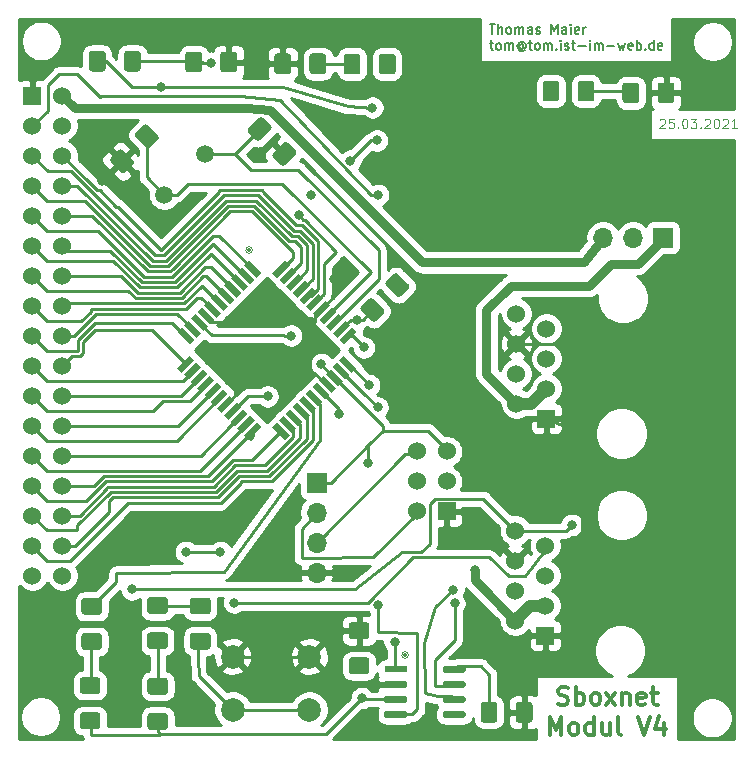
<source format=gbr>
%TF.GenerationSoftware,KiCad,Pcbnew,5.1.6-c6e7f7d~87~ubuntu18.04.1*%
%TF.CreationDate,2021-03-27T09:05:47+01:00*%
%TF.ProjectId,sboxnet-modul,73626f78-6e65-4742-9d6d-6f64756c2e6b,rev?*%
%TF.SameCoordinates,Original*%
%TF.FileFunction,Copper,L1,Top*%
%TF.FilePolarity,Positive*%
%FSLAX46Y46*%
G04 Gerber Fmt 4.6, Leading zero omitted, Abs format (unit mm)*
G04 Created by KiCad (PCBNEW 5.1.6-c6e7f7d~87~ubuntu18.04.1) date 2021-03-27 09:05:47*
%MOMM*%
%LPD*%
G01*
G04 APERTURE LIST*
%TA.AperFunction,NonConductor*%
%ADD10C,0.100000*%
%TD*%
%TA.AperFunction,NonConductor*%
%ADD11C,0.150000*%
%TD*%
%TA.AperFunction,NonConductor*%
%ADD12C,0.300000*%
%TD*%
%TA.AperFunction,ComponentPad*%
%ADD13R,1.524000X1.524000*%
%TD*%
%TA.AperFunction,ComponentPad*%
%ADD14C,1.524000*%
%TD*%
%TA.AperFunction,SMDPad,CuDef*%
%ADD15C,0.100000*%
%TD*%
%TA.AperFunction,ComponentPad*%
%ADD16O,1.700000X1.700000*%
%TD*%
%TA.AperFunction,ComponentPad*%
%ADD17R,1.700000X1.700000*%
%TD*%
%TA.AperFunction,ComponentPad*%
%ADD18C,1.500000*%
%TD*%
%TA.AperFunction,SMDPad,CuDef*%
%ADD19R,1.950000X0.600000*%
%TD*%
%TA.AperFunction,ComponentPad*%
%ADD20C,2.000000*%
%TD*%
%TA.AperFunction,ViaPad*%
%ADD21C,0.800000*%
%TD*%
%TA.AperFunction,Conductor*%
%ADD22C,0.250000*%
%TD*%
%TA.AperFunction,Conductor*%
%ADD23C,0.800000*%
%TD*%
%TA.AperFunction,Conductor*%
%ADD24C,1.000000*%
%TD*%
%TA.AperFunction,Conductor*%
%ADD25C,0.254000*%
%TD*%
G04 APERTURE END LIST*
D10*
X146634609Y-77717695D02*
X146672704Y-77679600D01*
X146748895Y-77641504D01*
X146939371Y-77641504D01*
X147015561Y-77679600D01*
X147053657Y-77717695D01*
X147091752Y-77793885D01*
X147091752Y-77870076D01*
X147053657Y-77984361D01*
X146596514Y-78441504D01*
X147091752Y-78441504D01*
X147815561Y-77641504D02*
X147434609Y-77641504D01*
X147396514Y-78022457D01*
X147434609Y-77984361D01*
X147510800Y-77946266D01*
X147701276Y-77946266D01*
X147777466Y-77984361D01*
X147815561Y-78022457D01*
X147853657Y-78098647D01*
X147853657Y-78289123D01*
X147815561Y-78365314D01*
X147777466Y-78403409D01*
X147701276Y-78441504D01*
X147510800Y-78441504D01*
X147434609Y-78403409D01*
X147396514Y-78365314D01*
X148196514Y-78365314D02*
X148234609Y-78403409D01*
X148196514Y-78441504D01*
X148158419Y-78403409D01*
X148196514Y-78365314D01*
X148196514Y-78441504D01*
X148729847Y-77641504D02*
X148806038Y-77641504D01*
X148882228Y-77679600D01*
X148920323Y-77717695D01*
X148958419Y-77793885D01*
X148996514Y-77946266D01*
X148996514Y-78136742D01*
X148958419Y-78289123D01*
X148920323Y-78365314D01*
X148882228Y-78403409D01*
X148806038Y-78441504D01*
X148729847Y-78441504D01*
X148653657Y-78403409D01*
X148615561Y-78365314D01*
X148577466Y-78289123D01*
X148539371Y-78136742D01*
X148539371Y-77946266D01*
X148577466Y-77793885D01*
X148615561Y-77717695D01*
X148653657Y-77679600D01*
X148729847Y-77641504D01*
X149263180Y-77641504D02*
X149758419Y-77641504D01*
X149491752Y-77946266D01*
X149606038Y-77946266D01*
X149682228Y-77984361D01*
X149720323Y-78022457D01*
X149758419Y-78098647D01*
X149758419Y-78289123D01*
X149720323Y-78365314D01*
X149682228Y-78403409D01*
X149606038Y-78441504D01*
X149377466Y-78441504D01*
X149301276Y-78403409D01*
X149263180Y-78365314D01*
X150101276Y-78365314D02*
X150139371Y-78403409D01*
X150101276Y-78441504D01*
X150063180Y-78403409D01*
X150101276Y-78365314D01*
X150101276Y-78441504D01*
X150444133Y-77717695D02*
X150482228Y-77679600D01*
X150558419Y-77641504D01*
X150748895Y-77641504D01*
X150825085Y-77679600D01*
X150863180Y-77717695D01*
X150901276Y-77793885D01*
X150901276Y-77870076D01*
X150863180Y-77984361D01*
X150406038Y-78441504D01*
X150901276Y-78441504D01*
X151396514Y-77641504D02*
X151472704Y-77641504D01*
X151548895Y-77679600D01*
X151586990Y-77717695D01*
X151625085Y-77793885D01*
X151663180Y-77946266D01*
X151663180Y-78136742D01*
X151625085Y-78289123D01*
X151586990Y-78365314D01*
X151548895Y-78403409D01*
X151472704Y-78441504D01*
X151396514Y-78441504D01*
X151320323Y-78403409D01*
X151282228Y-78365314D01*
X151244133Y-78289123D01*
X151206038Y-78136742D01*
X151206038Y-77946266D01*
X151244133Y-77793885D01*
X151282228Y-77717695D01*
X151320323Y-77679600D01*
X151396514Y-77641504D01*
X151967942Y-77717695D02*
X152006038Y-77679600D01*
X152082228Y-77641504D01*
X152272704Y-77641504D01*
X152348895Y-77679600D01*
X152386990Y-77717695D01*
X152425085Y-77793885D01*
X152425085Y-77870076D01*
X152386990Y-77984361D01*
X151929847Y-78441504D01*
X152425085Y-78441504D01*
X153186990Y-78441504D02*
X152729847Y-78441504D01*
X152958419Y-78441504D02*
X152958419Y-77641504D01*
X152882228Y-77755790D01*
X152806038Y-77831980D01*
X152729847Y-77870076D01*
D11*
X132253690Y-69651304D02*
X132710833Y-69651304D01*
X132482261Y-70451304D02*
X132482261Y-69651304D01*
X132977500Y-70451304D02*
X132977500Y-69651304D01*
X133320357Y-70451304D02*
X133320357Y-70032257D01*
X133282261Y-69956066D01*
X133206071Y-69917971D01*
X133091785Y-69917971D01*
X133015595Y-69956066D01*
X132977500Y-69994161D01*
X133815595Y-70451304D02*
X133739404Y-70413209D01*
X133701309Y-70375114D01*
X133663214Y-70298923D01*
X133663214Y-70070352D01*
X133701309Y-69994161D01*
X133739404Y-69956066D01*
X133815595Y-69917971D01*
X133929880Y-69917971D01*
X134006071Y-69956066D01*
X134044166Y-69994161D01*
X134082261Y-70070352D01*
X134082261Y-70298923D01*
X134044166Y-70375114D01*
X134006071Y-70413209D01*
X133929880Y-70451304D01*
X133815595Y-70451304D01*
X134425119Y-70451304D02*
X134425119Y-69917971D01*
X134425119Y-69994161D02*
X134463214Y-69956066D01*
X134539404Y-69917971D01*
X134653690Y-69917971D01*
X134729880Y-69956066D01*
X134767976Y-70032257D01*
X134767976Y-70451304D01*
X134767976Y-70032257D02*
X134806071Y-69956066D01*
X134882261Y-69917971D01*
X134996547Y-69917971D01*
X135072738Y-69956066D01*
X135110833Y-70032257D01*
X135110833Y-70451304D01*
X135834642Y-70451304D02*
X135834642Y-70032257D01*
X135796547Y-69956066D01*
X135720357Y-69917971D01*
X135567976Y-69917971D01*
X135491785Y-69956066D01*
X135834642Y-70413209D02*
X135758452Y-70451304D01*
X135567976Y-70451304D01*
X135491785Y-70413209D01*
X135453690Y-70337019D01*
X135453690Y-70260828D01*
X135491785Y-70184638D01*
X135567976Y-70146542D01*
X135758452Y-70146542D01*
X135834642Y-70108447D01*
X136177500Y-70413209D02*
X136253690Y-70451304D01*
X136406071Y-70451304D01*
X136482261Y-70413209D01*
X136520357Y-70337019D01*
X136520357Y-70298923D01*
X136482261Y-70222733D01*
X136406071Y-70184638D01*
X136291785Y-70184638D01*
X136215595Y-70146542D01*
X136177500Y-70070352D01*
X136177500Y-70032257D01*
X136215595Y-69956066D01*
X136291785Y-69917971D01*
X136406071Y-69917971D01*
X136482261Y-69956066D01*
X137472738Y-70451304D02*
X137472738Y-69651304D01*
X137739404Y-70222733D01*
X138006071Y-69651304D01*
X138006071Y-70451304D01*
X138729880Y-70451304D02*
X138729880Y-70032257D01*
X138691785Y-69956066D01*
X138615595Y-69917971D01*
X138463214Y-69917971D01*
X138387023Y-69956066D01*
X138729880Y-70413209D02*
X138653690Y-70451304D01*
X138463214Y-70451304D01*
X138387023Y-70413209D01*
X138348928Y-70337019D01*
X138348928Y-70260828D01*
X138387023Y-70184638D01*
X138463214Y-70146542D01*
X138653690Y-70146542D01*
X138729880Y-70108447D01*
X139110833Y-70451304D02*
X139110833Y-69917971D01*
X139110833Y-69651304D02*
X139072738Y-69689400D01*
X139110833Y-69727495D01*
X139148928Y-69689400D01*
X139110833Y-69651304D01*
X139110833Y-69727495D01*
X139796547Y-70413209D02*
X139720357Y-70451304D01*
X139567976Y-70451304D01*
X139491785Y-70413209D01*
X139453690Y-70337019D01*
X139453690Y-70032257D01*
X139491785Y-69956066D01*
X139567976Y-69917971D01*
X139720357Y-69917971D01*
X139796547Y-69956066D01*
X139834642Y-70032257D01*
X139834642Y-70108447D01*
X139453690Y-70184638D01*
X140177500Y-70451304D02*
X140177500Y-69917971D01*
X140177500Y-70070352D02*
X140215595Y-69994161D01*
X140253690Y-69956066D01*
X140329880Y-69917971D01*
X140406071Y-69917971D01*
X132253690Y-71267971D02*
X132558452Y-71267971D01*
X132367976Y-71001304D02*
X132367976Y-71687019D01*
X132406071Y-71763209D01*
X132482261Y-71801304D01*
X132558452Y-71801304D01*
X132939404Y-71801304D02*
X132863214Y-71763209D01*
X132825119Y-71725114D01*
X132787023Y-71648923D01*
X132787023Y-71420352D01*
X132825119Y-71344161D01*
X132863214Y-71306066D01*
X132939404Y-71267971D01*
X133053690Y-71267971D01*
X133129880Y-71306066D01*
X133167976Y-71344161D01*
X133206071Y-71420352D01*
X133206071Y-71648923D01*
X133167976Y-71725114D01*
X133129880Y-71763209D01*
X133053690Y-71801304D01*
X132939404Y-71801304D01*
X133548928Y-71801304D02*
X133548928Y-71267971D01*
X133548928Y-71344161D02*
X133587023Y-71306066D01*
X133663214Y-71267971D01*
X133777500Y-71267971D01*
X133853690Y-71306066D01*
X133891785Y-71382257D01*
X133891785Y-71801304D01*
X133891785Y-71382257D02*
X133929880Y-71306066D01*
X134006071Y-71267971D01*
X134120357Y-71267971D01*
X134196547Y-71306066D01*
X134234642Y-71382257D01*
X134234642Y-71801304D01*
X135110833Y-71420352D02*
X135072738Y-71382257D01*
X134996547Y-71344161D01*
X134920357Y-71344161D01*
X134844166Y-71382257D01*
X134806071Y-71420352D01*
X134767976Y-71496542D01*
X134767976Y-71572733D01*
X134806071Y-71648923D01*
X134844166Y-71687019D01*
X134920357Y-71725114D01*
X134996547Y-71725114D01*
X135072738Y-71687019D01*
X135110833Y-71648923D01*
X135110833Y-71344161D02*
X135110833Y-71648923D01*
X135148928Y-71687019D01*
X135187023Y-71687019D01*
X135263214Y-71648923D01*
X135301309Y-71572733D01*
X135301309Y-71382257D01*
X135225119Y-71267971D01*
X135110833Y-71191780D01*
X134958452Y-71153685D01*
X134806071Y-71191780D01*
X134691785Y-71267971D01*
X134615595Y-71382257D01*
X134577500Y-71534638D01*
X134615595Y-71687019D01*
X134691785Y-71801304D01*
X134806071Y-71877495D01*
X134958452Y-71915590D01*
X135110833Y-71877495D01*
X135225119Y-71801304D01*
X135529880Y-71267971D02*
X135834642Y-71267971D01*
X135644166Y-71001304D02*
X135644166Y-71687019D01*
X135682261Y-71763209D01*
X135758452Y-71801304D01*
X135834642Y-71801304D01*
X136215595Y-71801304D02*
X136139404Y-71763209D01*
X136101309Y-71725114D01*
X136063214Y-71648923D01*
X136063214Y-71420352D01*
X136101309Y-71344161D01*
X136139404Y-71306066D01*
X136215595Y-71267971D01*
X136329880Y-71267971D01*
X136406071Y-71306066D01*
X136444166Y-71344161D01*
X136482261Y-71420352D01*
X136482261Y-71648923D01*
X136444166Y-71725114D01*
X136406071Y-71763209D01*
X136329880Y-71801304D01*
X136215595Y-71801304D01*
X136825119Y-71801304D02*
X136825119Y-71267971D01*
X136825119Y-71344161D02*
X136863214Y-71306066D01*
X136939404Y-71267971D01*
X137053690Y-71267971D01*
X137129880Y-71306066D01*
X137167976Y-71382257D01*
X137167976Y-71801304D01*
X137167976Y-71382257D02*
X137206071Y-71306066D01*
X137282261Y-71267971D01*
X137396547Y-71267971D01*
X137472738Y-71306066D01*
X137510833Y-71382257D01*
X137510833Y-71801304D01*
X137891785Y-71725114D02*
X137929880Y-71763209D01*
X137891785Y-71801304D01*
X137853690Y-71763209D01*
X137891785Y-71725114D01*
X137891785Y-71801304D01*
X138272738Y-71801304D02*
X138272738Y-71267971D01*
X138272738Y-71001304D02*
X138234642Y-71039400D01*
X138272738Y-71077495D01*
X138310833Y-71039400D01*
X138272738Y-71001304D01*
X138272738Y-71077495D01*
X138615595Y-71763209D02*
X138691785Y-71801304D01*
X138844166Y-71801304D01*
X138920357Y-71763209D01*
X138958452Y-71687019D01*
X138958452Y-71648923D01*
X138920357Y-71572733D01*
X138844166Y-71534638D01*
X138729880Y-71534638D01*
X138653690Y-71496542D01*
X138615595Y-71420352D01*
X138615595Y-71382257D01*
X138653690Y-71306066D01*
X138729880Y-71267971D01*
X138844166Y-71267971D01*
X138920357Y-71306066D01*
X139187023Y-71267971D02*
X139491785Y-71267971D01*
X139301309Y-71001304D02*
X139301309Y-71687019D01*
X139339404Y-71763209D01*
X139415595Y-71801304D01*
X139491785Y-71801304D01*
X139758452Y-71496542D02*
X140367976Y-71496542D01*
X140748928Y-71801304D02*
X140748928Y-71267971D01*
X140748928Y-71001304D02*
X140710833Y-71039400D01*
X140748928Y-71077495D01*
X140787023Y-71039400D01*
X140748928Y-71001304D01*
X140748928Y-71077495D01*
X141129880Y-71801304D02*
X141129880Y-71267971D01*
X141129880Y-71344161D02*
X141167976Y-71306066D01*
X141244166Y-71267971D01*
X141358452Y-71267971D01*
X141434642Y-71306066D01*
X141472738Y-71382257D01*
X141472738Y-71801304D01*
X141472738Y-71382257D02*
X141510833Y-71306066D01*
X141587023Y-71267971D01*
X141701309Y-71267971D01*
X141777500Y-71306066D01*
X141815595Y-71382257D01*
X141815595Y-71801304D01*
X142196547Y-71496542D02*
X142806071Y-71496542D01*
X143110833Y-71267971D02*
X143263214Y-71801304D01*
X143415595Y-71420352D01*
X143567976Y-71801304D01*
X143720357Y-71267971D01*
X144329880Y-71763209D02*
X144253690Y-71801304D01*
X144101309Y-71801304D01*
X144025119Y-71763209D01*
X143987023Y-71687019D01*
X143987023Y-71382257D01*
X144025119Y-71306066D01*
X144101309Y-71267971D01*
X144253690Y-71267971D01*
X144329880Y-71306066D01*
X144367976Y-71382257D01*
X144367976Y-71458447D01*
X143987023Y-71534638D01*
X144710833Y-71801304D02*
X144710833Y-71001304D01*
X144710833Y-71306066D02*
X144787023Y-71267971D01*
X144939404Y-71267971D01*
X145015595Y-71306066D01*
X145053690Y-71344161D01*
X145091785Y-71420352D01*
X145091785Y-71648923D01*
X145053690Y-71725114D01*
X145015595Y-71763209D01*
X144939404Y-71801304D01*
X144787023Y-71801304D01*
X144710833Y-71763209D01*
X145434642Y-71725114D02*
X145472738Y-71763209D01*
X145434642Y-71801304D01*
X145396547Y-71763209D01*
X145434642Y-71725114D01*
X145434642Y-71801304D01*
X146158452Y-71801304D02*
X146158452Y-71001304D01*
X146158452Y-71763209D02*
X146082261Y-71801304D01*
X145929880Y-71801304D01*
X145853690Y-71763209D01*
X145815595Y-71725114D01*
X145777500Y-71648923D01*
X145777500Y-71420352D01*
X145815595Y-71344161D01*
X145853690Y-71306066D01*
X145929880Y-71267971D01*
X146082261Y-71267971D01*
X146158452Y-71306066D01*
X146844166Y-71763209D02*
X146767976Y-71801304D01*
X146615595Y-71801304D01*
X146539404Y-71763209D01*
X146501309Y-71687019D01*
X146501309Y-71382257D01*
X146539404Y-71306066D01*
X146615595Y-71267971D01*
X146767976Y-71267971D01*
X146844166Y-71306066D01*
X146882261Y-71382257D01*
X146882261Y-71458447D01*
X146501309Y-71534638D01*
D12*
X138046342Y-127195742D02*
X138260628Y-127267171D01*
X138617771Y-127267171D01*
X138760628Y-127195742D01*
X138832057Y-127124314D01*
X138903485Y-126981457D01*
X138903485Y-126838600D01*
X138832057Y-126695742D01*
X138760628Y-126624314D01*
X138617771Y-126552885D01*
X138332057Y-126481457D01*
X138189200Y-126410028D01*
X138117771Y-126338600D01*
X138046342Y-126195742D01*
X138046342Y-126052885D01*
X138117771Y-125910028D01*
X138189200Y-125838600D01*
X138332057Y-125767171D01*
X138689200Y-125767171D01*
X138903485Y-125838600D01*
X139546342Y-127267171D02*
X139546342Y-125767171D01*
X139546342Y-126338600D02*
X139689200Y-126267171D01*
X139974914Y-126267171D01*
X140117771Y-126338600D01*
X140189200Y-126410028D01*
X140260628Y-126552885D01*
X140260628Y-126981457D01*
X140189200Y-127124314D01*
X140117771Y-127195742D01*
X139974914Y-127267171D01*
X139689200Y-127267171D01*
X139546342Y-127195742D01*
X141117771Y-127267171D02*
X140974914Y-127195742D01*
X140903485Y-127124314D01*
X140832057Y-126981457D01*
X140832057Y-126552885D01*
X140903485Y-126410028D01*
X140974914Y-126338600D01*
X141117771Y-126267171D01*
X141332057Y-126267171D01*
X141474914Y-126338600D01*
X141546342Y-126410028D01*
X141617771Y-126552885D01*
X141617771Y-126981457D01*
X141546342Y-127124314D01*
X141474914Y-127195742D01*
X141332057Y-127267171D01*
X141117771Y-127267171D01*
X142117771Y-127267171D02*
X142903485Y-126267171D01*
X142117771Y-126267171D02*
X142903485Y-127267171D01*
X143474914Y-126267171D02*
X143474914Y-127267171D01*
X143474914Y-126410028D02*
X143546342Y-126338600D01*
X143689200Y-126267171D01*
X143903485Y-126267171D01*
X144046342Y-126338600D01*
X144117771Y-126481457D01*
X144117771Y-127267171D01*
X145403485Y-127195742D02*
X145260628Y-127267171D01*
X144974914Y-127267171D01*
X144832057Y-127195742D01*
X144760628Y-127052885D01*
X144760628Y-126481457D01*
X144832057Y-126338600D01*
X144974914Y-126267171D01*
X145260628Y-126267171D01*
X145403485Y-126338600D01*
X145474914Y-126481457D01*
X145474914Y-126624314D01*
X144760628Y-126767171D01*
X145903485Y-126267171D02*
X146474914Y-126267171D01*
X146117771Y-125767171D02*
X146117771Y-127052885D01*
X146189200Y-127195742D01*
X146332057Y-127267171D01*
X146474914Y-127267171D01*
X137332057Y-129817171D02*
X137332057Y-128317171D01*
X137832057Y-129388600D01*
X138332057Y-128317171D01*
X138332057Y-129817171D01*
X139260628Y-129817171D02*
X139117771Y-129745742D01*
X139046342Y-129674314D01*
X138974914Y-129531457D01*
X138974914Y-129102885D01*
X139046342Y-128960028D01*
X139117771Y-128888600D01*
X139260628Y-128817171D01*
X139474914Y-128817171D01*
X139617771Y-128888600D01*
X139689200Y-128960028D01*
X139760628Y-129102885D01*
X139760628Y-129531457D01*
X139689200Y-129674314D01*
X139617771Y-129745742D01*
X139474914Y-129817171D01*
X139260628Y-129817171D01*
X141046342Y-129817171D02*
X141046342Y-128317171D01*
X141046342Y-129745742D02*
X140903485Y-129817171D01*
X140617771Y-129817171D01*
X140474914Y-129745742D01*
X140403485Y-129674314D01*
X140332057Y-129531457D01*
X140332057Y-129102885D01*
X140403485Y-128960028D01*
X140474914Y-128888600D01*
X140617771Y-128817171D01*
X140903485Y-128817171D01*
X141046342Y-128888600D01*
X142403485Y-128817171D02*
X142403485Y-129817171D01*
X141760628Y-128817171D02*
X141760628Y-129602885D01*
X141832057Y-129745742D01*
X141974914Y-129817171D01*
X142189200Y-129817171D01*
X142332057Y-129745742D01*
X142403485Y-129674314D01*
X143332057Y-129817171D02*
X143189200Y-129745742D01*
X143117771Y-129602885D01*
X143117771Y-128317171D01*
X144832057Y-128317171D02*
X145332057Y-129817171D01*
X145832057Y-128317171D01*
X146974914Y-128817171D02*
X146974914Y-129817171D01*
X146617771Y-128245742D02*
X146260628Y-129317171D01*
X147189200Y-129317171D01*
D10*
X125378981Y-123063000D02*
G75*
G03*
X125378981Y-123063000I-283981J0D01*
G01*
D11*
X125222000Y-123063000D02*
G75*
G03*
X125222000Y-123063000I-127000J0D01*
G01*
X112014000Y-88773000D02*
G75*
G03*
X112014000Y-88773000I-127000J0D01*
G01*
D10*
X112170981Y-88773000D02*
G75*
G03*
X112170981Y-88773000I-283981J0D01*
G01*
D13*
X136956800Y-121407000D03*
D14*
X134416800Y-120137000D03*
X136956800Y-118867000D03*
X134416800Y-117597000D03*
X136956800Y-116327000D03*
X136956800Y-113787000D03*
X134416800Y-115062000D03*
X134416800Y-112522000D03*
D13*
X137060000Y-103040000D03*
D14*
X134520000Y-101770000D03*
X137060000Y-100500000D03*
X134520000Y-99230000D03*
X137060000Y-97960000D03*
X137060000Y-95420000D03*
X134520000Y-96695000D03*
X134520000Y-94155000D03*
%TA.AperFunction,SMDPad,CuDef*%
D15*
G36*
X114251806Y-91097048D02*
G01*
X113862898Y-90708140D01*
X114923558Y-89647480D01*
X115312466Y-90036388D01*
X114251806Y-91097048D01*
G37*
%TD.AperFunction*%
%TA.AperFunction,SMDPad,CuDef*%
G36*
X114817491Y-91662734D02*
G01*
X114428583Y-91273826D01*
X115489243Y-90213166D01*
X115878151Y-90602074D01*
X114817491Y-91662734D01*
G37*
%TD.AperFunction*%
%TA.AperFunction,SMDPad,CuDef*%
G36*
X115383176Y-92228419D02*
G01*
X114994268Y-91839511D01*
X116054928Y-90778851D01*
X116443836Y-91167759D01*
X115383176Y-92228419D01*
G37*
%TD.AperFunction*%
%TA.AperFunction,SMDPad,CuDef*%
G36*
X115948862Y-92794104D02*
G01*
X115559954Y-92405196D01*
X116620614Y-91344536D01*
X117009522Y-91733444D01*
X115948862Y-92794104D01*
G37*
%TD.AperFunction*%
%TA.AperFunction,SMDPad,CuDef*%
G36*
X116514547Y-93359790D02*
G01*
X116125639Y-92970882D01*
X117186299Y-91910222D01*
X117575207Y-92299130D01*
X116514547Y-93359790D01*
G37*
%TD.AperFunction*%
%TA.AperFunction,SMDPad,CuDef*%
G36*
X117080233Y-93925475D02*
G01*
X116691325Y-93536567D01*
X117751985Y-92475907D01*
X118140893Y-92864815D01*
X117080233Y-93925475D01*
G37*
%TD.AperFunction*%
%TA.AperFunction,SMDPad,CuDef*%
G36*
X117645918Y-94491161D02*
G01*
X117257010Y-94102253D01*
X118317670Y-93041593D01*
X118706578Y-93430501D01*
X117645918Y-94491161D01*
G37*
%TD.AperFunction*%
%TA.AperFunction,SMDPad,CuDef*%
G36*
X118211604Y-95056846D02*
G01*
X117822696Y-94667938D01*
X118883356Y-93607278D01*
X119272264Y-93996186D01*
X118211604Y-95056846D01*
G37*
%TD.AperFunction*%
%TA.AperFunction,SMDPad,CuDef*%
G36*
X118777289Y-95622532D02*
G01*
X118388381Y-95233624D01*
X119449041Y-94172964D01*
X119837949Y-94561872D01*
X118777289Y-95622532D01*
G37*
%TD.AperFunction*%
%TA.AperFunction,SMDPad,CuDef*%
G36*
X119342974Y-96188217D02*
G01*
X118954066Y-95799309D01*
X120014726Y-94738649D01*
X120403634Y-95127557D01*
X119342974Y-96188217D01*
G37*
%TD.AperFunction*%
%TA.AperFunction,SMDPad,CuDef*%
G36*
X119908660Y-96753902D02*
G01*
X119519752Y-96364994D01*
X120580412Y-95304334D01*
X120969320Y-95693242D01*
X119908660Y-96753902D01*
G37*
%TD.AperFunction*%
%TA.AperFunction,SMDPad,CuDef*%
G36*
X119519752Y-98097406D02*
G01*
X119908660Y-97708498D01*
X120969320Y-98769158D01*
X120580412Y-99158066D01*
X119519752Y-98097406D01*
G37*
%TD.AperFunction*%
%TA.AperFunction,SMDPad,CuDef*%
G36*
X118954066Y-98663091D02*
G01*
X119342974Y-98274183D01*
X120403634Y-99334843D01*
X120014726Y-99723751D01*
X118954066Y-98663091D01*
G37*
%TD.AperFunction*%
%TA.AperFunction,SMDPad,CuDef*%
G36*
X118388381Y-99228776D02*
G01*
X118777289Y-98839868D01*
X119837949Y-99900528D01*
X119449041Y-100289436D01*
X118388381Y-99228776D01*
G37*
%TD.AperFunction*%
%TA.AperFunction,SMDPad,CuDef*%
G36*
X117822696Y-99794462D02*
G01*
X118211604Y-99405554D01*
X119272264Y-100466214D01*
X118883356Y-100855122D01*
X117822696Y-99794462D01*
G37*
%TD.AperFunction*%
%TA.AperFunction,SMDPad,CuDef*%
G36*
X117257010Y-100360147D02*
G01*
X117645918Y-99971239D01*
X118706578Y-101031899D01*
X118317670Y-101420807D01*
X117257010Y-100360147D01*
G37*
%TD.AperFunction*%
%TA.AperFunction,SMDPad,CuDef*%
G36*
X116691325Y-100925833D02*
G01*
X117080233Y-100536925D01*
X118140893Y-101597585D01*
X117751985Y-101986493D01*
X116691325Y-100925833D01*
G37*
%TD.AperFunction*%
%TA.AperFunction,SMDPad,CuDef*%
G36*
X116125639Y-101491518D02*
G01*
X116514547Y-101102610D01*
X117575207Y-102163270D01*
X117186299Y-102552178D01*
X116125639Y-101491518D01*
G37*
%TD.AperFunction*%
%TA.AperFunction,SMDPad,CuDef*%
G36*
X115559954Y-102057204D02*
G01*
X115948862Y-101668296D01*
X117009522Y-102728956D01*
X116620614Y-103117864D01*
X115559954Y-102057204D01*
G37*
%TD.AperFunction*%
%TA.AperFunction,SMDPad,CuDef*%
G36*
X114994268Y-102622889D02*
G01*
X115383176Y-102233981D01*
X116443836Y-103294641D01*
X116054928Y-103683549D01*
X114994268Y-102622889D01*
G37*
%TD.AperFunction*%
%TA.AperFunction,SMDPad,CuDef*%
G36*
X114428583Y-103188574D02*
G01*
X114817491Y-102799666D01*
X115878151Y-103860326D01*
X115489243Y-104249234D01*
X114428583Y-103188574D01*
G37*
%TD.AperFunction*%
%TA.AperFunction,SMDPad,CuDef*%
G36*
X113862898Y-103754260D02*
G01*
X114251806Y-103365352D01*
X115312466Y-104426012D01*
X114923558Y-104814920D01*
X113862898Y-103754260D01*
G37*
%TD.AperFunction*%
%TA.AperFunction,SMDPad,CuDef*%
G36*
X111847642Y-104814920D02*
G01*
X111458734Y-104426012D01*
X112519394Y-103365352D01*
X112908302Y-103754260D01*
X111847642Y-104814920D01*
G37*
%TD.AperFunction*%
%TA.AperFunction,SMDPad,CuDef*%
G36*
X111281957Y-104249234D02*
G01*
X110893049Y-103860326D01*
X111953709Y-102799666D01*
X112342617Y-103188574D01*
X111281957Y-104249234D01*
G37*
%TD.AperFunction*%
%TA.AperFunction,SMDPad,CuDef*%
G36*
X110716272Y-103683549D02*
G01*
X110327364Y-103294641D01*
X111388024Y-102233981D01*
X111776932Y-102622889D01*
X110716272Y-103683549D01*
G37*
%TD.AperFunction*%
%TA.AperFunction,SMDPad,CuDef*%
G36*
X110150586Y-103117864D02*
G01*
X109761678Y-102728956D01*
X110822338Y-101668296D01*
X111211246Y-102057204D01*
X110150586Y-103117864D01*
G37*
%TD.AperFunction*%
%TA.AperFunction,SMDPad,CuDef*%
G36*
X109584901Y-102552178D02*
G01*
X109195993Y-102163270D01*
X110256653Y-101102610D01*
X110645561Y-101491518D01*
X109584901Y-102552178D01*
G37*
%TD.AperFunction*%
%TA.AperFunction,SMDPad,CuDef*%
G36*
X109019215Y-101986493D02*
G01*
X108630307Y-101597585D01*
X109690967Y-100536925D01*
X110079875Y-100925833D01*
X109019215Y-101986493D01*
G37*
%TD.AperFunction*%
%TA.AperFunction,SMDPad,CuDef*%
G36*
X108453530Y-101420807D02*
G01*
X108064622Y-101031899D01*
X109125282Y-99971239D01*
X109514190Y-100360147D01*
X108453530Y-101420807D01*
G37*
%TD.AperFunction*%
%TA.AperFunction,SMDPad,CuDef*%
G36*
X107887844Y-100855122D02*
G01*
X107498936Y-100466214D01*
X108559596Y-99405554D01*
X108948504Y-99794462D01*
X107887844Y-100855122D01*
G37*
%TD.AperFunction*%
%TA.AperFunction,SMDPad,CuDef*%
G36*
X107322159Y-100289436D02*
G01*
X106933251Y-99900528D01*
X107993911Y-98839868D01*
X108382819Y-99228776D01*
X107322159Y-100289436D01*
G37*
%TD.AperFunction*%
%TA.AperFunction,SMDPad,CuDef*%
G36*
X106756474Y-99723751D02*
G01*
X106367566Y-99334843D01*
X107428226Y-98274183D01*
X107817134Y-98663091D01*
X106756474Y-99723751D01*
G37*
%TD.AperFunction*%
%TA.AperFunction,SMDPad,CuDef*%
G36*
X106190788Y-99158066D02*
G01*
X105801880Y-98769158D01*
X106862540Y-97708498D01*
X107251448Y-98097406D01*
X106190788Y-99158066D01*
G37*
%TD.AperFunction*%
%TA.AperFunction,SMDPad,CuDef*%
G36*
X105801880Y-95693242D02*
G01*
X106190788Y-95304334D01*
X107251448Y-96364994D01*
X106862540Y-96753902D01*
X105801880Y-95693242D01*
G37*
%TD.AperFunction*%
%TA.AperFunction,SMDPad,CuDef*%
G36*
X106367566Y-95127557D02*
G01*
X106756474Y-94738649D01*
X107817134Y-95799309D01*
X107428226Y-96188217D01*
X106367566Y-95127557D01*
G37*
%TD.AperFunction*%
%TA.AperFunction,SMDPad,CuDef*%
G36*
X106933251Y-94561872D02*
G01*
X107322159Y-94172964D01*
X108382819Y-95233624D01*
X107993911Y-95622532D01*
X106933251Y-94561872D01*
G37*
%TD.AperFunction*%
%TA.AperFunction,SMDPad,CuDef*%
G36*
X107498936Y-93996186D02*
G01*
X107887844Y-93607278D01*
X108948504Y-94667938D01*
X108559596Y-95056846D01*
X107498936Y-93996186D01*
G37*
%TD.AperFunction*%
%TA.AperFunction,SMDPad,CuDef*%
G36*
X108064622Y-93430501D02*
G01*
X108453530Y-93041593D01*
X109514190Y-94102253D01*
X109125282Y-94491161D01*
X108064622Y-93430501D01*
G37*
%TD.AperFunction*%
%TA.AperFunction,SMDPad,CuDef*%
G36*
X108630307Y-92864815D02*
G01*
X109019215Y-92475907D01*
X110079875Y-93536567D01*
X109690967Y-93925475D01*
X108630307Y-92864815D01*
G37*
%TD.AperFunction*%
%TA.AperFunction,SMDPad,CuDef*%
G36*
X109195993Y-92299130D02*
G01*
X109584901Y-91910222D01*
X110645561Y-92970882D01*
X110256653Y-93359790D01*
X109195993Y-92299130D01*
G37*
%TD.AperFunction*%
%TA.AperFunction,SMDPad,CuDef*%
G36*
X109761678Y-91733444D02*
G01*
X110150586Y-91344536D01*
X111211246Y-92405196D01*
X110822338Y-92794104D01*
X109761678Y-91733444D01*
G37*
%TD.AperFunction*%
%TA.AperFunction,SMDPad,CuDef*%
G36*
X110327364Y-91167759D02*
G01*
X110716272Y-90778851D01*
X111776932Y-91839511D01*
X111388024Y-92228419D01*
X110327364Y-91167759D01*
G37*
%TD.AperFunction*%
%TA.AperFunction,SMDPad,CuDef*%
G36*
X110893049Y-90602074D02*
G01*
X111281957Y-90213166D01*
X112342617Y-91273826D01*
X111953709Y-91662734D01*
X110893049Y-90602074D01*
G37*
%TD.AperFunction*%
%TA.AperFunction,SMDPad,CuDef*%
G36*
X111458734Y-90036388D02*
G01*
X111847642Y-89647480D01*
X112908302Y-90708140D01*
X112519394Y-91097048D01*
X111458734Y-90036388D01*
G37*
%TD.AperFunction*%
D13*
X128625600Y-110896400D03*
D14*
X126085600Y-110896400D03*
X128625600Y-108356400D03*
X126085600Y-108356400D03*
X128625600Y-105816400D03*
X126085600Y-105816400D03*
D16*
X117602000Y-116078000D03*
X117602000Y-113538000D03*
X117602000Y-110998000D03*
D17*
X117602000Y-108458000D03*
%TA.AperFunction,SMDPad,CuDef*%
G36*
G01*
X97800000Y-127902000D02*
X99050000Y-127902000D01*
G75*
G02*
X99300000Y-128152000I0J-250000D01*
G01*
X99300000Y-129077000D01*
G75*
G02*
X99050000Y-129327000I-250000J0D01*
G01*
X97800000Y-129327000D01*
G75*
G02*
X97550000Y-129077000I0J250000D01*
G01*
X97550000Y-128152000D01*
G75*
G02*
X97800000Y-127902000I250000J0D01*
G01*
G37*
%TD.AperFunction*%
%TA.AperFunction,SMDPad,CuDef*%
G36*
G01*
X97800000Y-124927000D02*
X99050000Y-124927000D01*
G75*
G02*
X99300000Y-125177000I0J-250000D01*
G01*
X99300000Y-126102000D01*
G75*
G02*
X99050000Y-126352000I-250000J0D01*
G01*
X97800000Y-126352000D01*
G75*
G02*
X97550000Y-126102000I0J250000D01*
G01*
X97550000Y-125177000D01*
G75*
G02*
X97800000Y-124927000I250000J0D01*
G01*
G37*
%TD.AperFunction*%
%TA.AperFunction,SMDPad,CuDef*%
G36*
G01*
X107905000Y-72225000D02*
X107905000Y-73475000D01*
G75*
G02*
X107655000Y-73725000I-250000J0D01*
G01*
X106730000Y-73725000D01*
G75*
G02*
X106480000Y-73475000I0J250000D01*
G01*
X106480000Y-72225000D01*
G75*
G02*
X106730000Y-71975000I250000J0D01*
G01*
X107655000Y-71975000D01*
G75*
G02*
X107905000Y-72225000I0J-250000D01*
G01*
G37*
%TD.AperFunction*%
%TA.AperFunction,SMDPad,CuDef*%
G36*
G01*
X110880000Y-72225000D02*
X110880000Y-73475000D01*
G75*
G02*
X110630000Y-73725000I-250000J0D01*
G01*
X109705000Y-73725000D01*
G75*
G02*
X109455000Y-73475000I0J250000D01*
G01*
X109455000Y-72225000D01*
G75*
G02*
X109705000Y-71975000I250000J0D01*
G01*
X110630000Y-71975000D01*
G75*
G02*
X110880000Y-72225000I0J-250000D01*
G01*
G37*
%TD.AperFunction*%
%TA.AperFunction,SMDPad,CuDef*%
G36*
G01*
X99737500Y-72155000D02*
X99737500Y-73405000D01*
G75*
G02*
X99487500Y-73655000I-250000J0D01*
G01*
X98562500Y-73655000D01*
G75*
G02*
X98312500Y-73405000I0J250000D01*
G01*
X98312500Y-72155000D01*
G75*
G02*
X98562500Y-71905000I250000J0D01*
G01*
X99487500Y-71905000D01*
G75*
G02*
X99737500Y-72155000I0J-250000D01*
G01*
G37*
%TD.AperFunction*%
%TA.AperFunction,SMDPad,CuDef*%
G36*
G01*
X102712500Y-72155000D02*
X102712500Y-73405000D01*
G75*
G02*
X102462500Y-73655000I-250000J0D01*
G01*
X101537500Y-73655000D01*
G75*
G02*
X101287500Y-73405000I0J250000D01*
G01*
X101287500Y-72155000D01*
G75*
G02*
X101537500Y-71905000I250000J0D01*
G01*
X102462500Y-71905000D01*
G75*
G02*
X102712500Y-72155000I0J-250000D01*
G01*
G37*
%TD.AperFunction*%
D16*
X141846300Y-87731600D03*
X144386300Y-87731600D03*
D17*
X146926300Y-87731600D03*
%TA.AperFunction,SMDPad,CuDef*%
G36*
G01*
X132905000Y-127275000D02*
X132905000Y-128525000D01*
G75*
G02*
X132655000Y-128775000I-250000J0D01*
G01*
X131730000Y-128775000D01*
G75*
G02*
X131480000Y-128525000I0J250000D01*
G01*
X131480000Y-127275000D01*
G75*
G02*
X131730000Y-127025000I250000J0D01*
G01*
X132655000Y-127025000D01*
G75*
G02*
X132905000Y-127275000I0J-250000D01*
G01*
G37*
%TD.AperFunction*%
%TA.AperFunction,SMDPad,CuDef*%
G36*
G01*
X135880000Y-127275000D02*
X135880000Y-128525000D01*
G75*
G02*
X135630000Y-128775000I-250000J0D01*
G01*
X134705000Y-128775000D01*
G75*
G02*
X134455000Y-128525000I0J250000D01*
G01*
X134455000Y-127275000D01*
G75*
G02*
X134705000Y-127025000I250000J0D01*
G01*
X135630000Y-127025000D01*
G75*
G02*
X135880000Y-127275000I0J-250000D01*
G01*
G37*
%TD.AperFunction*%
D18*
X108140681Y-80619319D03*
X104690000Y-84070000D03*
%TA.AperFunction,SMDPad,CuDef*%
G36*
G01*
X113926066Y-80559949D02*
X114809949Y-79676065D01*
G75*
G02*
X115163503Y-79676065I176777J-176777D01*
G01*
X115817577Y-80330139D01*
G75*
G02*
X115817577Y-80683693I-176777J-176777D01*
G01*
X114933693Y-81567577D01*
G75*
G02*
X114580139Y-81567577I-176777J176777D01*
G01*
X113926065Y-80913503D01*
G75*
G02*
X113926065Y-80559949I176777J176777D01*
G01*
G37*
%TD.AperFunction*%
%TA.AperFunction,SMDPad,CuDef*%
G36*
G01*
X111822424Y-78456307D02*
X112706307Y-77572423D01*
G75*
G02*
X113059861Y-77572423I176777J-176777D01*
G01*
X113713935Y-78226497D01*
G75*
G02*
X113713935Y-78580051I-176777J-176777D01*
G01*
X112830051Y-79463935D01*
G75*
G02*
X112476497Y-79463935I-176777J176777D01*
G01*
X111822423Y-78809861D01*
G75*
G02*
X111822423Y-78456307I176777J176777D01*
G01*
G37*
%TD.AperFunction*%
%TA.AperFunction,SMDPad,CuDef*%
G36*
G01*
X101181551Y-80306566D02*
X102065435Y-81190449D01*
G75*
G02*
X102065435Y-81544003I-176777J-176777D01*
G01*
X101411361Y-82198077D01*
G75*
G02*
X101057807Y-82198077I-176777J176777D01*
G01*
X100173923Y-81314193D01*
G75*
G02*
X100173923Y-80960639I176777J176777D01*
G01*
X100827997Y-80306565D01*
G75*
G02*
X101181551Y-80306565I176777J-176777D01*
G01*
G37*
%TD.AperFunction*%
%TA.AperFunction,SMDPad,CuDef*%
G36*
G01*
X103285193Y-78202924D02*
X104169077Y-79086807D01*
G75*
G02*
X104169077Y-79440361I-176777J-176777D01*
G01*
X103515003Y-80094435D01*
G75*
G02*
X103161449Y-80094435I-176777J176777D01*
G01*
X102277565Y-79210551D01*
G75*
G02*
X102277565Y-78856997I176777J176777D01*
G01*
X102931639Y-78202923D01*
G75*
G02*
X103285193Y-78202923I176777J-176777D01*
G01*
G37*
%TD.AperFunction*%
%TA.AperFunction,SMDPad,CuDef*%
G36*
G01*
X128271400Y-124432200D02*
X128271400Y-124132200D01*
G75*
G02*
X128421400Y-123982200I150000J0D01*
G01*
X130071400Y-123982200D01*
G75*
G02*
X130221400Y-124132200I0J-150000D01*
G01*
X130221400Y-124432200D01*
G75*
G02*
X130071400Y-124582200I-150000J0D01*
G01*
X128421400Y-124582200D01*
G75*
G02*
X128271400Y-124432200I0J150000D01*
G01*
G37*
%TD.AperFunction*%
%TA.AperFunction,SMDPad,CuDef*%
G36*
G01*
X128271400Y-125702200D02*
X128271400Y-125402200D01*
G75*
G02*
X128421400Y-125252200I150000J0D01*
G01*
X130071400Y-125252200D01*
G75*
G02*
X130221400Y-125402200I0J-150000D01*
G01*
X130221400Y-125702200D01*
G75*
G02*
X130071400Y-125852200I-150000J0D01*
G01*
X128421400Y-125852200D01*
G75*
G02*
X128271400Y-125702200I0J150000D01*
G01*
G37*
%TD.AperFunction*%
%TA.AperFunction,SMDPad,CuDef*%
G36*
G01*
X128271400Y-126972200D02*
X128271400Y-126672200D01*
G75*
G02*
X128421400Y-126522200I150000J0D01*
G01*
X130071400Y-126522200D01*
G75*
G02*
X130221400Y-126672200I0J-150000D01*
G01*
X130221400Y-126972200D01*
G75*
G02*
X130071400Y-127122200I-150000J0D01*
G01*
X128421400Y-127122200D01*
G75*
G02*
X128271400Y-126972200I0J150000D01*
G01*
G37*
%TD.AperFunction*%
%TA.AperFunction,SMDPad,CuDef*%
G36*
G01*
X128271400Y-128242200D02*
X128271400Y-127942200D01*
G75*
G02*
X128421400Y-127792200I150000J0D01*
G01*
X130071400Y-127792200D01*
G75*
G02*
X130221400Y-127942200I0J-150000D01*
G01*
X130221400Y-128242200D01*
G75*
G02*
X130071400Y-128392200I-150000J0D01*
G01*
X128421400Y-128392200D01*
G75*
G02*
X128271400Y-128242200I0J150000D01*
G01*
G37*
%TD.AperFunction*%
%TA.AperFunction,SMDPad,CuDef*%
G36*
G01*
X123321400Y-128242200D02*
X123321400Y-127942200D01*
G75*
G02*
X123471400Y-127792200I150000J0D01*
G01*
X125121400Y-127792200D01*
G75*
G02*
X125271400Y-127942200I0J-150000D01*
G01*
X125271400Y-128242200D01*
G75*
G02*
X125121400Y-128392200I-150000J0D01*
G01*
X123471400Y-128392200D01*
G75*
G02*
X123321400Y-128242200I0J150000D01*
G01*
G37*
%TD.AperFunction*%
%TA.AperFunction,SMDPad,CuDef*%
G36*
G01*
X123321400Y-126972200D02*
X123321400Y-126672200D01*
G75*
G02*
X123471400Y-126522200I150000J0D01*
G01*
X125121400Y-126522200D01*
G75*
G02*
X125271400Y-126672200I0J-150000D01*
G01*
X125271400Y-126972200D01*
G75*
G02*
X125121400Y-127122200I-150000J0D01*
G01*
X123471400Y-127122200D01*
G75*
G02*
X123321400Y-126972200I0J150000D01*
G01*
G37*
%TD.AperFunction*%
%TA.AperFunction,SMDPad,CuDef*%
G36*
G01*
X123321400Y-125702200D02*
X123321400Y-125402200D01*
G75*
G02*
X123471400Y-125252200I150000J0D01*
G01*
X125121400Y-125252200D01*
G75*
G02*
X125271400Y-125402200I0J-150000D01*
G01*
X125271400Y-125702200D01*
G75*
G02*
X125121400Y-125852200I-150000J0D01*
G01*
X123471400Y-125852200D01*
G75*
G02*
X123321400Y-125702200I0J150000D01*
G01*
G37*
%TD.AperFunction*%
D19*
X124296400Y-124282200D03*
D20*
X116990000Y-127690000D03*
X110490000Y-127690000D03*
X116990000Y-123190000D03*
X110490000Y-123190000D03*
%TA.AperFunction,SMDPad,CuDef*%
G36*
G01*
X139698700Y-75936000D02*
X139698700Y-74686000D01*
G75*
G02*
X139948700Y-74436000I250000J0D01*
G01*
X140873700Y-74436000D01*
G75*
G02*
X141123700Y-74686000I0J-250000D01*
G01*
X141123700Y-75936000D01*
G75*
G02*
X140873700Y-76186000I-250000J0D01*
G01*
X139948700Y-76186000D01*
G75*
G02*
X139698700Y-75936000I0J250000D01*
G01*
G37*
%TD.AperFunction*%
%TA.AperFunction,SMDPad,CuDef*%
G36*
G01*
X136723700Y-75936000D02*
X136723700Y-74686000D01*
G75*
G02*
X136973700Y-74436000I250000J0D01*
G01*
X137898700Y-74436000D01*
G75*
G02*
X138148700Y-74686000I0J-250000D01*
G01*
X138148700Y-75936000D01*
G75*
G02*
X137898700Y-76186000I-250000J0D01*
G01*
X136973700Y-76186000D01*
G75*
G02*
X136723700Y-75936000I0J250000D01*
G01*
G37*
%TD.AperFunction*%
%TA.AperFunction,SMDPad,CuDef*%
G36*
G01*
X122390051Y-92896066D02*
X123273935Y-93779949D01*
G75*
G02*
X123273935Y-94133503I-176777J-176777D01*
G01*
X122619861Y-94787577D01*
G75*
G02*
X122266307Y-94787577I-176777J176777D01*
G01*
X121382423Y-93903693D01*
G75*
G02*
X121382423Y-93550139I176777J176777D01*
G01*
X122036497Y-92896065D01*
G75*
G02*
X122390051Y-92896065I176777J-176777D01*
G01*
G37*
%TD.AperFunction*%
%TA.AperFunction,SMDPad,CuDef*%
G36*
G01*
X124493693Y-90792424D02*
X125377577Y-91676307D01*
G75*
G02*
X125377577Y-92029861I-176777J-176777D01*
G01*
X124723503Y-92683935D01*
G75*
G02*
X124369949Y-92683935I-176777J176777D01*
G01*
X123486065Y-91800051D01*
G75*
G02*
X123486065Y-91446497I176777J176777D01*
G01*
X124140139Y-90792423D01*
G75*
G02*
X124493693Y-90792423I176777J-176777D01*
G01*
G37*
%TD.AperFunction*%
%TA.AperFunction,SMDPad,CuDef*%
G36*
G01*
X108371800Y-119621000D02*
X107121800Y-119621000D01*
G75*
G02*
X106871800Y-119371000I0J250000D01*
G01*
X106871800Y-118446000D01*
G75*
G02*
X107121800Y-118196000I250000J0D01*
G01*
X108371800Y-118196000D01*
G75*
G02*
X108621800Y-118446000I0J-250000D01*
G01*
X108621800Y-119371000D01*
G75*
G02*
X108371800Y-119621000I-250000J0D01*
G01*
G37*
%TD.AperFunction*%
%TA.AperFunction,SMDPad,CuDef*%
G36*
G01*
X108371800Y-122596000D02*
X107121800Y-122596000D01*
G75*
G02*
X106871800Y-122346000I0J250000D01*
G01*
X106871800Y-121421000D01*
G75*
G02*
X107121800Y-121171000I250000J0D01*
G01*
X108371800Y-121171000D01*
G75*
G02*
X108621800Y-121421000I0J-250000D01*
G01*
X108621800Y-122346000D01*
G75*
G02*
X108371800Y-122596000I-250000J0D01*
G01*
G37*
%TD.AperFunction*%
%TA.AperFunction,SMDPad,CuDef*%
G36*
G01*
X97927000Y-121198000D02*
X99177000Y-121198000D01*
G75*
G02*
X99427000Y-121448000I0J-250000D01*
G01*
X99427000Y-122373000D01*
G75*
G02*
X99177000Y-122623000I-250000J0D01*
G01*
X97927000Y-122623000D01*
G75*
G02*
X97677000Y-122373000I0J250000D01*
G01*
X97677000Y-121448000D01*
G75*
G02*
X97927000Y-121198000I250000J0D01*
G01*
G37*
%TD.AperFunction*%
%TA.AperFunction,SMDPad,CuDef*%
G36*
G01*
X97927000Y-118223000D02*
X99177000Y-118223000D01*
G75*
G02*
X99427000Y-118473000I0J-250000D01*
G01*
X99427000Y-119398000D01*
G75*
G02*
X99177000Y-119648000I-250000J0D01*
G01*
X97927000Y-119648000D01*
G75*
G02*
X97677000Y-119398000I0J250000D01*
G01*
X97677000Y-118473000D01*
G75*
G02*
X97927000Y-118223000I250000J0D01*
G01*
G37*
%TD.AperFunction*%
%TA.AperFunction,SMDPad,CuDef*%
G36*
G01*
X103502300Y-121134500D02*
X104752300Y-121134500D01*
G75*
G02*
X105002300Y-121384500I0J-250000D01*
G01*
X105002300Y-122309500D01*
G75*
G02*
X104752300Y-122559500I-250000J0D01*
G01*
X103502300Y-122559500D01*
G75*
G02*
X103252300Y-122309500I0J250000D01*
G01*
X103252300Y-121384500D01*
G75*
G02*
X103502300Y-121134500I250000J0D01*
G01*
G37*
%TD.AperFunction*%
%TA.AperFunction,SMDPad,CuDef*%
G36*
G01*
X103502300Y-118159500D02*
X104752300Y-118159500D01*
G75*
G02*
X105002300Y-118409500I0J-250000D01*
G01*
X105002300Y-119334500D01*
G75*
G02*
X104752300Y-119584500I-250000J0D01*
G01*
X103502300Y-119584500D01*
G75*
G02*
X103252300Y-119334500I0J250000D01*
G01*
X103252300Y-118409500D01*
G75*
G02*
X103502300Y-118159500I250000J0D01*
G01*
G37*
%TD.AperFunction*%
%TA.AperFunction,SMDPad,CuDef*%
G36*
G01*
X121311700Y-72400000D02*
X121311700Y-73650000D01*
G75*
G02*
X121061700Y-73900000I-250000J0D01*
G01*
X120136700Y-73900000D01*
G75*
G02*
X119886700Y-73650000I0J250000D01*
G01*
X119886700Y-72400000D01*
G75*
G02*
X120136700Y-72150000I250000J0D01*
G01*
X121061700Y-72150000D01*
G75*
G02*
X121311700Y-72400000I0J-250000D01*
G01*
G37*
%TD.AperFunction*%
%TA.AperFunction,SMDPad,CuDef*%
G36*
G01*
X124286700Y-72400000D02*
X124286700Y-73650000D01*
G75*
G02*
X124036700Y-73900000I-250000J0D01*
G01*
X123111700Y-73900000D01*
G75*
G02*
X122861700Y-73650000I0J250000D01*
G01*
X122861700Y-72400000D01*
G75*
G02*
X123111700Y-72150000I250000J0D01*
G01*
X124036700Y-72150000D01*
G75*
G02*
X124286700Y-72400000I0J-250000D01*
G01*
G37*
%TD.AperFunction*%
D14*
X96075500Y-98552000D03*
X96075500Y-116332000D03*
X96075500Y-96012000D03*
X96075500Y-80772000D03*
X96075500Y-83312000D03*
X96075500Y-88392000D03*
X96075500Y-93472000D03*
X96075500Y-85852000D03*
X96075500Y-90932000D03*
X96075500Y-101092000D03*
X96075500Y-103632000D03*
X96075500Y-78232000D03*
X96075500Y-111252000D03*
X96075500Y-113792000D03*
X96075500Y-106172000D03*
X96075500Y-108712000D03*
X96075500Y-75692000D03*
D13*
X93535500Y-75692000D03*
D14*
X93535500Y-78232000D03*
X93535500Y-80772000D03*
X93535500Y-83312000D03*
X93535500Y-85852000D03*
X93535500Y-88392000D03*
X93535500Y-90932000D03*
X93535500Y-93472000D03*
X93535500Y-96012000D03*
X93535500Y-98552000D03*
X93535500Y-101092000D03*
X93535500Y-103632000D03*
X93535500Y-106172000D03*
X93535500Y-108712000D03*
X93535500Y-111252000D03*
X93535500Y-113792000D03*
X93535500Y-116332000D03*
%TA.AperFunction,SMDPad,CuDef*%
G36*
G01*
X116992700Y-73624600D02*
X116992700Y-72374600D01*
G75*
G02*
X117242700Y-72124600I250000J0D01*
G01*
X118167700Y-72124600D01*
G75*
G02*
X118417700Y-72374600I0J-250000D01*
G01*
X118417700Y-73624600D01*
G75*
G02*
X118167700Y-73874600I-250000J0D01*
G01*
X117242700Y-73874600D01*
G75*
G02*
X116992700Y-73624600I0J250000D01*
G01*
G37*
%TD.AperFunction*%
%TA.AperFunction,SMDPad,CuDef*%
G36*
G01*
X114017700Y-73624600D02*
X114017700Y-72374600D01*
G75*
G02*
X114267700Y-72124600I250000J0D01*
G01*
X115192700Y-72124600D01*
G75*
G02*
X115442700Y-72374600I0J-250000D01*
G01*
X115442700Y-73624600D01*
G75*
G02*
X115192700Y-73874600I-250000J0D01*
G01*
X114267700Y-73874600D01*
G75*
G02*
X114017700Y-73624600I0J250000D01*
G01*
G37*
%TD.AperFunction*%
%TA.AperFunction,SMDPad,CuDef*%
G36*
G01*
X144919400Y-74838400D02*
X144919400Y-76088400D01*
G75*
G02*
X144669400Y-76338400I-250000J0D01*
G01*
X143744400Y-76338400D01*
G75*
G02*
X143494400Y-76088400I0J250000D01*
G01*
X143494400Y-74838400D01*
G75*
G02*
X143744400Y-74588400I250000J0D01*
G01*
X144669400Y-74588400D01*
G75*
G02*
X144919400Y-74838400I0J-250000D01*
G01*
G37*
%TD.AperFunction*%
%TA.AperFunction,SMDPad,CuDef*%
G36*
G01*
X147894400Y-74838400D02*
X147894400Y-76088400D01*
G75*
G02*
X147644400Y-76338400I-250000J0D01*
G01*
X146719400Y-76338400D01*
G75*
G02*
X146469400Y-76088400I0J250000D01*
G01*
X146469400Y-74838400D01*
G75*
G02*
X146719400Y-74588400I250000J0D01*
G01*
X147644400Y-74588400D01*
G75*
G02*
X147894400Y-74838400I0J-250000D01*
G01*
G37*
%TD.AperFunction*%
%TA.AperFunction,SMDPad,CuDef*%
G36*
G01*
X103515000Y-127965500D02*
X104765000Y-127965500D01*
G75*
G02*
X105015000Y-128215500I0J-250000D01*
G01*
X105015000Y-129140500D01*
G75*
G02*
X104765000Y-129390500I-250000J0D01*
G01*
X103515000Y-129390500D01*
G75*
G02*
X103265000Y-129140500I0J250000D01*
G01*
X103265000Y-128215500D01*
G75*
G02*
X103515000Y-127965500I250000J0D01*
G01*
G37*
%TD.AperFunction*%
%TA.AperFunction,SMDPad,CuDef*%
G36*
G01*
X103515000Y-124990500D02*
X104765000Y-124990500D01*
G75*
G02*
X105015000Y-125240500I0J-250000D01*
G01*
X105015000Y-126165500D01*
G75*
G02*
X104765000Y-126415500I-250000J0D01*
G01*
X103515000Y-126415500D01*
G75*
G02*
X103265000Y-126165500I0J250000D01*
G01*
X103265000Y-125240500D01*
G75*
G02*
X103515000Y-124990500I250000J0D01*
G01*
G37*
%TD.AperFunction*%
%TA.AperFunction,SMDPad,CuDef*%
G36*
G01*
X120571100Y-123252200D02*
X121821100Y-123252200D01*
G75*
G02*
X122071100Y-123502200I0J-250000D01*
G01*
X122071100Y-124427200D01*
G75*
G02*
X121821100Y-124677200I-250000J0D01*
G01*
X120571100Y-124677200D01*
G75*
G02*
X120321100Y-124427200I0J250000D01*
G01*
X120321100Y-123502200D01*
G75*
G02*
X120571100Y-123252200I250000J0D01*
G01*
G37*
%TD.AperFunction*%
%TA.AperFunction,SMDPad,CuDef*%
G36*
G01*
X120571100Y-120277200D02*
X121821100Y-120277200D01*
G75*
G02*
X122071100Y-120527200I0J-250000D01*
G01*
X122071100Y-121452200D01*
G75*
G02*
X121821100Y-121702200I-250000J0D01*
G01*
X120571100Y-121702200D01*
G75*
G02*
X120321100Y-121452200I0J250000D01*
G01*
X120321100Y-120527200D01*
G75*
G02*
X120571100Y-120277200I250000J0D01*
G01*
G37*
%TD.AperFunction*%
D21*
X114860000Y-80570000D03*
X129108200Y-71882000D03*
X114757200Y-73025000D03*
X147180300Y-75488800D03*
X129007000Y-78866600D03*
X125653800Y-78841600D03*
X130019600Y-75996800D03*
X112469600Y-97828100D03*
X111644100Y-94455900D03*
X121196100Y-120989700D03*
X119070000Y-91240000D03*
X118566000Y-121614000D03*
X99409250Y-82962750D03*
X124470000Y-91720000D03*
X117100000Y-84100000D03*
X122320850Y-76713550D03*
X121246900Y-124028200D03*
X121424700Y-126707900D03*
X104406450Y-74993550D03*
X120450000Y-81200000D03*
X122707000Y-79488000D03*
X118000000Y-98400000D03*
X113450000Y-101150000D03*
X115444600Y-96005400D03*
X123605000Y-73025000D03*
X121945400Y-106781600D03*
X122795000Y-84088000D03*
X137436200Y-75311000D03*
X116080000Y-85840000D03*
X108640000Y-72900000D03*
X130971801Y-115826599D03*
X129180000Y-117510000D03*
X129280999Y-118684001D03*
X106519000Y-114329500D03*
X109444500Y-114329500D03*
X110617000Y-118618000D03*
X139217400Y-112039400D03*
X101955600Y-117500400D03*
X119507000Y-102616000D03*
X107746800Y-118908500D03*
X122796300Y-118833900D03*
X122759795Y-102081005D03*
X122047000Y-100203000D03*
X124206000Y-121920000D03*
X124206000Y-121920000D03*
X121600000Y-97010000D03*
X120996000Y-94650000D03*
D22*
X129007000Y-78866600D02*
X125755800Y-78866600D01*
X110490000Y-123190000D02*
X116990000Y-123190000D01*
X123321400Y-125552200D02*
X124296400Y-125552200D01*
X119352200Y-125552200D02*
X123321400Y-125552200D01*
X116990000Y-123190000D02*
X119352200Y-125552200D01*
X129394600Y-75996800D02*
X130019600Y-75996800D01*
X129108200Y-75710400D02*
X129394600Y-75996800D01*
X129108200Y-71882000D02*
X129108200Y-75710400D01*
X119190300Y-120989700D02*
X121196100Y-120989700D01*
X116990000Y-123190000D02*
X118566000Y-121614000D01*
X121196100Y-120989700D02*
X121196100Y-120989700D01*
X112469600Y-98703100D02*
X113116500Y-99350000D01*
X112469600Y-97828100D02*
X112469600Y-98703100D01*
X118097471Y-99897471D02*
X118097471Y-99988556D01*
X117550000Y-99350000D02*
X118097471Y-99897471D01*
X112423571Y-99350000D02*
X113116500Y-99350000D01*
X109920777Y-101852794D02*
X112423571Y-99350000D01*
X117497686Y-94275885D02*
X117981794Y-93791777D01*
X117497686Y-94802314D02*
X117497686Y-94275885D01*
X117050000Y-95250000D02*
X117497686Y-94802314D01*
X117050000Y-99350000D02*
X117050000Y-95250000D01*
X117050000Y-99350000D02*
X117550000Y-99350000D01*
X113116500Y-99350000D02*
X117050000Y-99350000D01*
X108223720Y-94357462D02*
X108223720Y-94373720D01*
X111244101Y-94855899D02*
X111644100Y-94455900D01*
X108705899Y-94855899D02*
X111244101Y-94855899D01*
X108223720Y-94373720D02*
X108705899Y-94855899D01*
X121196100Y-120989700D02*
X121196100Y-120989700D01*
X117981794Y-93791777D02*
X119070000Y-92703571D01*
X119070000Y-92703571D02*
X119070000Y-91240000D01*
X119070000Y-91240000D02*
X119070000Y-91240000D01*
X140017500Y-97828100D02*
X139980000Y-96830000D01*
X140017500Y-104381300D02*
X140017500Y-97828100D01*
X139980000Y-96830000D02*
X139980000Y-96640000D01*
X139925000Y-96695000D02*
X134520000Y-96695000D01*
X139980000Y-96640000D02*
X139925000Y-96695000D01*
X139961700Y-104173100D02*
X137060000Y-103040000D01*
X140017500Y-104381300D02*
X140017500Y-104228900D01*
X140017500Y-104228900D02*
X139961700Y-104173100D01*
X140017500Y-104533700D02*
X140017500Y-104381300D01*
X137968800Y-121407000D02*
X138100800Y-121539000D01*
X136956800Y-121407000D02*
X137968800Y-121407000D01*
X140030000Y-104730000D02*
X140017500Y-104533700D01*
X138100800Y-121539000D02*
X139801600Y-121539000D01*
X139801600Y-121539000D02*
X140106400Y-121234200D01*
X140106400Y-121234200D02*
X140030000Y-104730000D01*
X134657500Y-127750000D02*
X135370000Y-127750000D01*
X135167500Y-127900000D02*
X135167500Y-124712500D01*
X135167500Y-124712500D02*
X136970000Y-122910000D01*
X136956800Y-122896800D02*
X136956800Y-121407000D01*
X136970000Y-122910000D02*
X136956800Y-122896800D01*
X114615900Y-72885300D02*
X114730200Y-72999600D01*
X110915300Y-72885300D02*
X114615900Y-72885300D01*
X110880000Y-72850000D02*
X110915300Y-72885300D01*
X110167500Y-72850000D02*
X110880000Y-72850000D01*
X132232400Y-112877600D02*
X134416800Y-115062000D01*
X132232400Y-111975900D02*
X132232400Y-112877600D01*
X131749800Y-111493300D02*
X132232400Y-111975900D01*
X128676400Y-110769400D02*
X131749800Y-111493300D01*
X118566000Y-121614000D02*
X119190300Y-120989700D01*
X99409250Y-82962750D02*
X99326500Y-83045500D01*
X99326500Y-83045500D02*
X101119679Y-81252321D01*
X118375100Y-129757500D02*
X121424700Y-126707900D01*
X121539000Y-126822200D02*
X124296400Y-126822200D01*
X121424700Y-126707900D02*
X121456450Y-126739650D01*
X121456450Y-126739650D02*
X121539000Y-126822200D01*
X121424700Y-126707900D02*
X121424700Y-126707900D01*
X122162000Y-79488000D02*
X122707000Y-79488000D01*
X120450000Y-81200000D02*
X122162000Y-79488000D01*
X118000000Y-98476887D02*
X119113165Y-99590052D01*
X118000000Y-98400000D02*
X118000000Y-98476887D01*
X111754942Y-101150000D02*
X113450000Y-101150000D01*
X110486462Y-102418480D02*
X111754942Y-101150000D01*
X114878915Y-96005400D02*
X114873515Y-96000000D01*
X115444600Y-96005400D02*
X114878915Y-96005400D01*
X108734887Y-96000000D02*
X107658035Y-94923148D01*
X114873515Y-96000000D02*
X108734887Y-96000000D01*
X123200000Y-103676887D02*
X123200000Y-104080000D01*
X119113165Y-99590052D02*
X123200000Y-103676887D01*
X99737500Y-72780000D02*
X99025000Y-72780000D01*
X99787910Y-72780000D02*
X99737500Y-72780000D01*
X102001460Y-74993550D02*
X99787910Y-72780000D01*
X104406450Y-74993550D02*
X102001460Y-74993550D01*
X105689400Y-74955400D02*
X104406450Y-74993550D01*
X114731800Y-74930000D02*
X105689400Y-74955400D01*
X122320850Y-76713550D02*
X120276796Y-76614196D01*
X120276796Y-76614196D02*
X114731800Y-74930000D01*
X127067000Y-104080000D02*
X128676400Y-105689400D01*
X123200000Y-104080000D02*
X127067000Y-104080000D01*
X118799822Y-108458000D02*
X122137911Y-105119911D01*
X117602000Y-108458000D02*
X118799822Y-108458000D01*
X123200000Y-104080000D02*
X122137911Y-105119911D01*
X121945400Y-106781600D02*
X121945400Y-105308400D01*
X121945400Y-105308400D02*
X122137911Y-105119911D01*
X98501200Y-128690700D02*
X98425000Y-128614500D01*
X98501200Y-129808300D02*
X98501200Y-128690700D01*
X104140000Y-128678000D02*
X104140000Y-129530500D01*
X104140000Y-129530500D02*
X104367000Y-129757500D01*
X104367000Y-129757500D02*
X118375100Y-129757500D01*
X104316200Y-129808300D02*
X104367000Y-129757500D01*
X98501200Y-129808300D02*
X104316200Y-129808300D01*
X122229315Y-84088000D02*
X122795000Y-84088000D01*
X111099600Y-75742800D02*
X114465100Y-76047600D01*
X114465100Y-76047600D02*
X122229315Y-84088000D01*
X94837250Y-74834750D02*
X95821500Y-73850500D01*
X93535500Y-78232000D02*
X94869000Y-77025500D01*
X94869000Y-77025500D02*
X94837250Y-74834750D01*
X95821500Y-73850500D02*
X97282000Y-73850500D01*
X97282000Y-73850500D02*
X99250500Y-75819000D01*
X99326700Y-75742800D02*
X111099600Y-75742800D01*
X99250500Y-75819000D02*
X99326700Y-75742800D01*
X117416109Y-93226091D02*
X117441509Y-93226091D01*
X116479999Y-86239999D02*
X116579999Y-86239999D01*
X116080000Y-85840000D02*
X116479999Y-86239999D01*
X116579999Y-86239999D02*
X119240000Y-88900000D01*
X118192708Y-92449492D02*
X117416109Y-93226091D01*
X118192708Y-89947292D02*
X118192708Y-92449492D01*
X119240000Y-88900000D02*
X118192708Y-89947292D01*
X107122500Y-72780000D02*
X107192500Y-72850000D01*
X102000000Y-72780000D02*
X107122500Y-72780000D01*
X107905000Y-72850000D02*
X107955000Y-72900000D01*
X107192500Y-72850000D02*
X107905000Y-72850000D01*
X107955000Y-72900000D02*
X108640000Y-72900000D01*
X108640000Y-72900000D02*
X108640000Y-72900000D01*
X105750660Y-84070000D02*
X106680660Y-83140000D01*
X104690000Y-84070000D02*
X105750660Y-84070000D01*
X106680660Y-83140000D02*
X114710000Y-83140000D01*
X114710000Y-83140000D02*
X122180000Y-90610000D01*
X118547480Y-94242520D02*
X118547480Y-94357462D01*
X122180000Y-90610000D02*
X118547480Y-94242520D01*
X103223321Y-82603321D02*
X104690000Y-84070000D01*
X103223321Y-79148679D02*
X103223321Y-82603321D01*
X110667039Y-80619319D02*
X112768179Y-78518179D01*
X108140681Y-80619319D02*
X110667039Y-80619319D01*
X122850000Y-91186313D02*
X119113165Y-94923148D01*
X122850000Y-88776998D02*
X122850000Y-91186313D01*
X116038812Y-81965810D02*
X122850000Y-88776998D01*
X110667039Y-80619319D02*
X112013530Y-81965810D01*
X112013530Y-81965810D02*
X116038812Y-81965810D01*
X104140000Y-121859700D02*
X104127300Y-121847000D01*
X104140000Y-125703000D02*
X104140000Y-121859700D01*
X98501200Y-123342400D02*
X98552000Y-121910500D01*
X98488500Y-124587000D02*
X98501200Y-123342400D01*
X98488500Y-125576000D02*
X98425000Y-125639500D01*
X98488500Y-124587000D02*
X98488500Y-125576000D01*
X144054500Y-75311000D02*
X144206900Y-75463400D01*
X140411200Y-75311000D02*
X144054500Y-75311000D01*
X120573800Y-72999600D02*
X120599200Y-73025000D01*
X117705200Y-72999600D02*
X120573800Y-72999600D01*
D23*
X141935200Y-87795100D02*
X141871700Y-87731600D01*
X141871700Y-87757000D02*
X141935200Y-87795100D01*
X113627590Y-76899190D02*
X126542800Y-89814400D01*
X140195300Y-89814400D02*
X141871700Y-87757000D01*
X111683800Y-76733400D02*
X113627590Y-76899190D01*
X126542800Y-89814400D02*
X140195300Y-89814400D01*
X97116900Y-76733400D02*
X111683800Y-76733400D01*
X96075500Y-75692000D02*
X97116900Y-76733400D01*
D24*
X135686800Y-118867000D02*
X136956800Y-118867000D01*
X134416800Y-120137000D02*
X135686800Y-118867000D01*
X135790000Y-101770000D02*
X137060000Y-100500000D01*
X134520000Y-101770000D02*
X135790000Y-101770000D01*
D23*
X130971801Y-116692001D02*
X130971801Y-115826599D01*
X134416800Y-120137000D02*
X130971801Y-116692001D01*
X134520000Y-101770000D02*
X131978400Y-99228400D01*
X131978400Y-99228400D02*
X131978400Y-93840300D01*
X131978400Y-93840300D02*
X134023100Y-91795600D01*
X134023100Y-91795600D02*
X140627100Y-91795600D01*
X140627100Y-91795600D02*
X140677900Y-91795600D01*
X140677900Y-91795600D02*
X142544800Y-89928700D01*
X142544800Y-89928700D02*
X144818100Y-89928700D01*
X144818100Y-89928700D02*
X146888200Y-87858600D01*
D22*
X129180000Y-117510000D02*
X129180000Y-117510000D01*
X127660000Y-119030000D02*
X129180000Y-117510000D01*
X126750000Y-126280000D02*
X126730000Y-122050000D01*
X126730000Y-122050000D02*
X127660000Y-119030000D01*
X127852200Y-126522200D02*
X126750000Y-126280000D01*
X129246400Y-126822200D02*
X128946400Y-126522200D01*
X128946400Y-126522200D02*
X127852200Y-126522200D01*
X129180000Y-117510000D02*
X129180000Y-117510000D01*
X127609600Y-125679200D02*
X129119400Y-125679200D01*
X127609600Y-123494800D02*
X127609600Y-125679200D01*
X129119400Y-125679200D02*
X129246400Y-125552200D01*
X129280999Y-118684001D02*
X129280999Y-121823401D01*
X129280999Y-121823401D02*
X127609600Y-123494800D01*
X106519000Y-114329500D02*
X109444500Y-114329500D01*
X109444500Y-114329500D02*
X109444500Y-114329500D01*
X121939198Y-118618000D02*
X125781565Y-114775633D01*
X136956800Y-114130762D02*
X136956800Y-113787000D01*
X125781565Y-114775633D02*
X132174633Y-114775633D01*
X132174633Y-114775633D02*
X133921500Y-116332000D01*
X110617000Y-118618000D02*
X121939198Y-118618000D01*
X133921500Y-116332000D02*
X135255000Y-116395500D01*
X135255000Y-116395500D02*
X136956800Y-114130762D01*
X138734800Y-112522000D02*
X139217400Y-112039400D01*
X134416800Y-112522000D02*
X138734800Y-112522000D01*
X124789977Y-114325623D02*
X120853200Y-117500400D01*
X131704199Y-109809399D02*
X127603599Y-109809399D01*
X134416800Y-112522000D02*
X131704199Y-109809399D01*
X127603599Y-109809399D02*
X127172601Y-110240397D01*
X127172601Y-110240397D02*
X127172601Y-113619399D01*
X127172601Y-113619399D02*
X126466377Y-114325623D01*
X126466377Y-114325623D02*
X124789977Y-114325623D01*
X120853200Y-117500400D02*
X101955600Y-117500400D01*
X101955600Y-117500400D02*
X101955600Y-117500400D01*
X106526664Y-98458682D02*
X106332210Y-98264228D01*
X106526664Y-98458682D02*
X103635482Y-95567500D01*
X97859010Y-96577990D02*
X97859010Y-97468400D01*
X97859010Y-97468400D02*
X97595400Y-97732010D01*
X103635482Y-95567500D02*
X98869500Y-95567500D01*
X98869500Y-95567500D02*
X97859010Y-96577990D01*
X96895490Y-97732010D02*
X96075500Y-98552000D01*
X97595400Y-97732010D02*
X96895490Y-97732010D01*
X97091500Y-96012000D02*
X96075500Y-96012000D01*
X97847991Y-95255509D02*
X97091500Y-96012000D01*
X97849401Y-95255509D02*
X97847991Y-95255509D01*
X105777142Y-94173625D02*
X102809683Y-94173625D01*
X98923390Y-94181520D02*
X97849401Y-95255509D01*
X107092350Y-95488833D02*
X105777142Y-94173625D01*
X102809683Y-94173625D02*
X101751233Y-94185937D01*
X101751233Y-94185937D02*
X101746713Y-94181520D01*
X101746713Y-94181520D02*
X98923390Y-94181520D01*
X104457500Y-88773000D02*
X100774500Y-85090000D01*
X109347000Y-83693000D02*
X109347000Y-83883500D01*
X112966500Y-83693000D02*
X109347000Y-83693000D01*
X113030000Y-83756500D02*
X112966500Y-83693000D01*
X113030000Y-83863002D02*
X113030000Y-83756500D01*
X117133250Y-92660406D02*
X117742698Y-92050958D01*
X109347000Y-83883500D02*
X104457500Y-88773000D01*
X116393598Y-86690008D02*
X115857006Y-86690008D01*
X117742698Y-88039108D02*
X116393598Y-86690008D01*
X116850423Y-92660406D02*
X117133250Y-92660406D01*
X117742698Y-92050958D02*
X117742698Y-88039108D01*
X115857006Y-86690008D02*
X113030000Y-83863002D01*
X96075500Y-80772000D02*
X98234500Y-82931000D01*
X98991251Y-83687751D02*
X98234500Y-82931000D01*
X99245251Y-83687751D02*
X98991251Y-83687751D01*
X100647500Y-85090000D02*
X99245251Y-83687751D01*
X100774500Y-85090000D02*
X100647500Y-85090000D01*
X97342680Y-83312000D02*
X96075500Y-83312000D01*
X109910300Y-84593020D02*
X104830301Y-89673019D01*
X112487198Y-84593020D02*
X109910300Y-84593020D01*
X104830301Y-89673019D02*
X103703698Y-89673018D01*
X115734965Y-91529035D02*
X116776500Y-90487500D01*
X115719052Y-91529035D02*
X115734965Y-91529035D01*
X103703698Y-89673018D02*
X97342680Y-83312000D01*
X116776500Y-90487500D02*
X116776500Y-88345730D01*
X116776500Y-88345730D02*
X116020797Y-87590027D01*
X115484204Y-87590026D02*
X112487198Y-84593020D01*
X116020797Y-87590027D02*
X115484204Y-87590026D01*
X111617833Y-90963350D02*
X111537350Y-90963350D01*
X111537350Y-90963350D02*
X109664500Y-89090500D01*
X109664500Y-89090500D02*
X108839000Y-88265000D01*
X102838145Y-91473055D02*
X100139500Y-88836500D01*
X108839000Y-88265000D02*
X105630944Y-91473056D01*
X105630944Y-91473056D02*
X102838145Y-91473055D01*
X96520000Y-88836500D02*
X96075500Y-88392000D01*
X100139500Y-88836500D02*
X96520000Y-88836500D01*
X96266000Y-93281500D02*
X96075500Y-93472000D01*
X109291591Y-93226091D02*
X107857569Y-91792069D01*
X107857569Y-91792069D02*
X106376545Y-93273093D01*
X102848545Y-93273093D02*
X102113539Y-93281643D01*
X109355091Y-93226091D02*
X109291591Y-93226091D01*
X106376545Y-93273093D02*
X102848545Y-93273093D01*
X102113396Y-93281500D02*
X96266000Y-93281500D01*
X102113539Y-93281643D02*
X102113396Y-93281500D01*
X103330896Y-90573036D02*
X98609860Y-85852000D01*
X105203099Y-90573037D02*
X103330896Y-90573036D01*
X105412820Y-90363319D02*
X105203099Y-90573037D01*
X114643836Y-90397664D02*
X115570000Y-89471500D01*
X98609860Y-85852000D02*
X96075500Y-85852000D01*
X115570000Y-89471500D02*
X115570000Y-88948642D01*
X115570000Y-88948642D02*
X112114398Y-85493040D01*
X112114398Y-85493040D02*
X110283100Y-85493040D01*
X114587682Y-90397664D02*
X114643836Y-90397664D01*
X110283100Y-85493040D02*
X105412820Y-90363319D01*
X100996456Y-90932000D02*
X96075500Y-90932000D01*
X110486462Y-92094720D02*
X110486462Y-92071462D01*
X110486462Y-92071462D02*
X108648500Y-90233500D01*
X108648500Y-90233500D02*
X108143320Y-90233500D01*
X108143320Y-90233500D02*
X106003742Y-92373074D01*
X102475843Y-92377349D02*
X100996456Y-90932000D01*
X106003742Y-92373074D02*
X102843368Y-92373073D01*
X102843368Y-92373073D02*
X102475843Y-92377349D01*
X106156087Y-101092000D02*
X107658035Y-99590052D01*
X96075500Y-101092000D02*
X106156087Y-101092000D01*
X108789406Y-100721423D02*
X108305297Y-101205532D01*
X105878829Y-103632000D02*
X108789406Y-100721423D01*
X96075500Y-103632000D02*
X105878829Y-103632000D01*
X96075500Y-111252000D02*
X97524945Y-111252000D01*
X99885500Y-108891445D02*
X99885500Y-108847330D01*
X97524945Y-111252000D02*
X99885500Y-108891445D01*
X108887381Y-108792029D02*
X110676400Y-107003010D01*
X99885500Y-108847330D02*
X99940800Y-108792030D01*
X99940800Y-108792030D02*
X108887381Y-108792029D01*
X115637476Y-104033959D02*
X115153367Y-103549850D01*
X113220502Y-107003010D02*
X115637476Y-104586036D01*
X115637476Y-104586036D02*
X115637476Y-104033959D01*
X110676400Y-107003010D02*
X113220502Y-107003010D01*
X116768846Y-104727486D02*
X116768846Y-102902588D01*
X116768846Y-102902588D02*
X116284738Y-102418480D01*
X111049202Y-107903028D02*
X113593304Y-107903028D01*
X96075500Y-113792000D02*
X97153130Y-113792000D01*
X113593304Y-107903028D02*
X116768846Y-104727486D01*
X100367362Y-109692048D02*
X109260183Y-109692047D01*
X97153130Y-113792000D02*
X100012500Y-110932630D01*
X100012500Y-110932630D02*
X100012500Y-110046910D01*
X100012500Y-110046910D02*
X100367362Y-109692048D01*
X109260183Y-109692047D02*
X111049202Y-107903028D01*
X111052148Y-102984165D02*
X110975835Y-102984165D01*
X110230000Y-103730000D02*
X110220000Y-103720000D01*
X107788000Y-106172000D02*
X110345500Y-103614500D01*
X110975835Y-102984165D02*
X110345500Y-103614500D01*
X96075500Y-106172000D02*
X107788000Y-106172000D01*
X110345500Y-103614500D02*
X110230000Y-103730000D01*
X112183518Y-104504444D02*
X111957962Y-104730000D01*
X112183518Y-104115536D02*
X112183518Y-104504444D01*
X108407044Y-107892010D02*
X112183518Y-104115536D01*
X99568000Y-107892010D02*
X108407044Y-107892010D01*
X96075500Y-108712000D02*
X98748010Y-108712000D01*
X98748010Y-108712000D02*
X99568000Y-107892010D01*
X94869000Y-82105500D02*
X93535500Y-80772000D01*
X96772590Y-82105500D02*
X94869000Y-82105500D01*
X104643901Y-89223009D02*
X103890099Y-89223009D01*
X112673598Y-84143010D02*
X109723900Y-84143010D01*
X117292688Y-91177812D02*
X117292688Y-88225508D01*
X103890099Y-89223009D02*
X96772590Y-82105500D01*
X116375780Y-92094720D02*
X117292688Y-91177812D01*
X116284738Y-92094720D02*
X116375780Y-92094720D01*
X117292688Y-88225508D02*
X116207198Y-87140018D01*
X115670605Y-87140017D02*
X112673598Y-84143010D01*
X109723900Y-84143010D02*
X104643901Y-89223009D01*
X116207198Y-87140018D02*
X115670605Y-87140017D01*
X94805500Y-84582000D02*
X93535500Y-83312000D01*
X97976270Y-84582000D02*
X94805500Y-84582000D01*
X103517297Y-90123027D02*
X97976270Y-84582000D01*
X105016700Y-90123028D02*
X103517297Y-90123027D01*
X110096700Y-85043030D02*
X105016700Y-90123028D01*
X116268500Y-89848217D02*
X116268500Y-88519000D01*
X116268500Y-88519000D02*
X115789536Y-88040036D01*
X115297803Y-88040035D02*
X112300798Y-85043030D01*
X115153367Y-90963350D02*
X116268500Y-89848217D01*
X115789536Y-88040036D02*
X115297803Y-88040035D01*
X112300798Y-85043030D02*
X110096700Y-85043030D01*
X94805500Y-87122000D02*
X93535500Y-85852000D01*
X99123500Y-87122000D02*
X94805500Y-87122000D01*
X103024546Y-91023046D02*
X99123500Y-87122000D01*
X112178164Y-90397664D02*
X109347000Y-87566500D01*
X112183518Y-90397664D02*
X112178164Y-90397664D01*
X109347000Y-87566500D02*
X108846050Y-87566500D01*
X105862827Y-90549723D02*
X105389498Y-91023046D01*
X108846050Y-87566500D02*
X105862827Y-90549723D01*
X105389498Y-91023046D02*
X103024546Y-91023046D01*
X94805500Y-89662000D02*
X93535500Y-88392000D01*
X100340494Y-89662000D02*
X94805500Y-89662000D01*
X111052148Y-91494148D02*
X108649205Y-89091205D01*
X102656994Y-91925202D02*
X100340494Y-89662000D01*
X111052148Y-91529035D02*
X111052148Y-91494148D01*
X108649205Y-89091205D02*
X105817343Y-91923065D01*
X105817343Y-91923065D02*
X102840713Y-91923064D01*
X102840713Y-91923064D02*
X102656994Y-91925202D01*
X102294692Y-92829496D02*
X101652419Y-92202000D01*
X109920777Y-92648777D02*
X108267500Y-90995500D01*
X109920777Y-92660406D02*
X109920777Y-92648777D01*
X101652419Y-92202000D02*
X94805500Y-92202000D01*
X108267500Y-90995500D02*
X108017729Y-90995500D01*
X106190141Y-92823083D02*
X102845962Y-92823083D01*
X94805500Y-92202000D02*
X93535500Y-90932000D01*
X102845962Y-92823083D02*
X102294692Y-92829496D01*
X108017729Y-90995500D02*
X106190141Y-92823083D01*
X108789406Y-93791777D02*
X107838153Y-92840524D01*
X107838153Y-92840524D02*
X107445524Y-92840524D01*
X101932386Y-93733790D02*
X101930106Y-93731510D01*
X102851123Y-93723103D02*
X101932386Y-93733790D01*
X107445524Y-92840524D02*
X106562945Y-93723103D01*
X106562945Y-93723103D02*
X102851123Y-93723103D01*
X101930106Y-93731510D02*
X98488500Y-93731510D01*
X98488500Y-93731510D02*
X98488500Y-93980000D01*
X98488500Y-93980000D02*
X97663000Y-94805500D01*
X97663000Y-94805500D02*
X97599500Y-94742000D01*
X94805500Y-94742000D02*
X93535500Y-93472000D01*
X97599500Y-94742000D02*
X94805500Y-94742000D01*
X97409000Y-97282000D02*
X94805500Y-97282000D01*
X97409000Y-96393000D02*
X97409000Y-97282000D01*
X106468518Y-96054518D02*
X105346500Y-94932500D01*
X94805500Y-97282000D02*
X93535500Y-96012000D01*
X97377955Y-96361955D02*
X97409000Y-96393000D01*
X106526664Y-96054518D02*
X106468518Y-96054518D01*
X105346500Y-94932500D02*
X98808820Y-94932500D01*
X98808820Y-94932500D02*
X97983320Y-95758000D01*
X97983320Y-95758000D02*
X97981910Y-95758000D01*
X97981910Y-95758000D02*
X97377955Y-96361955D01*
X106294717Y-99822000D02*
X107092350Y-99024367D01*
X93535500Y-98552000D02*
X94805500Y-99822000D01*
X94805500Y-99822000D02*
X106294717Y-99822000D01*
X106837448Y-101542010D02*
X108223720Y-100155738D01*
X104578990Y-101542010D02*
X106837448Y-101542010D01*
X103759000Y-102362000D02*
X104578990Y-101542010D01*
X94805500Y-102362000D02*
X103759000Y-102362000D01*
X93535500Y-101092000D02*
X94805500Y-102362000D01*
X109355091Y-101287109D02*
X109292891Y-101287109D01*
X109355091Y-101287109D02*
X109332891Y-101287109D01*
X109332891Y-101287109D02*
X108848783Y-101771217D01*
X105740200Y-104902000D02*
X109355091Y-101287109D01*
X93535500Y-103632000D02*
X94805500Y-104902000D01*
X94805500Y-104902000D02*
X105740200Y-104902000D01*
X107725683Y-107442000D02*
X111617833Y-103549850D01*
X93535500Y-106172000D02*
X94805500Y-107442000D01*
X94805500Y-107442000D02*
X107725683Y-107442000D01*
X112150218Y-106553000D02*
X114587682Y-104115536D01*
X94805500Y-109982000D02*
X98114420Y-109982000D01*
X98114420Y-109982000D02*
X99754400Y-108342020D01*
X99754400Y-108342020D02*
X108700980Y-108342020D01*
X108700980Y-108342020D02*
X110490000Y-106553000D01*
X93535500Y-108712000D02*
X94805500Y-109982000D01*
X110490000Y-106553000D02*
X112150218Y-106553000D01*
X116203161Y-104656761D02*
X116203161Y-103468274D01*
X110862800Y-107453020D02*
X113406903Y-107453019D01*
X93535500Y-111252000D02*
X94742000Y-112458500D01*
X116203161Y-103468274D02*
X115719052Y-102984165D01*
X94742000Y-112458500D02*
X97345500Y-112458500D01*
X97345500Y-112458500D02*
X97345500Y-112077500D01*
X97345500Y-112077500D02*
X100180962Y-109242038D01*
X109073782Y-109242038D02*
X110862800Y-107453020D01*
X113406903Y-107453019D02*
X116203161Y-104656761D01*
X100180962Y-109242038D02*
X109073782Y-109242038D01*
X117334532Y-102336903D02*
X116850423Y-101852794D01*
X117334532Y-104724968D02*
X117334532Y-102336903D01*
X117284500Y-104775000D02*
X117334532Y-104724968D01*
X117284500Y-104848242D02*
X117284500Y-104775000D01*
X113779705Y-108353037D02*
X117284500Y-104848242D01*
X111188500Y-108400140D02*
X111235602Y-108353038D01*
X93535500Y-113792000D02*
X94805500Y-115062000D01*
X111235602Y-108353038D02*
X113779705Y-108353037D01*
X94805500Y-115062000D02*
X96710500Y-115062000D01*
X96710500Y-115062000D02*
X101600000Y-110172500D01*
X101600000Y-110172500D02*
X109467108Y-110172500D01*
X109467108Y-110172500D02*
X111188500Y-108451108D01*
X111188500Y-108451108D02*
X111188500Y-108400140D01*
X129546400Y-123982200D02*
X131492200Y-123982200D01*
X129246400Y-124282200D02*
X129546400Y-123982200D01*
X131492200Y-123982200D02*
X132220000Y-124710000D01*
X132192500Y-124737500D02*
X132192500Y-127900000D01*
X132220000Y-124710000D02*
X132192500Y-124737500D01*
X119507000Y-102246629D02*
X117981794Y-100721423D01*
X119507000Y-102616000D02*
X119507000Y-102246629D01*
X107469000Y-118872000D02*
X104127300Y-118872000D01*
X107746800Y-118908500D02*
X107469000Y-118872000D01*
X117900217Y-101771217D02*
X117416109Y-101287109D01*
X117900217Y-104868935D02*
X117900217Y-101771217D01*
X100647500Y-116141500D02*
X109728000Y-116014500D01*
X109728000Y-116014500D02*
X117900217Y-104868935D01*
X100647500Y-116840000D02*
X98552000Y-118935500D01*
X100647500Y-116141500D02*
X100647500Y-116840000D01*
X111904213Y-127690000D02*
X116990000Y-127690000D01*
X110490000Y-127690000D02*
X111904213Y-127690000D01*
X107607100Y-124807100D02*
X110490000Y-127690000D01*
X107505500Y-121883500D02*
X107607100Y-124807100D01*
X125691900Y-128092200D02*
X124296400Y-128092200D01*
X126123700Y-122847100D02*
X126123700Y-127660400D01*
X126100000Y-121150000D02*
X126123700Y-122847100D01*
X126123700Y-127660400D02*
X125691900Y-128092200D01*
X122796300Y-118833900D02*
X122796300Y-121135332D01*
X122796300Y-121135332D02*
X126100000Y-121150000D01*
X122759795Y-102081005D02*
X121594083Y-100939600D01*
X121594083Y-100939600D02*
X119678850Y-99024367D01*
X120244536Y-98458682D02*
X120302682Y-98458682D01*
X120302682Y-98458682D02*
X122047000Y-100203000D01*
X122047000Y-100203000D02*
X122047000Y-100203000D01*
X124206000Y-124191800D02*
X124296400Y-124282200D01*
X124206000Y-121920000D02*
X124206000Y-124191800D01*
X120244536Y-96054518D02*
X120644518Y-96054518D01*
X120644518Y-96054518D02*
X121600000Y-97010000D01*
X121600000Y-97010000D02*
X121600000Y-97010000D01*
X121600000Y-97010000D02*
X121600000Y-97010000D01*
X125095000Y-106045000D02*
X126111000Y-106045000D01*
X117602000Y-113538000D02*
X125095000Y-106045000D01*
X120517683Y-94650000D02*
X119678850Y-95488833D01*
X121023002Y-94650000D02*
X121023002Y-94650000D01*
X121520000Y-94650000D02*
X122328179Y-93841821D01*
X121023002Y-94650000D02*
X121520000Y-94650000D01*
X121023002Y-94650000D02*
X120996000Y-94650000D01*
X120996000Y-94650000D02*
X120996000Y-94650000D01*
X120996000Y-94650000D02*
X120996000Y-94650000D01*
X120996000Y-94650000D02*
X120517683Y-94650000D01*
X116967000Y-114808000D02*
X122377200Y-114757200D01*
X122377200Y-114757200D02*
X126111000Y-111125000D01*
X116336222Y-114812222D02*
X116967000Y-114808000D01*
X117602000Y-110998000D02*
X116332000Y-112395000D01*
X116332000Y-112395000D02*
X116336222Y-114812222D01*
D25*
G36*
X131445000Y-72810900D02*
G01*
X147722143Y-72810900D01*
X147722143Y-70949117D01*
X149395000Y-70949117D01*
X149395000Y-71290883D01*
X149461675Y-71626081D01*
X149592463Y-71941831D01*
X149782337Y-72225998D01*
X150024002Y-72467663D01*
X150308169Y-72657537D01*
X150623919Y-72788325D01*
X150959117Y-72855000D01*
X151300883Y-72855000D01*
X151636081Y-72788325D01*
X151951831Y-72657537D01*
X152235998Y-72467663D01*
X152477663Y-72225998D01*
X152667537Y-71941831D01*
X152798325Y-71626081D01*
X152865000Y-71290883D01*
X152865000Y-70949117D01*
X152798325Y-70613919D01*
X152667537Y-70298169D01*
X152477663Y-70014002D01*
X152235998Y-69772337D01*
X151951831Y-69582463D01*
X151636081Y-69451675D01*
X151300883Y-69385000D01*
X150959117Y-69385000D01*
X150623919Y-69451675D01*
X150308169Y-69582463D01*
X150024002Y-69772337D01*
X149782337Y-70014002D01*
X149592463Y-70298169D01*
X149461675Y-70613919D01*
X149395000Y-70949117D01*
X147722143Y-70949117D01*
X147722143Y-69201500D01*
X152971603Y-69201500D01*
X152963822Y-76843600D01*
X148279767Y-76843600D01*
X148345585Y-76789585D01*
X148424937Y-76692894D01*
X148483902Y-76582580D01*
X148520212Y-76462882D01*
X148532472Y-76338400D01*
X148529400Y-75749150D01*
X148370650Y-75590400D01*
X147308900Y-75590400D01*
X147308900Y-75610400D01*
X147054900Y-75610400D01*
X147054900Y-75590400D01*
X145993150Y-75590400D01*
X145834400Y-75749150D01*
X145831328Y-76338400D01*
X145843588Y-76462882D01*
X145879898Y-76582580D01*
X145938863Y-76692894D01*
X146018215Y-76789585D01*
X146084033Y-76843600D01*
X145797229Y-76843600D01*
X145797229Y-79413600D01*
X152961206Y-79413600D01*
X152909498Y-130201060D01*
X148188486Y-130200091D01*
X148188486Y-128200717D01*
X149344200Y-128200717D01*
X149344200Y-128542483D01*
X149410875Y-128877681D01*
X149541663Y-129193431D01*
X149731537Y-129477598D01*
X149973202Y-129719263D01*
X150257369Y-129909137D01*
X150573119Y-130039925D01*
X150908317Y-130106600D01*
X151250083Y-130106600D01*
X151585281Y-130039925D01*
X151901031Y-129909137D01*
X152185198Y-129719263D01*
X152426863Y-129477598D01*
X152616737Y-129193431D01*
X152747525Y-128877681D01*
X152814200Y-128542483D01*
X152814200Y-128200717D01*
X152747525Y-127865519D01*
X152616737Y-127549769D01*
X152426863Y-127265602D01*
X152185198Y-127023937D01*
X151901031Y-126834063D01*
X151585281Y-126703275D01*
X151250083Y-126636600D01*
X150908317Y-126636600D01*
X150573119Y-126703275D01*
X150257369Y-126834063D01*
X149973202Y-127023937D01*
X149731537Y-127265602D01*
X149541663Y-127549769D01*
X149410875Y-127865519D01*
X149344200Y-128200717D01*
X148188486Y-128200717D01*
X148188486Y-124798600D01*
X143998016Y-124798600D01*
X144358364Y-124649339D01*
X144721968Y-124406387D01*
X145031187Y-124097168D01*
X145274139Y-123733564D01*
X145441487Y-123329550D01*
X145526800Y-122900651D01*
X145526800Y-122463349D01*
X145441487Y-122034450D01*
X145274139Y-121630436D01*
X145031187Y-121266832D01*
X144721968Y-120957613D01*
X144358364Y-120714661D01*
X143954350Y-120547313D01*
X143525451Y-120462000D01*
X143088149Y-120462000D01*
X142659250Y-120547313D01*
X142255236Y-120714661D01*
X141891632Y-120957613D01*
X141582413Y-121266832D01*
X141339461Y-121630436D01*
X141172113Y-122034450D01*
X141086800Y-122463349D01*
X141086800Y-122900651D01*
X141172113Y-123329550D01*
X141339461Y-123733564D01*
X141582413Y-124097168D01*
X141891632Y-124406387D01*
X142255236Y-124649339D01*
X142615584Y-124798600D01*
X136189915Y-124798600D01*
X136189915Y-126470635D01*
X136124180Y-126435498D01*
X136004482Y-126399188D01*
X135880000Y-126386928D01*
X135453250Y-126390000D01*
X135294500Y-126548750D01*
X135294500Y-127773000D01*
X135314500Y-127773000D01*
X135314500Y-128027000D01*
X135294500Y-128027000D01*
X135294500Y-129251250D01*
X135453250Y-129410000D01*
X135880000Y-129413072D01*
X136004482Y-129400812D01*
X136124180Y-129364502D01*
X136189915Y-129329365D01*
X136189915Y-130197630D01*
X119013295Y-130194106D01*
X121464502Y-127742900D01*
X121526639Y-127742900D01*
X121726598Y-127703126D01*
X121914956Y-127625105D01*
X121979168Y-127582200D01*
X122774541Y-127582200D01*
X122743316Y-127640618D01*
X122698471Y-127788455D01*
X122683328Y-127942200D01*
X122683328Y-128242200D01*
X122698471Y-128395945D01*
X122743316Y-128543782D01*
X122816142Y-128680029D01*
X122914149Y-128799451D01*
X123033571Y-128897458D01*
X123169818Y-128970284D01*
X123317655Y-129015129D01*
X123471400Y-129030272D01*
X125121400Y-129030272D01*
X125275145Y-129015129D01*
X125422982Y-128970284D01*
X125559229Y-128897458D01*
X125614376Y-128852200D01*
X125654578Y-128852200D01*
X125691900Y-128855876D01*
X125729222Y-128852200D01*
X125729233Y-128852200D01*
X125840886Y-128841203D01*
X125984147Y-128797746D01*
X126116176Y-128727174D01*
X126231901Y-128632201D01*
X126255703Y-128603198D01*
X126634702Y-128224200D01*
X126663701Y-128200401D01*
X126758674Y-128084676D01*
X126829246Y-127952647D01*
X126872703Y-127809386D01*
X126883700Y-127697733D01*
X126883700Y-127697724D01*
X126887376Y-127660401D01*
X126883700Y-127623078D01*
X126883700Y-127087512D01*
X127660042Y-127258107D01*
X127691451Y-127267635D01*
X127693316Y-127273782D01*
X127766142Y-127410029D01*
X127804854Y-127457200D01*
X127766142Y-127504371D01*
X127693316Y-127640618D01*
X127648471Y-127788455D01*
X127633328Y-127942200D01*
X127633328Y-128242200D01*
X127648471Y-128395945D01*
X127693316Y-128543782D01*
X127766142Y-128680029D01*
X127864149Y-128799451D01*
X127983571Y-128897458D01*
X128119818Y-128970284D01*
X128267655Y-129015129D01*
X128421400Y-129030272D01*
X130071400Y-129030272D01*
X130225145Y-129015129D01*
X130372982Y-128970284D01*
X130509229Y-128897458D01*
X130628651Y-128799451D01*
X130726658Y-128680029D01*
X130799484Y-128543782D01*
X130841928Y-128403860D01*
X130841928Y-128525000D01*
X130858992Y-128698254D01*
X130909528Y-128864850D01*
X130991595Y-129018386D01*
X131102038Y-129152962D01*
X131236614Y-129263405D01*
X131390150Y-129345472D01*
X131556746Y-129396008D01*
X131730000Y-129413072D01*
X132655000Y-129413072D01*
X132828254Y-129396008D01*
X132994850Y-129345472D01*
X133148386Y-129263405D01*
X133282962Y-129152962D01*
X133393405Y-129018386D01*
X133475472Y-128864850D01*
X133502727Y-128775000D01*
X133816928Y-128775000D01*
X133829188Y-128899482D01*
X133865498Y-129019180D01*
X133924463Y-129129494D01*
X134003815Y-129226185D01*
X134100506Y-129305537D01*
X134210820Y-129364502D01*
X134330518Y-129400812D01*
X134455000Y-129413072D01*
X134881750Y-129410000D01*
X135040500Y-129251250D01*
X135040500Y-128027000D01*
X133978750Y-128027000D01*
X133820000Y-128185750D01*
X133816928Y-128775000D01*
X133502727Y-128775000D01*
X133526008Y-128698254D01*
X133543072Y-128525000D01*
X133543072Y-127275000D01*
X133526008Y-127101746D01*
X133502728Y-127025000D01*
X133816928Y-127025000D01*
X133820000Y-127614250D01*
X133978750Y-127773000D01*
X135040500Y-127773000D01*
X135040500Y-126548750D01*
X134881750Y-126390000D01*
X134455000Y-126386928D01*
X134330518Y-126399188D01*
X134210820Y-126435498D01*
X134100506Y-126494463D01*
X134003815Y-126573815D01*
X133924463Y-126670506D01*
X133865498Y-126780820D01*
X133829188Y-126900518D01*
X133816928Y-127025000D01*
X133502728Y-127025000D01*
X133475472Y-126935150D01*
X133393405Y-126781614D01*
X133282962Y-126647038D01*
X133148386Y-126536595D01*
X132994850Y-126454528D01*
X132952500Y-126441681D01*
X132952500Y-124913390D01*
X132969003Y-124858986D01*
X132983676Y-124710000D01*
X132969003Y-124561014D01*
X132925546Y-124417753D01*
X132854974Y-124285724D01*
X132808531Y-124229133D01*
X132760001Y-124169999D01*
X132731002Y-124146201D01*
X132056003Y-123471202D01*
X132032201Y-123442199D01*
X131916476Y-123347226D01*
X131784447Y-123276654D01*
X131641186Y-123233197D01*
X131529533Y-123222200D01*
X131529522Y-123222200D01*
X131492200Y-123218524D01*
X131454878Y-123222200D01*
X129583722Y-123222200D01*
X129546399Y-123218524D01*
X129509076Y-123222200D01*
X129509067Y-123222200D01*
X129397414Y-123233197D01*
X129254153Y-123276654D01*
X129127920Y-123344128D01*
X128835073Y-123344128D01*
X129792002Y-122387200D01*
X129821000Y-122363402D01*
X129879843Y-122291702D01*
X129915973Y-122247678D01*
X129958027Y-122169000D01*
X135556728Y-122169000D01*
X135568988Y-122293482D01*
X135605298Y-122413180D01*
X135664263Y-122523494D01*
X135743615Y-122620185D01*
X135840306Y-122699537D01*
X135950620Y-122758502D01*
X136070318Y-122794812D01*
X136194800Y-122807072D01*
X136671050Y-122804000D01*
X136829800Y-122645250D01*
X136829800Y-121534000D01*
X137083800Y-121534000D01*
X137083800Y-122645250D01*
X137242550Y-122804000D01*
X137718800Y-122807072D01*
X137843282Y-122794812D01*
X137962980Y-122758502D01*
X138073294Y-122699537D01*
X138169985Y-122620185D01*
X138249337Y-122523494D01*
X138308302Y-122413180D01*
X138344612Y-122293482D01*
X138356872Y-122169000D01*
X138353800Y-121692750D01*
X138195050Y-121534000D01*
X137083800Y-121534000D01*
X136829800Y-121534000D01*
X135718550Y-121534000D01*
X135559800Y-121692750D01*
X135556728Y-122169000D01*
X129958027Y-122169000D01*
X129986545Y-122115648D01*
X130005067Y-122054587D01*
X130030002Y-121972387D01*
X130040999Y-121860734D01*
X130040999Y-121860725D01*
X130044675Y-121823402D01*
X130040999Y-121786079D01*
X130040999Y-119387712D01*
X130084936Y-119343775D01*
X130198204Y-119174257D01*
X130276225Y-118985899D01*
X130315999Y-118785940D01*
X130315999Y-118582062D01*
X130276225Y-118382103D01*
X130198204Y-118193745D01*
X130084936Y-118024227D01*
X130082689Y-118021980D01*
X130097205Y-118000256D01*
X130175226Y-117811898D01*
X130215000Y-117611939D01*
X130215000Y-117408061D01*
X130213229Y-117399157D01*
X130236405Y-117427397D01*
X130275898Y-117459808D01*
X133019800Y-120203711D01*
X133019800Y-120274592D01*
X133073486Y-120544490D01*
X133178795Y-120798727D01*
X133331680Y-121027535D01*
X133526265Y-121222120D01*
X133755073Y-121375005D01*
X134009310Y-121480314D01*
X134279208Y-121534000D01*
X134554392Y-121534000D01*
X134824290Y-121480314D01*
X135078527Y-121375005D01*
X135307335Y-121222120D01*
X135501920Y-121027535D01*
X135558648Y-120942636D01*
X135559800Y-121121250D01*
X135718550Y-121280000D01*
X136829800Y-121280000D01*
X136829800Y-121260000D01*
X137083800Y-121260000D01*
X137083800Y-121280000D01*
X138195050Y-121280000D01*
X138353800Y-121121250D01*
X138356872Y-120645000D01*
X138344612Y-120520518D01*
X138308302Y-120400820D01*
X138249337Y-120290506D01*
X138169985Y-120193815D01*
X138073294Y-120114463D01*
X137962980Y-120055498D01*
X137843282Y-120019188D01*
X137759335Y-120010920D01*
X137847335Y-119952120D01*
X138041920Y-119757535D01*
X138194805Y-119528727D01*
X138300114Y-119274490D01*
X138353800Y-119004592D01*
X138353800Y-118729408D01*
X138300114Y-118459510D01*
X138194805Y-118205273D01*
X138041920Y-117976465D01*
X137847335Y-117781880D01*
X137618527Y-117628995D01*
X137541285Y-117597000D01*
X137618527Y-117565005D01*
X137847335Y-117412120D01*
X138041920Y-117217535D01*
X138194805Y-116988727D01*
X138300114Y-116734490D01*
X138353800Y-116464592D01*
X138353800Y-116189408D01*
X138300114Y-115919510D01*
X138194805Y-115665273D01*
X138041920Y-115436465D01*
X137847335Y-115241880D01*
X137618527Y-115088995D01*
X137541285Y-115057000D01*
X137618527Y-115025005D01*
X137847335Y-114872120D01*
X138041920Y-114677535D01*
X138194805Y-114448727D01*
X138300114Y-114194490D01*
X138353800Y-113924592D01*
X138353800Y-113649408D01*
X138300114Y-113379510D01*
X138259724Y-113282000D01*
X138697478Y-113282000D01*
X138734800Y-113285676D01*
X138772122Y-113282000D01*
X138772133Y-113282000D01*
X138883786Y-113271003D01*
X139027047Y-113227546D01*
X139159076Y-113156974D01*
X139259693Y-113074400D01*
X139319339Y-113074400D01*
X139519298Y-113034626D01*
X139707656Y-112956605D01*
X139877174Y-112843337D01*
X140021337Y-112699174D01*
X140134605Y-112529656D01*
X140212626Y-112341298D01*
X140252400Y-112141339D01*
X140252400Y-111937461D01*
X140212626Y-111737502D01*
X140134605Y-111549144D01*
X140021337Y-111379626D01*
X139877174Y-111235463D01*
X139707656Y-111122195D01*
X139519298Y-111044174D01*
X139319339Y-111004400D01*
X139115461Y-111004400D01*
X138915502Y-111044174D01*
X138727144Y-111122195D01*
X138557626Y-111235463D01*
X138413463Y-111379626D01*
X138300195Y-111549144D01*
X138222174Y-111737502D01*
X138217301Y-111762000D01*
X135589141Y-111762000D01*
X135501920Y-111631465D01*
X135307335Y-111436880D01*
X135078527Y-111283995D01*
X134824290Y-111178686D01*
X134554392Y-111125000D01*
X134279208Y-111125000D01*
X134125230Y-111155628D01*
X133967951Y-110998349D01*
X141211260Y-110998349D01*
X141211260Y-111435651D01*
X141296573Y-111864550D01*
X141463921Y-112268564D01*
X141706873Y-112632168D01*
X142016092Y-112941387D01*
X142379696Y-113184339D01*
X142783710Y-113351687D01*
X143212609Y-113437000D01*
X143649911Y-113437000D01*
X144078810Y-113351687D01*
X144482824Y-113184339D01*
X144846428Y-112941387D01*
X145155647Y-112632168D01*
X145398599Y-112268564D01*
X145565947Y-111864550D01*
X145651260Y-111435651D01*
X145651260Y-110998349D01*
X145565947Y-110569450D01*
X145398599Y-110165436D01*
X145155647Y-109801832D01*
X144846428Y-109492613D01*
X144482824Y-109249661D01*
X144078810Y-109082313D01*
X143649911Y-108997000D01*
X143212609Y-108997000D01*
X142783710Y-109082313D01*
X142379696Y-109249661D01*
X142016092Y-109492613D01*
X141706873Y-109801832D01*
X141463921Y-110165436D01*
X141296573Y-110569450D01*
X141211260Y-110998349D01*
X133967951Y-110998349D01*
X132268003Y-109298402D01*
X132244200Y-109269398D01*
X132128475Y-109174425D01*
X131996446Y-109103853D01*
X131853185Y-109060396D01*
X131741532Y-109049399D01*
X131741521Y-109049399D01*
X131704199Y-109045723D01*
X131666877Y-109049399D01*
X129842710Y-109049399D01*
X129863605Y-109018127D01*
X129968914Y-108763890D01*
X130022600Y-108493992D01*
X130022600Y-108218808D01*
X129968914Y-107948910D01*
X129863605Y-107694673D01*
X129710720Y-107465865D01*
X129516135Y-107271280D01*
X129287327Y-107118395D01*
X129210085Y-107086400D01*
X129287327Y-107054405D01*
X129516135Y-106901520D01*
X129710720Y-106706935D01*
X129863605Y-106478127D01*
X129968914Y-106223890D01*
X130022600Y-105953992D01*
X130022600Y-105678808D01*
X129968914Y-105408910D01*
X129863605Y-105154673D01*
X129710720Y-104925865D01*
X129516135Y-104731280D01*
X129287327Y-104578395D01*
X129033090Y-104473086D01*
X128763192Y-104419400D01*
X128488008Y-104419400D01*
X128482331Y-104420529D01*
X127863802Y-103802000D01*
X135659928Y-103802000D01*
X135672188Y-103926482D01*
X135708498Y-104046180D01*
X135767463Y-104156494D01*
X135846815Y-104253185D01*
X135943506Y-104332537D01*
X136053820Y-104391502D01*
X136173518Y-104427812D01*
X136298000Y-104440072D01*
X136774250Y-104437000D01*
X136933000Y-104278250D01*
X136933000Y-103167000D01*
X137187000Y-103167000D01*
X137187000Y-104278250D01*
X137345750Y-104437000D01*
X137822000Y-104440072D01*
X137946482Y-104427812D01*
X138066180Y-104391502D01*
X138176494Y-104332537D01*
X138273185Y-104253185D01*
X138352537Y-104156494D01*
X138384685Y-104096349D01*
X141190000Y-104096349D01*
X141190000Y-104533651D01*
X141275313Y-104962550D01*
X141442661Y-105366564D01*
X141685613Y-105730168D01*
X141994832Y-106039387D01*
X142358436Y-106282339D01*
X142762450Y-106449687D01*
X143191349Y-106535000D01*
X143628651Y-106535000D01*
X144057550Y-106449687D01*
X144461564Y-106282339D01*
X144825168Y-106039387D01*
X145134387Y-105730168D01*
X145377339Y-105366564D01*
X145544687Y-104962550D01*
X145630000Y-104533651D01*
X145630000Y-104096349D01*
X145544687Y-103667450D01*
X145377339Y-103263436D01*
X145134387Y-102899832D01*
X144825168Y-102590613D01*
X144461564Y-102347661D01*
X144057550Y-102180313D01*
X143628651Y-102095000D01*
X143191349Y-102095000D01*
X142762450Y-102180313D01*
X142358436Y-102347661D01*
X141994832Y-102590613D01*
X141685613Y-102899832D01*
X141442661Y-103263436D01*
X141275313Y-103667450D01*
X141190000Y-104096349D01*
X138384685Y-104096349D01*
X138411502Y-104046180D01*
X138447812Y-103926482D01*
X138460072Y-103802000D01*
X138457000Y-103325750D01*
X138298250Y-103167000D01*
X137187000Y-103167000D01*
X136933000Y-103167000D01*
X135821750Y-103167000D01*
X135663000Y-103325750D01*
X135659928Y-103802000D01*
X127863802Y-103802000D01*
X127630804Y-103569003D01*
X127607001Y-103539999D01*
X127491276Y-103445026D01*
X127359247Y-103374454D01*
X127215986Y-103330997D01*
X127104333Y-103320000D01*
X127104322Y-103320000D01*
X127067000Y-103316324D01*
X127029678Y-103320000D01*
X123870995Y-103320000D01*
X123834974Y-103252611D01*
X123807389Y-103218998D01*
X123763799Y-103165883D01*
X123763795Y-103165879D01*
X123740001Y-103136886D01*
X123711009Y-103113093D01*
X123451213Y-102853298D01*
X123563732Y-102740779D01*
X123677000Y-102571261D01*
X123755021Y-102382903D01*
X123794795Y-102182944D01*
X123794795Y-101979066D01*
X123755021Y-101779107D01*
X123677000Y-101590749D01*
X123563732Y-101421231D01*
X123419569Y-101277068D01*
X123250051Y-101163800D01*
X123061693Y-101085779D01*
X122861734Y-101046005D01*
X122789060Y-101046005D01*
X122727744Y-100985967D01*
X122850937Y-100862774D01*
X122964205Y-100693256D01*
X123042226Y-100504898D01*
X123082000Y-100304939D01*
X123082000Y-100101061D01*
X123042226Y-99901102D01*
X122964205Y-99712744D01*
X122850937Y-99543226D01*
X122706774Y-99399063D01*
X122537256Y-99285795D01*
X122348898Y-99207774D01*
X122148939Y-99168000D01*
X122086802Y-99168000D01*
X121598590Y-98679789D01*
X121595132Y-98644676D01*
X121558822Y-98524978D01*
X121499857Y-98414664D01*
X121420505Y-98317973D01*
X120359845Y-97257313D01*
X120328026Y-97231200D01*
X120359845Y-97205087D01*
X120540065Y-97024867D01*
X120565000Y-97049801D01*
X120565000Y-97111939D01*
X120604774Y-97311898D01*
X120682795Y-97500256D01*
X120796063Y-97669774D01*
X120940226Y-97813937D01*
X121109744Y-97927205D01*
X121298102Y-98005226D01*
X121498061Y-98045000D01*
X121701939Y-98045000D01*
X121901898Y-98005226D01*
X122090256Y-97927205D01*
X122259774Y-97813937D01*
X122403937Y-97669774D01*
X122517205Y-97500256D01*
X122595226Y-97311898D01*
X122635000Y-97111939D01*
X122635000Y-96908061D01*
X122595226Y-96708102D01*
X122517205Y-96519744D01*
X122403937Y-96350226D01*
X122259774Y-96206063D01*
X122090256Y-96092795D01*
X121901898Y-96014774D01*
X121701939Y-95975000D01*
X121639801Y-95975000D01*
X121568923Y-95904122D01*
X121595132Y-95817724D01*
X121607392Y-95693242D01*
X121595132Y-95568760D01*
X121576391Y-95506979D01*
X121655774Y-95453937D01*
X121728875Y-95380836D01*
X121812247Y-95355546D01*
X121900163Y-95308553D01*
X121949698Y-95349205D01*
X122103234Y-95431272D01*
X122269830Y-95481808D01*
X122443084Y-95498872D01*
X122616338Y-95481808D01*
X122782934Y-95431272D01*
X122936470Y-95349205D01*
X123071046Y-95238762D01*
X123725120Y-94584688D01*
X123835563Y-94450112D01*
X123917630Y-94296576D01*
X123968166Y-94129980D01*
X123985230Y-93956726D01*
X123968166Y-93783472D01*
X123917630Y-93616876D01*
X123835563Y-93463340D01*
X123725120Y-93328764D01*
X122841236Y-92444880D01*
X122745117Y-92365998D01*
X122955998Y-92155117D01*
X123034880Y-92251236D01*
X123918764Y-93135120D01*
X124053340Y-93245563D01*
X124206876Y-93327630D01*
X124373472Y-93378166D01*
X124546726Y-93395230D01*
X124719980Y-93378166D01*
X124886576Y-93327630D01*
X125040112Y-93245563D01*
X125174688Y-93135120D01*
X125828762Y-92481046D01*
X125939205Y-92346470D01*
X126021272Y-92192934D01*
X126071808Y-92026338D01*
X126088872Y-91853084D01*
X126071808Y-91679830D01*
X126021272Y-91513234D01*
X125939205Y-91359698D01*
X125828762Y-91225122D01*
X124944878Y-90341238D01*
X124810302Y-90230795D01*
X124656766Y-90148728D01*
X124490170Y-90098192D01*
X124316916Y-90081128D01*
X124143662Y-90098192D01*
X123977066Y-90148728D01*
X123823530Y-90230795D01*
X123688954Y-90341238D01*
X123610000Y-90420192D01*
X123610000Y-88814320D01*
X123613676Y-88776997D01*
X123610000Y-88739674D01*
X123610000Y-88739665D01*
X123599003Y-88628012D01*
X123555546Y-88484751D01*
X123484974Y-88352722D01*
X123467438Y-88331354D01*
X123413799Y-88265994D01*
X123413795Y-88265990D01*
X123390001Y-88236997D01*
X123361009Y-88213204D01*
X116602616Y-81454813D01*
X116578813Y-81425809D01*
X116463088Y-81330836D01*
X116331059Y-81260264D01*
X116187798Y-81216807D01*
X116184454Y-81216478D01*
X116333584Y-81068894D01*
X125774997Y-90510308D01*
X125807404Y-90549796D01*
X125846892Y-90582203D01*
X125965002Y-90679134D01*
X126059933Y-90729875D01*
X126144807Y-90775241D01*
X126339905Y-90834424D01*
X126491962Y-90849400D01*
X126491971Y-90849400D01*
X126542799Y-90854406D01*
X126593627Y-90849400D01*
X133597716Y-90849400D01*
X133445303Y-90930866D01*
X133287704Y-91060204D01*
X133255297Y-91099692D01*
X131282492Y-93072498D01*
X131243005Y-93104904D01*
X131210598Y-93144392D01*
X131210597Y-93144393D01*
X131113666Y-93262503D01*
X131017560Y-93442307D01*
X130958377Y-93637405D01*
X130938394Y-93840300D01*
X130943401Y-93891138D01*
X130943400Y-99177572D01*
X130938394Y-99228400D01*
X130943400Y-99279228D01*
X130943400Y-99279237D01*
X130958376Y-99431294D01*
X131017559Y-99626392D01*
X131113666Y-99806197D01*
X131243004Y-99963796D01*
X131282497Y-99996207D01*
X133123000Y-101836711D01*
X133123000Y-101907592D01*
X133176686Y-102177490D01*
X133281995Y-102431727D01*
X133434880Y-102660535D01*
X133629465Y-102855120D01*
X133858273Y-103008005D01*
X134112510Y-103113314D01*
X134382408Y-103167000D01*
X134657592Y-103167000D01*
X134927490Y-103113314D01*
X135181727Y-103008005D01*
X135335884Y-102905000D01*
X135734249Y-102905000D01*
X135790000Y-102910491D01*
X135816619Y-102907869D01*
X135821750Y-102913000D01*
X136933000Y-102913000D01*
X136933000Y-102893000D01*
X137187000Y-102893000D01*
X137187000Y-102913000D01*
X138298250Y-102913000D01*
X138457000Y-102754250D01*
X138460072Y-102278000D01*
X138447812Y-102153518D01*
X138411502Y-102033820D01*
X138352537Y-101923506D01*
X138273185Y-101826815D01*
X138176494Y-101747463D01*
X138066180Y-101688498D01*
X137946482Y-101652188D01*
X137862535Y-101643920D01*
X137950535Y-101585120D01*
X138145120Y-101390535D01*
X138298005Y-101161727D01*
X138403314Y-100907490D01*
X138457000Y-100637592D01*
X138457000Y-100362408D01*
X138403314Y-100092510D01*
X138298005Y-99838273D01*
X138145120Y-99609465D01*
X137950535Y-99414880D01*
X137721727Y-99261995D01*
X137644485Y-99230000D01*
X137721727Y-99198005D01*
X137950535Y-99045120D01*
X138145120Y-98850535D01*
X138298005Y-98621727D01*
X138403314Y-98367490D01*
X138457000Y-98097592D01*
X138457000Y-97822408D01*
X138403314Y-97552510D01*
X138298005Y-97298273D01*
X138145120Y-97069465D01*
X137950535Y-96874880D01*
X137721727Y-96721995D01*
X137644485Y-96690000D01*
X137721727Y-96658005D01*
X137950535Y-96505120D01*
X138145120Y-96310535D01*
X138298005Y-96081727D01*
X138403314Y-95827490D01*
X138457000Y-95557592D01*
X138457000Y-95282408D01*
X138403314Y-95012510D01*
X138298005Y-94758273D01*
X138145120Y-94529465D01*
X137950535Y-94334880D01*
X137721727Y-94181995D01*
X137467490Y-94076686D01*
X137197592Y-94023000D01*
X136922408Y-94023000D01*
X136652510Y-94076686D01*
X136398273Y-94181995D01*
X136169465Y-94334880D01*
X135974880Y-94529465D01*
X135821995Y-94758273D01*
X135716686Y-95012510D01*
X135663000Y-95282408D01*
X135663000Y-95557592D01*
X135716686Y-95827490D01*
X135821995Y-96081727D01*
X135974880Y-96310535D01*
X136169465Y-96505120D01*
X136398273Y-96658005D01*
X136475515Y-96690000D01*
X136398273Y-96721995D01*
X136169465Y-96874880D01*
X135974880Y-97069465D01*
X135821995Y-97298273D01*
X135716686Y-97552510D01*
X135663000Y-97822408D01*
X135663000Y-98097592D01*
X135716686Y-98367490D01*
X135821995Y-98621727D01*
X135974880Y-98850535D01*
X136169465Y-99045120D01*
X136398273Y-99198005D01*
X136475515Y-99230000D01*
X136398273Y-99261995D01*
X136169465Y-99414880D01*
X135974880Y-99609465D01*
X135821995Y-99838273D01*
X135716686Y-100092510D01*
X135680515Y-100274353D01*
X135326284Y-100628585D01*
X135181727Y-100531995D01*
X135104485Y-100500000D01*
X135181727Y-100468005D01*
X135410535Y-100315120D01*
X135605120Y-100120535D01*
X135758005Y-99891727D01*
X135863314Y-99637490D01*
X135917000Y-99367592D01*
X135917000Y-99092408D01*
X135863314Y-98822510D01*
X135758005Y-98568273D01*
X135605120Y-98339465D01*
X135410535Y-98144880D01*
X135181727Y-97991995D01*
X135116512Y-97964982D01*
X135123023Y-97962636D01*
X135238980Y-97900656D01*
X135305960Y-97660565D01*
X134520000Y-96874605D01*
X133734040Y-97660565D01*
X133801020Y-97900656D01*
X133931106Y-97961826D01*
X133858273Y-97991995D01*
X133629465Y-98144880D01*
X133434880Y-98339465D01*
X133281995Y-98568273D01*
X133176686Y-98822510D01*
X133153381Y-98939671D01*
X133013400Y-98799690D01*
X133013400Y-96767017D01*
X133118090Y-96767017D01*
X133159078Y-97039133D01*
X133252364Y-97298023D01*
X133314344Y-97413980D01*
X133554435Y-97480960D01*
X134340395Y-96695000D01*
X134699605Y-96695000D01*
X135485565Y-97480960D01*
X135725656Y-97413980D01*
X135842756Y-97164952D01*
X135909023Y-96897865D01*
X135921910Y-96622983D01*
X135880922Y-96350867D01*
X135787636Y-96091977D01*
X135725656Y-95976020D01*
X135485565Y-95909040D01*
X134699605Y-96695000D01*
X134340395Y-96695000D01*
X133554435Y-95909040D01*
X133314344Y-95976020D01*
X133197244Y-96225048D01*
X133130977Y-96492135D01*
X133118090Y-96767017D01*
X133013400Y-96767017D01*
X133013400Y-94269010D01*
X133123000Y-94159410D01*
X133123000Y-94292592D01*
X133176686Y-94562490D01*
X133281995Y-94816727D01*
X133434880Y-95045535D01*
X133629465Y-95240120D01*
X133858273Y-95393005D01*
X133929943Y-95422692D01*
X133916977Y-95427364D01*
X133801020Y-95489344D01*
X133734040Y-95729435D01*
X134520000Y-96515395D01*
X135305960Y-95729435D01*
X135238980Y-95489344D01*
X135103240Y-95425515D01*
X135181727Y-95393005D01*
X135410535Y-95240120D01*
X135605120Y-95045535D01*
X135758005Y-94816727D01*
X135863314Y-94562490D01*
X135917000Y-94292592D01*
X135917000Y-94017408D01*
X135863314Y-93747510D01*
X135758005Y-93493273D01*
X135605120Y-93264465D01*
X135410535Y-93069880D01*
X135181727Y-92916995D01*
X134973152Y-92830600D01*
X140627072Y-92830600D01*
X140677900Y-92835606D01*
X140728728Y-92830600D01*
X140728738Y-92830600D01*
X140880795Y-92815624D01*
X141075893Y-92756441D01*
X141255697Y-92660334D01*
X141319034Y-92608355D01*
X141314460Y-92631349D01*
X141314460Y-93068651D01*
X141399773Y-93497550D01*
X141567121Y-93901564D01*
X141810073Y-94265168D01*
X142119292Y-94574387D01*
X142482896Y-94817339D01*
X142886910Y-94984687D01*
X143315809Y-95070000D01*
X143753111Y-95070000D01*
X144182010Y-94984687D01*
X144586024Y-94817339D01*
X144949628Y-94574387D01*
X145258847Y-94265168D01*
X145501799Y-93901564D01*
X145669147Y-93497550D01*
X145754460Y-93068651D01*
X145754460Y-92631349D01*
X145669147Y-92202450D01*
X145501799Y-91798436D01*
X145258847Y-91434832D01*
X144949628Y-91125613D01*
X144707308Y-90963700D01*
X144767272Y-90963700D01*
X144818100Y-90968706D01*
X144868928Y-90963700D01*
X144868938Y-90963700D01*
X145020995Y-90948724D01*
X145216093Y-90889541D01*
X145395897Y-90793434D01*
X145553496Y-90664096D01*
X145585907Y-90624603D01*
X146990839Y-89219672D01*
X147776300Y-89219672D01*
X147900782Y-89207412D01*
X148020480Y-89171102D01*
X148130794Y-89112137D01*
X148227485Y-89032785D01*
X148306837Y-88936094D01*
X148365802Y-88825780D01*
X148402112Y-88706082D01*
X148414372Y-88581600D01*
X148414372Y-86881600D01*
X148402112Y-86757118D01*
X148365802Y-86637420D01*
X148306837Y-86527106D01*
X148227485Y-86430415D01*
X148130794Y-86351063D01*
X148020480Y-86292098D01*
X147900782Y-86255788D01*
X147776300Y-86243528D01*
X146076300Y-86243528D01*
X145951818Y-86255788D01*
X145832120Y-86292098D01*
X145721806Y-86351063D01*
X145625115Y-86430415D01*
X145545763Y-86527106D01*
X145486798Y-86637420D01*
X145464787Y-86709980D01*
X145332932Y-86578125D01*
X145089711Y-86415610D01*
X144819458Y-86303668D01*
X144532560Y-86246600D01*
X144240040Y-86246600D01*
X143953142Y-86303668D01*
X143682889Y-86415610D01*
X143439668Y-86578125D01*
X143232825Y-86784968D01*
X143116300Y-86959360D01*
X142999775Y-86784968D01*
X142792932Y-86578125D01*
X142549711Y-86415610D01*
X142279458Y-86303668D01*
X141992560Y-86246600D01*
X141700040Y-86246600D01*
X141413142Y-86303668D01*
X141142889Y-86415610D01*
X140899668Y-86578125D01*
X140692825Y-86784968D01*
X140530310Y-87028189D01*
X140418368Y-87298442D01*
X140361300Y-87585340D01*
X140361300Y-87877860D01*
X140376378Y-87953662D01*
X139703554Y-88779400D01*
X126971511Y-88779400D01*
X123223073Y-85030962D01*
X123285256Y-85005205D01*
X123454774Y-84891937D01*
X123598937Y-84747774D01*
X123712205Y-84578256D01*
X123790226Y-84389898D01*
X123830000Y-84189939D01*
X123830000Y-83986061D01*
X123790226Y-83786102D01*
X123712205Y-83597744D01*
X123598937Y-83428226D01*
X123454774Y-83284063D01*
X123285256Y-83170795D01*
X123096898Y-83092774D01*
X122896939Y-83053000D01*
X122693061Y-83053000D01*
X122493102Y-83092774D01*
X122372870Y-83142576D01*
X121192988Y-81920723D01*
X121253937Y-81859774D01*
X121367205Y-81690256D01*
X121445226Y-81501898D01*
X121485000Y-81301939D01*
X121485000Y-81239801D01*
X122289472Y-80435330D01*
X122405102Y-80483226D01*
X122605061Y-80523000D01*
X122808939Y-80523000D01*
X123008898Y-80483226D01*
X123197256Y-80405205D01*
X123366774Y-80291937D01*
X123510937Y-80147774D01*
X123624205Y-79978256D01*
X123702226Y-79789898D01*
X123742000Y-79589939D01*
X123742000Y-79386061D01*
X123702226Y-79186102D01*
X123624205Y-78997744D01*
X123510937Y-78828226D01*
X123366774Y-78684063D01*
X123197256Y-78570795D01*
X123008898Y-78492774D01*
X122808939Y-78453000D01*
X122605061Y-78453000D01*
X122405102Y-78492774D01*
X122216744Y-78570795D01*
X122047226Y-78684063D01*
X121983269Y-78748020D01*
X121869753Y-78782454D01*
X121737724Y-78853026D01*
X121621999Y-78947999D01*
X121598201Y-78976997D01*
X120410199Y-80165000D01*
X120348061Y-80165000D01*
X120148102Y-80204774D01*
X119959744Y-80282795D01*
X119790226Y-80396063D01*
X119754855Y-80431434D01*
X115407604Y-75929546D01*
X120038403Y-77336071D01*
X120091623Y-77355082D01*
X120146880Y-77363250D01*
X120201674Y-77374169D01*
X120258200Y-77374189D01*
X121582129Y-77438540D01*
X121661076Y-77517487D01*
X121830594Y-77630755D01*
X122018952Y-77708776D01*
X122218911Y-77748550D01*
X122422789Y-77748550D01*
X122622748Y-77708776D01*
X122811106Y-77630755D01*
X122980624Y-77517487D01*
X123124787Y-77373324D01*
X123238055Y-77203806D01*
X123316076Y-77015448D01*
X123355850Y-76815489D01*
X123355850Y-76611611D01*
X123316076Y-76411652D01*
X123238055Y-76223294D01*
X123124787Y-76053776D01*
X122980624Y-75909613D01*
X122811106Y-75796345D01*
X122622748Y-75718324D01*
X122422789Y-75678550D01*
X122218911Y-75678550D01*
X122018952Y-75718324D01*
X121830594Y-75796345D01*
X121661076Y-75909613D01*
X121650614Y-75920075D01*
X120407657Y-75859660D01*
X116543535Y-74686000D01*
X136085628Y-74686000D01*
X136085628Y-75936000D01*
X136102692Y-76109254D01*
X136153228Y-76275850D01*
X136235295Y-76429386D01*
X136345738Y-76563962D01*
X136480314Y-76674405D01*
X136633850Y-76756472D01*
X136800446Y-76807008D01*
X136973700Y-76824072D01*
X137898700Y-76824072D01*
X138071954Y-76807008D01*
X138238550Y-76756472D01*
X138392086Y-76674405D01*
X138526662Y-76563962D01*
X138637105Y-76429386D01*
X138719172Y-76275850D01*
X138769708Y-76109254D01*
X138786772Y-75936000D01*
X138786772Y-74686000D01*
X139060628Y-74686000D01*
X139060628Y-75936000D01*
X139077692Y-76109254D01*
X139128228Y-76275850D01*
X139210295Y-76429386D01*
X139320738Y-76563962D01*
X139455314Y-76674405D01*
X139608850Y-76756472D01*
X139775446Y-76807008D01*
X139948700Y-76824072D01*
X140873700Y-76824072D01*
X141046954Y-76807008D01*
X141213550Y-76756472D01*
X141367086Y-76674405D01*
X141501662Y-76563962D01*
X141612105Y-76429386D01*
X141694172Y-76275850D01*
X141744708Y-76109254D01*
X141748476Y-76071000D01*
X142856328Y-76071000D01*
X142856328Y-76088400D01*
X142873392Y-76261654D01*
X142923928Y-76428250D01*
X143005995Y-76581786D01*
X143116438Y-76716362D01*
X143251014Y-76826805D01*
X143404550Y-76908872D01*
X143571146Y-76959408D01*
X143744400Y-76976472D01*
X144669400Y-76976472D01*
X144842654Y-76959408D01*
X145009250Y-76908872D01*
X145162786Y-76826805D01*
X145297362Y-76716362D01*
X145407805Y-76581786D01*
X145489872Y-76428250D01*
X145540408Y-76261654D01*
X145557472Y-76088400D01*
X145557472Y-74838400D01*
X145540408Y-74665146D01*
X145517128Y-74588400D01*
X145831328Y-74588400D01*
X145834400Y-75177650D01*
X145993150Y-75336400D01*
X147054900Y-75336400D01*
X147054900Y-74112150D01*
X147308900Y-74112150D01*
X147308900Y-75336400D01*
X148370650Y-75336400D01*
X148529400Y-75177650D01*
X148532472Y-74588400D01*
X148520212Y-74463918D01*
X148483902Y-74344220D01*
X148424937Y-74233906D01*
X148345585Y-74137215D01*
X148248894Y-74057863D01*
X148138580Y-73998898D01*
X148018882Y-73962588D01*
X147894400Y-73950328D01*
X147467650Y-73953400D01*
X147308900Y-74112150D01*
X147054900Y-74112150D01*
X146896150Y-73953400D01*
X146469400Y-73950328D01*
X146344918Y-73962588D01*
X146225220Y-73998898D01*
X146114906Y-74057863D01*
X146018215Y-74137215D01*
X145938863Y-74233906D01*
X145879898Y-74344220D01*
X145843588Y-74463918D01*
X145831328Y-74588400D01*
X145517128Y-74588400D01*
X145489872Y-74498550D01*
X145407805Y-74345014D01*
X145297362Y-74210438D01*
X145162786Y-74099995D01*
X145009250Y-74017928D01*
X144842654Y-73967392D01*
X144669400Y-73950328D01*
X143744400Y-73950328D01*
X143571146Y-73967392D01*
X143404550Y-74017928D01*
X143251014Y-74099995D01*
X143116438Y-74210438D01*
X143005995Y-74345014D01*
X142923928Y-74498550D01*
X142908018Y-74551000D01*
X141748476Y-74551000D01*
X141744708Y-74512746D01*
X141694172Y-74346150D01*
X141612105Y-74192614D01*
X141501662Y-74058038D01*
X141367086Y-73947595D01*
X141213550Y-73865528D01*
X141046954Y-73814992D01*
X140873700Y-73797928D01*
X139948700Y-73797928D01*
X139775446Y-73814992D01*
X139608850Y-73865528D01*
X139455314Y-73947595D01*
X139320738Y-74058038D01*
X139210295Y-74192614D01*
X139128228Y-74346150D01*
X139077692Y-74512746D01*
X139060628Y-74686000D01*
X138786772Y-74686000D01*
X138769708Y-74512746D01*
X138719172Y-74346150D01*
X138637105Y-74192614D01*
X138526662Y-74058038D01*
X138392086Y-73947595D01*
X138238550Y-73865528D01*
X138071954Y-73814992D01*
X137898700Y-73797928D01*
X136973700Y-73797928D01*
X136800446Y-73814992D01*
X136633850Y-73865528D01*
X136480314Y-73947595D01*
X136345738Y-74058038D01*
X136235295Y-74192614D01*
X136153228Y-74346150D01*
X136102692Y-74512746D01*
X136085628Y-74686000D01*
X116543535Y-74686000D01*
X115732565Y-74439682D01*
X115797194Y-74405137D01*
X115893885Y-74325785D01*
X115973237Y-74229094D01*
X116032202Y-74118780D01*
X116068512Y-73999082D01*
X116080772Y-73874600D01*
X116077700Y-73285350D01*
X115918950Y-73126600D01*
X114857200Y-73126600D01*
X114857200Y-73146600D01*
X114603200Y-73146600D01*
X114603200Y-73126600D01*
X113541450Y-73126600D01*
X113382700Y-73285350D01*
X113379628Y-73874600D01*
X113391888Y-73999082D01*
X113428198Y-74118780D01*
X113457488Y-74173577D01*
X111327071Y-74179561D01*
X111331185Y-74176185D01*
X111410537Y-74079494D01*
X111469502Y-73969180D01*
X111505812Y-73849482D01*
X111518072Y-73725000D01*
X111515000Y-73135750D01*
X111356250Y-72977000D01*
X110294500Y-72977000D01*
X110294500Y-72997000D01*
X110040500Y-72997000D01*
X110040500Y-72977000D01*
X110020500Y-72977000D01*
X110020500Y-72723000D01*
X110040500Y-72723000D01*
X110040500Y-71498750D01*
X110294500Y-71498750D01*
X110294500Y-72723000D01*
X111356250Y-72723000D01*
X111515000Y-72564250D01*
X111517292Y-72124600D01*
X113379628Y-72124600D01*
X113382700Y-72713850D01*
X113541450Y-72872600D01*
X114603200Y-72872600D01*
X114603200Y-71648350D01*
X114857200Y-71648350D01*
X114857200Y-72872600D01*
X115918950Y-72872600D01*
X116077700Y-72713850D01*
X116079468Y-72374600D01*
X116354628Y-72374600D01*
X116354628Y-73624600D01*
X116371692Y-73797854D01*
X116422228Y-73964450D01*
X116504295Y-74117986D01*
X116614738Y-74252562D01*
X116749314Y-74363005D01*
X116902850Y-74445072D01*
X117069446Y-74495608D01*
X117242700Y-74512672D01*
X118167700Y-74512672D01*
X118340954Y-74495608D01*
X118507550Y-74445072D01*
X118661086Y-74363005D01*
X118795662Y-74252562D01*
X118906105Y-74117986D01*
X118988172Y-73964450D01*
X119038708Y-73797854D01*
X119042476Y-73759600D01*
X119259423Y-73759600D01*
X119265692Y-73823254D01*
X119316228Y-73989850D01*
X119398295Y-74143386D01*
X119508738Y-74277962D01*
X119643314Y-74388405D01*
X119796850Y-74470472D01*
X119963446Y-74521008D01*
X120136700Y-74538072D01*
X121061700Y-74538072D01*
X121234954Y-74521008D01*
X121401550Y-74470472D01*
X121555086Y-74388405D01*
X121689662Y-74277962D01*
X121800105Y-74143386D01*
X121882172Y-73989850D01*
X121932708Y-73823254D01*
X121949772Y-73650000D01*
X121949772Y-72400000D01*
X122223628Y-72400000D01*
X122223628Y-73650000D01*
X122240692Y-73823254D01*
X122291228Y-73989850D01*
X122373295Y-74143386D01*
X122483738Y-74277962D01*
X122618314Y-74388405D01*
X122771850Y-74470472D01*
X122938446Y-74521008D01*
X123111700Y-74538072D01*
X124036700Y-74538072D01*
X124209954Y-74521008D01*
X124376550Y-74470472D01*
X124530086Y-74388405D01*
X124664662Y-74277962D01*
X124775105Y-74143386D01*
X124857172Y-73989850D01*
X124907708Y-73823254D01*
X124924772Y-73650000D01*
X124924772Y-72400000D01*
X124907708Y-72226746D01*
X124857172Y-72060150D01*
X124775105Y-71906614D01*
X124664662Y-71772038D01*
X124530086Y-71661595D01*
X124376550Y-71579528D01*
X124209954Y-71528992D01*
X124036700Y-71511928D01*
X123111700Y-71511928D01*
X122938446Y-71528992D01*
X122771850Y-71579528D01*
X122618314Y-71661595D01*
X122483738Y-71772038D01*
X122373295Y-71906614D01*
X122291228Y-72060150D01*
X122240692Y-72226746D01*
X122223628Y-72400000D01*
X121949772Y-72400000D01*
X121932708Y-72226746D01*
X121882172Y-72060150D01*
X121800105Y-71906614D01*
X121689662Y-71772038D01*
X121555086Y-71661595D01*
X121401550Y-71579528D01*
X121234954Y-71528992D01*
X121061700Y-71511928D01*
X120136700Y-71511928D01*
X119963446Y-71528992D01*
X119796850Y-71579528D01*
X119643314Y-71661595D01*
X119508738Y-71772038D01*
X119398295Y-71906614D01*
X119316228Y-72060150D01*
X119265692Y-72226746D01*
X119264426Y-72239600D01*
X119042476Y-72239600D01*
X119038708Y-72201346D01*
X118988172Y-72034750D01*
X118906105Y-71881214D01*
X118795662Y-71746638D01*
X118661086Y-71636195D01*
X118507550Y-71554128D01*
X118340954Y-71503592D01*
X118167700Y-71486528D01*
X117242700Y-71486528D01*
X117069446Y-71503592D01*
X116902850Y-71554128D01*
X116749314Y-71636195D01*
X116614738Y-71746638D01*
X116504295Y-71881214D01*
X116422228Y-72034750D01*
X116371692Y-72201346D01*
X116354628Y-72374600D01*
X116079468Y-72374600D01*
X116080772Y-72124600D01*
X116068512Y-72000118D01*
X116032202Y-71880420D01*
X115973237Y-71770106D01*
X115893885Y-71673415D01*
X115797194Y-71594063D01*
X115686880Y-71535098D01*
X115567182Y-71498788D01*
X115442700Y-71486528D01*
X115015950Y-71489600D01*
X114857200Y-71648350D01*
X114603200Y-71648350D01*
X114444450Y-71489600D01*
X114017700Y-71486528D01*
X113893218Y-71498788D01*
X113773520Y-71535098D01*
X113663206Y-71594063D01*
X113566515Y-71673415D01*
X113487163Y-71770106D01*
X113428198Y-71880420D01*
X113391888Y-72000118D01*
X113379628Y-72124600D01*
X111517292Y-72124600D01*
X111518072Y-71975000D01*
X111505812Y-71850518D01*
X111469502Y-71730820D01*
X111410537Y-71620506D01*
X111331185Y-71523815D01*
X111234494Y-71444463D01*
X111124180Y-71385498D01*
X111004482Y-71349188D01*
X110880000Y-71336928D01*
X110453250Y-71340000D01*
X110294500Y-71498750D01*
X110040500Y-71498750D01*
X109881750Y-71340000D01*
X109455000Y-71336928D01*
X109330518Y-71349188D01*
X109210820Y-71385498D01*
X109100506Y-71444463D01*
X109003815Y-71523815D01*
X108924463Y-71620506D01*
X108865498Y-71730820D01*
X108829188Y-71850518D01*
X108826113Y-71881743D01*
X108741939Y-71865000D01*
X108538061Y-71865000D01*
X108471752Y-71878190D01*
X108393405Y-71731614D01*
X108282962Y-71597038D01*
X108148386Y-71486595D01*
X107994850Y-71404528D01*
X107828254Y-71353992D01*
X107655000Y-71336928D01*
X106730000Y-71336928D01*
X106556746Y-71353992D01*
X106390150Y-71404528D01*
X106236614Y-71486595D01*
X106102038Y-71597038D01*
X105991595Y-71731614D01*
X105909528Y-71885150D01*
X105868622Y-72020000D01*
X103337276Y-72020000D01*
X103333508Y-71981746D01*
X103282972Y-71815150D01*
X103200905Y-71661614D01*
X103090462Y-71527038D01*
X102955886Y-71416595D01*
X102802350Y-71334528D01*
X102635754Y-71283992D01*
X102462500Y-71266928D01*
X101537500Y-71266928D01*
X101364246Y-71283992D01*
X101197650Y-71334528D01*
X101044114Y-71416595D01*
X100909538Y-71527038D01*
X100799095Y-71661614D01*
X100717028Y-71815150D01*
X100666492Y-71981746D01*
X100649428Y-72155000D01*
X100649428Y-72566717D01*
X100375572Y-72292861D01*
X100375572Y-72155000D01*
X100358508Y-71981746D01*
X100307972Y-71815150D01*
X100225905Y-71661614D01*
X100115462Y-71527038D01*
X99980886Y-71416595D01*
X99827350Y-71334528D01*
X99660754Y-71283992D01*
X99487500Y-71266928D01*
X98562500Y-71266928D01*
X98389246Y-71283992D01*
X98222650Y-71334528D01*
X98069114Y-71416595D01*
X97934538Y-71527038D01*
X97824095Y-71661614D01*
X97742028Y-71815150D01*
X97691492Y-71981746D01*
X97674428Y-72155000D01*
X97674428Y-73198503D01*
X97574247Y-73144954D01*
X97430986Y-73101497D01*
X97319333Y-73090500D01*
X97319322Y-73090500D01*
X97282000Y-73086824D01*
X97244678Y-73090500D01*
X95858825Y-73090500D01*
X95821500Y-73086824D01*
X95784175Y-73090500D01*
X95784167Y-73090500D01*
X95672514Y-73101497D01*
X95529253Y-73144954D01*
X95397224Y-73215526D01*
X95281499Y-73310499D01*
X95257701Y-73339497D01*
X94322348Y-74274851D01*
X94301659Y-74292338D01*
X94297500Y-74291928D01*
X93821250Y-74295000D01*
X93662500Y-74453750D01*
X93662500Y-75565000D01*
X93682500Y-75565000D01*
X93682500Y-75819000D01*
X93662500Y-75819000D01*
X93662500Y-75839000D01*
X93408500Y-75839000D01*
X93408500Y-75819000D01*
X93388500Y-75819000D01*
X93388500Y-75565000D01*
X93408500Y-75565000D01*
X93408500Y-74453750D01*
X93249750Y-74295000D01*
X92773500Y-74291928D01*
X92649018Y-74304188D01*
X92529320Y-74340498D01*
X92442500Y-74386905D01*
X92442500Y-70898317D01*
X92549800Y-70898317D01*
X92549800Y-71240083D01*
X92616475Y-71575281D01*
X92747263Y-71891031D01*
X92937137Y-72175198D01*
X93178802Y-72416863D01*
X93462969Y-72606737D01*
X93778719Y-72737525D01*
X94113917Y-72804200D01*
X94455683Y-72804200D01*
X94790881Y-72737525D01*
X95106631Y-72606737D01*
X95390798Y-72416863D01*
X95632463Y-72175198D01*
X95822337Y-71891031D01*
X95953125Y-71575281D01*
X96019800Y-71240083D01*
X96019800Y-70898317D01*
X95953125Y-70563119D01*
X95822337Y-70247369D01*
X95632463Y-69963202D01*
X95390798Y-69721537D01*
X95106631Y-69531663D01*
X94790881Y-69400875D01*
X94455683Y-69334200D01*
X94113917Y-69334200D01*
X93778719Y-69400875D01*
X93462969Y-69531663D01*
X93178802Y-69721537D01*
X92937137Y-69963202D01*
X92747263Y-70247369D01*
X92616475Y-70563119D01*
X92549800Y-70898317D01*
X92442500Y-70898317D01*
X92442500Y-69201500D01*
X131445000Y-69201500D01*
X131445000Y-72810900D01*
G37*
X131445000Y-72810900D02*
X147722143Y-72810900D01*
X147722143Y-70949117D01*
X149395000Y-70949117D01*
X149395000Y-71290883D01*
X149461675Y-71626081D01*
X149592463Y-71941831D01*
X149782337Y-72225998D01*
X150024002Y-72467663D01*
X150308169Y-72657537D01*
X150623919Y-72788325D01*
X150959117Y-72855000D01*
X151300883Y-72855000D01*
X151636081Y-72788325D01*
X151951831Y-72657537D01*
X152235998Y-72467663D01*
X152477663Y-72225998D01*
X152667537Y-71941831D01*
X152798325Y-71626081D01*
X152865000Y-71290883D01*
X152865000Y-70949117D01*
X152798325Y-70613919D01*
X152667537Y-70298169D01*
X152477663Y-70014002D01*
X152235998Y-69772337D01*
X151951831Y-69582463D01*
X151636081Y-69451675D01*
X151300883Y-69385000D01*
X150959117Y-69385000D01*
X150623919Y-69451675D01*
X150308169Y-69582463D01*
X150024002Y-69772337D01*
X149782337Y-70014002D01*
X149592463Y-70298169D01*
X149461675Y-70613919D01*
X149395000Y-70949117D01*
X147722143Y-70949117D01*
X147722143Y-69201500D01*
X152971603Y-69201500D01*
X152963822Y-76843600D01*
X148279767Y-76843600D01*
X148345585Y-76789585D01*
X148424937Y-76692894D01*
X148483902Y-76582580D01*
X148520212Y-76462882D01*
X148532472Y-76338400D01*
X148529400Y-75749150D01*
X148370650Y-75590400D01*
X147308900Y-75590400D01*
X147308900Y-75610400D01*
X147054900Y-75610400D01*
X147054900Y-75590400D01*
X145993150Y-75590400D01*
X145834400Y-75749150D01*
X145831328Y-76338400D01*
X145843588Y-76462882D01*
X145879898Y-76582580D01*
X145938863Y-76692894D01*
X146018215Y-76789585D01*
X146084033Y-76843600D01*
X145797229Y-76843600D01*
X145797229Y-79413600D01*
X152961206Y-79413600D01*
X152909498Y-130201060D01*
X148188486Y-130200091D01*
X148188486Y-128200717D01*
X149344200Y-128200717D01*
X149344200Y-128542483D01*
X149410875Y-128877681D01*
X149541663Y-129193431D01*
X149731537Y-129477598D01*
X149973202Y-129719263D01*
X150257369Y-129909137D01*
X150573119Y-130039925D01*
X150908317Y-130106600D01*
X151250083Y-130106600D01*
X151585281Y-130039925D01*
X151901031Y-129909137D01*
X152185198Y-129719263D01*
X152426863Y-129477598D01*
X152616737Y-129193431D01*
X152747525Y-128877681D01*
X152814200Y-128542483D01*
X152814200Y-128200717D01*
X152747525Y-127865519D01*
X152616737Y-127549769D01*
X152426863Y-127265602D01*
X152185198Y-127023937D01*
X151901031Y-126834063D01*
X151585281Y-126703275D01*
X151250083Y-126636600D01*
X150908317Y-126636600D01*
X150573119Y-126703275D01*
X150257369Y-126834063D01*
X149973202Y-127023937D01*
X149731537Y-127265602D01*
X149541663Y-127549769D01*
X149410875Y-127865519D01*
X149344200Y-128200717D01*
X148188486Y-128200717D01*
X148188486Y-124798600D01*
X143998016Y-124798600D01*
X144358364Y-124649339D01*
X144721968Y-124406387D01*
X145031187Y-124097168D01*
X145274139Y-123733564D01*
X145441487Y-123329550D01*
X145526800Y-122900651D01*
X145526800Y-122463349D01*
X145441487Y-122034450D01*
X145274139Y-121630436D01*
X145031187Y-121266832D01*
X144721968Y-120957613D01*
X144358364Y-120714661D01*
X143954350Y-120547313D01*
X143525451Y-120462000D01*
X143088149Y-120462000D01*
X142659250Y-120547313D01*
X142255236Y-120714661D01*
X141891632Y-120957613D01*
X141582413Y-121266832D01*
X141339461Y-121630436D01*
X141172113Y-122034450D01*
X141086800Y-122463349D01*
X141086800Y-122900651D01*
X141172113Y-123329550D01*
X141339461Y-123733564D01*
X141582413Y-124097168D01*
X141891632Y-124406387D01*
X142255236Y-124649339D01*
X142615584Y-124798600D01*
X136189915Y-124798600D01*
X136189915Y-126470635D01*
X136124180Y-126435498D01*
X136004482Y-126399188D01*
X135880000Y-126386928D01*
X135453250Y-126390000D01*
X135294500Y-126548750D01*
X135294500Y-127773000D01*
X135314500Y-127773000D01*
X135314500Y-128027000D01*
X135294500Y-128027000D01*
X135294500Y-129251250D01*
X135453250Y-129410000D01*
X135880000Y-129413072D01*
X136004482Y-129400812D01*
X136124180Y-129364502D01*
X136189915Y-129329365D01*
X136189915Y-130197630D01*
X119013295Y-130194106D01*
X121464502Y-127742900D01*
X121526639Y-127742900D01*
X121726598Y-127703126D01*
X121914956Y-127625105D01*
X121979168Y-127582200D01*
X122774541Y-127582200D01*
X122743316Y-127640618D01*
X122698471Y-127788455D01*
X122683328Y-127942200D01*
X122683328Y-128242200D01*
X122698471Y-128395945D01*
X122743316Y-128543782D01*
X122816142Y-128680029D01*
X122914149Y-128799451D01*
X123033571Y-128897458D01*
X123169818Y-128970284D01*
X123317655Y-129015129D01*
X123471400Y-129030272D01*
X125121400Y-129030272D01*
X125275145Y-129015129D01*
X125422982Y-128970284D01*
X125559229Y-128897458D01*
X125614376Y-128852200D01*
X125654578Y-128852200D01*
X125691900Y-128855876D01*
X125729222Y-128852200D01*
X125729233Y-128852200D01*
X125840886Y-128841203D01*
X125984147Y-128797746D01*
X126116176Y-128727174D01*
X126231901Y-128632201D01*
X126255703Y-128603198D01*
X126634702Y-128224200D01*
X126663701Y-128200401D01*
X126758674Y-128084676D01*
X126829246Y-127952647D01*
X126872703Y-127809386D01*
X126883700Y-127697733D01*
X126883700Y-127697724D01*
X126887376Y-127660401D01*
X126883700Y-127623078D01*
X126883700Y-127087512D01*
X127660042Y-127258107D01*
X127691451Y-127267635D01*
X127693316Y-127273782D01*
X127766142Y-127410029D01*
X127804854Y-127457200D01*
X127766142Y-127504371D01*
X127693316Y-127640618D01*
X127648471Y-127788455D01*
X127633328Y-127942200D01*
X127633328Y-128242200D01*
X127648471Y-128395945D01*
X127693316Y-128543782D01*
X127766142Y-128680029D01*
X127864149Y-128799451D01*
X127983571Y-128897458D01*
X128119818Y-128970284D01*
X128267655Y-129015129D01*
X128421400Y-129030272D01*
X130071400Y-129030272D01*
X130225145Y-129015129D01*
X130372982Y-128970284D01*
X130509229Y-128897458D01*
X130628651Y-128799451D01*
X130726658Y-128680029D01*
X130799484Y-128543782D01*
X130841928Y-128403860D01*
X130841928Y-128525000D01*
X130858992Y-128698254D01*
X130909528Y-128864850D01*
X130991595Y-129018386D01*
X131102038Y-129152962D01*
X131236614Y-129263405D01*
X131390150Y-129345472D01*
X131556746Y-129396008D01*
X131730000Y-129413072D01*
X132655000Y-129413072D01*
X132828254Y-129396008D01*
X132994850Y-129345472D01*
X133148386Y-129263405D01*
X133282962Y-129152962D01*
X133393405Y-129018386D01*
X133475472Y-128864850D01*
X133502727Y-128775000D01*
X133816928Y-128775000D01*
X133829188Y-128899482D01*
X133865498Y-129019180D01*
X133924463Y-129129494D01*
X134003815Y-129226185D01*
X134100506Y-129305537D01*
X134210820Y-129364502D01*
X134330518Y-129400812D01*
X134455000Y-129413072D01*
X134881750Y-129410000D01*
X135040500Y-129251250D01*
X135040500Y-128027000D01*
X133978750Y-128027000D01*
X133820000Y-128185750D01*
X133816928Y-128775000D01*
X133502727Y-128775000D01*
X133526008Y-128698254D01*
X133543072Y-128525000D01*
X133543072Y-127275000D01*
X133526008Y-127101746D01*
X133502728Y-127025000D01*
X133816928Y-127025000D01*
X133820000Y-127614250D01*
X133978750Y-127773000D01*
X135040500Y-127773000D01*
X135040500Y-126548750D01*
X134881750Y-126390000D01*
X134455000Y-126386928D01*
X134330518Y-126399188D01*
X134210820Y-126435498D01*
X134100506Y-126494463D01*
X134003815Y-126573815D01*
X133924463Y-126670506D01*
X133865498Y-126780820D01*
X133829188Y-126900518D01*
X133816928Y-127025000D01*
X133502728Y-127025000D01*
X133475472Y-126935150D01*
X133393405Y-126781614D01*
X133282962Y-126647038D01*
X133148386Y-126536595D01*
X132994850Y-126454528D01*
X132952500Y-126441681D01*
X132952500Y-124913390D01*
X132969003Y-124858986D01*
X132983676Y-124710000D01*
X132969003Y-124561014D01*
X132925546Y-124417753D01*
X132854974Y-124285724D01*
X132808531Y-124229133D01*
X132760001Y-124169999D01*
X132731002Y-124146201D01*
X132056003Y-123471202D01*
X132032201Y-123442199D01*
X131916476Y-123347226D01*
X131784447Y-123276654D01*
X131641186Y-123233197D01*
X131529533Y-123222200D01*
X131529522Y-123222200D01*
X131492200Y-123218524D01*
X131454878Y-123222200D01*
X129583722Y-123222200D01*
X129546399Y-123218524D01*
X129509076Y-123222200D01*
X129509067Y-123222200D01*
X129397414Y-123233197D01*
X129254153Y-123276654D01*
X129127920Y-123344128D01*
X128835073Y-123344128D01*
X129792002Y-122387200D01*
X129821000Y-122363402D01*
X129879843Y-122291702D01*
X129915973Y-122247678D01*
X129958027Y-122169000D01*
X135556728Y-122169000D01*
X135568988Y-122293482D01*
X135605298Y-122413180D01*
X135664263Y-122523494D01*
X135743615Y-122620185D01*
X135840306Y-122699537D01*
X135950620Y-122758502D01*
X136070318Y-122794812D01*
X136194800Y-122807072D01*
X136671050Y-122804000D01*
X136829800Y-122645250D01*
X136829800Y-121534000D01*
X137083800Y-121534000D01*
X137083800Y-122645250D01*
X137242550Y-122804000D01*
X137718800Y-122807072D01*
X137843282Y-122794812D01*
X137962980Y-122758502D01*
X138073294Y-122699537D01*
X138169985Y-122620185D01*
X138249337Y-122523494D01*
X138308302Y-122413180D01*
X138344612Y-122293482D01*
X138356872Y-122169000D01*
X138353800Y-121692750D01*
X138195050Y-121534000D01*
X137083800Y-121534000D01*
X136829800Y-121534000D01*
X135718550Y-121534000D01*
X135559800Y-121692750D01*
X135556728Y-122169000D01*
X129958027Y-122169000D01*
X129986545Y-122115648D01*
X130005067Y-122054587D01*
X130030002Y-121972387D01*
X130040999Y-121860734D01*
X130040999Y-121860725D01*
X130044675Y-121823402D01*
X130040999Y-121786079D01*
X130040999Y-119387712D01*
X130084936Y-119343775D01*
X130198204Y-119174257D01*
X130276225Y-118985899D01*
X130315999Y-118785940D01*
X130315999Y-118582062D01*
X130276225Y-118382103D01*
X130198204Y-118193745D01*
X130084936Y-118024227D01*
X130082689Y-118021980D01*
X130097205Y-118000256D01*
X130175226Y-117811898D01*
X130215000Y-117611939D01*
X130215000Y-117408061D01*
X130213229Y-117399157D01*
X130236405Y-117427397D01*
X130275898Y-117459808D01*
X133019800Y-120203711D01*
X133019800Y-120274592D01*
X133073486Y-120544490D01*
X133178795Y-120798727D01*
X133331680Y-121027535D01*
X133526265Y-121222120D01*
X133755073Y-121375005D01*
X134009310Y-121480314D01*
X134279208Y-121534000D01*
X134554392Y-121534000D01*
X134824290Y-121480314D01*
X135078527Y-121375005D01*
X135307335Y-121222120D01*
X135501920Y-121027535D01*
X135558648Y-120942636D01*
X135559800Y-121121250D01*
X135718550Y-121280000D01*
X136829800Y-121280000D01*
X136829800Y-121260000D01*
X137083800Y-121260000D01*
X137083800Y-121280000D01*
X138195050Y-121280000D01*
X138353800Y-121121250D01*
X138356872Y-120645000D01*
X138344612Y-120520518D01*
X138308302Y-120400820D01*
X138249337Y-120290506D01*
X138169985Y-120193815D01*
X138073294Y-120114463D01*
X137962980Y-120055498D01*
X137843282Y-120019188D01*
X137759335Y-120010920D01*
X137847335Y-119952120D01*
X138041920Y-119757535D01*
X138194805Y-119528727D01*
X138300114Y-119274490D01*
X138353800Y-119004592D01*
X138353800Y-118729408D01*
X138300114Y-118459510D01*
X138194805Y-118205273D01*
X138041920Y-117976465D01*
X137847335Y-117781880D01*
X137618527Y-117628995D01*
X137541285Y-117597000D01*
X137618527Y-117565005D01*
X137847335Y-117412120D01*
X138041920Y-117217535D01*
X138194805Y-116988727D01*
X138300114Y-116734490D01*
X138353800Y-116464592D01*
X138353800Y-116189408D01*
X138300114Y-115919510D01*
X138194805Y-115665273D01*
X138041920Y-115436465D01*
X137847335Y-115241880D01*
X137618527Y-115088995D01*
X137541285Y-115057000D01*
X137618527Y-115025005D01*
X137847335Y-114872120D01*
X138041920Y-114677535D01*
X138194805Y-114448727D01*
X138300114Y-114194490D01*
X138353800Y-113924592D01*
X138353800Y-113649408D01*
X138300114Y-113379510D01*
X138259724Y-113282000D01*
X138697478Y-113282000D01*
X138734800Y-113285676D01*
X138772122Y-113282000D01*
X138772133Y-113282000D01*
X138883786Y-113271003D01*
X139027047Y-113227546D01*
X139159076Y-113156974D01*
X139259693Y-113074400D01*
X139319339Y-113074400D01*
X139519298Y-113034626D01*
X139707656Y-112956605D01*
X139877174Y-112843337D01*
X140021337Y-112699174D01*
X140134605Y-112529656D01*
X140212626Y-112341298D01*
X140252400Y-112141339D01*
X140252400Y-111937461D01*
X140212626Y-111737502D01*
X140134605Y-111549144D01*
X140021337Y-111379626D01*
X139877174Y-111235463D01*
X139707656Y-111122195D01*
X139519298Y-111044174D01*
X139319339Y-111004400D01*
X139115461Y-111004400D01*
X138915502Y-111044174D01*
X138727144Y-111122195D01*
X138557626Y-111235463D01*
X138413463Y-111379626D01*
X138300195Y-111549144D01*
X138222174Y-111737502D01*
X138217301Y-111762000D01*
X135589141Y-111762000D01*
X135501920Y-111631465D01*
X135307335Y-111436880D01*
X135078527Y-111283995D01*
X134824290Y-111178686D01*
X134554392Y-111125000D01*
X134279208Y-111125000D01*
X134125230Y-111155628D01*
X133967951Y-110998349D01*
X141211260Y-110998349D01*
X141211260Y-111435651D01*
X141296573Y-111864550D01*
X141463921Y-112268564D01*
X141706873Y-112632168D01*
X142016092Y-112941387D01*
X142379696Y-113184339D01*
X142783710Y-113351687D01*
X143212609Y-113437000D01*
X143649911Y-113437000D01*
X144078810Y-113351687D01*
X144482824Y-113184339D01*
X144846428Y-112941387D01*
X145155647Y-112632168D01*
X145398599Y-112268564D01*
X145565947Y-111864550D01*
X145651260Y-111435651D01*
X145651260Y-110998349D01*
X145565947Y-110569450D01*
X145398599Y-110165436D01*
X145155647Y-109801832D01*
X144846428Y-109492613D01*
X144482824Y-109249661D01*
X144078810Y-109082313D01*
X143649911Y-108997000D01*
X143212609Y-108997000D01*
X142783710Y-109082313D01*
X142379696Y-109249661D01*
X142016092Y-109492613D01*
X141706873Y-109801832D01*
X141463921Y-110165436D01*
X141296573Y-110569450D01*
X141211260Y-110998349D01*
X133967951Y-110998349D01*
X132268003Y-109298402D01*
X132244200Y-109269398D01*
X132128475Y-109174425D01*
X131996446Y-109103853D01*
X131853185Y-109060396D01*
X131741532Y-109049399D01*
X131741521Y-109049399D01*
X131704199Y-109045723D01*
X131666877Y-109049399D01*
X129842710Y-109049399D01*
X129863605Y-109018127D01*
X129968914Y-108763890D01*
X130022600Y-108493992D01*
X130022600Y-108218808D01*
X129968914Y-107948910D01*
X129863605Y-107694673D01*
X129710720Y-107465865D01*
X129516135Y-107271280D01*
X129287327Y-107118395D01*
X129210085Y-107086400D01*
X129287327Y-107054405D01*
X129516135Y-106901520D01*
X129710720Y-106706935D01*
X129863605Y-106478127D01*
X129968914Y-106223890D01*
X130022600Y-105953992D01*
X130022600Y-105678808D01*
X129968914Y-105408910D01*
X129863605Y-105154673D01*
X129710720Y-104925865D01*
X129516135Y-104731280D01*
X129287327Y-104578395D01*
X129033090Y-104473086D01*
X128763192Y-104419400D01*
X128488008Y-104419400D01*
X128482331Y-104420529D01*
X127863802Y-103802000D01*
X135659928Y-103802000D01*
X135672188Y-103926482D01*
X135708498Y-104046180D01*
X135767463Y-104156494D01*
X135846815Y-104253185D01*
X135943506Y-104332537D01*
X136053820Y-104391502D01*
X136173518Y-104427812D01*
X136298000Y-104440072D01*
X136774250Y-104437000D01*
X136933000Y-104278250D01*
X136933000Y-103167000D01*
X137187000Y-103167000D01*
X137187000Y-104278250D01*
X137345750Y-104437000D01*
X137822000Y-104440072D01*
X137946482Y-104427812D01*
X138066180Y-104391502D01*
X138176494Y-104332537D01*
X138273185Y-104253185D01*
X138352537Y-104156494D01*
X138384685Y-104096349D01*
X141190000Y-104096349D01*
X141190000Y-104533651D01*
X141275313Y-104962550D01*
X141442661Y-105366564D01*
X141685613Y-105730168D01*
X141994832Y-106039387D01*
X142358436Y-106282339D01*
X142762450Y-106449687D01*
X143191349Y-106535000D01*
X143628651Y-106535000D01*
X144057550Y-106449687D01*
X144461564Y-106282339D01*
X144825168Y-106039387D01*
X145134387Y-105730168D01*
X145377339Y-105366564D01*
X145544687Y-104962550D01*
X145630000Y-104533651D01*
X145630000Y-104096349D01*
X145544687Y-103667450D01*
X145377339Y-103263436D01*
X145134387Y-102899832D01*
X144825168Y-102590613D01*
X144461564Y-102347661D01*
X144057550Y-102180313D01*
X143628651Y-102095000D01*
X143191349Y-102095000D01*
X142762450Y-102180313D01*
X142358436Y-102347661D01*
X141994832Y-102590613D01*
X141685613Y-102899832D01*
X141442661Y-103263436D01*
X141275313Y-103667450D01*
X141190000Y-104096349D01*
X138384685Y-104096349D01*
X138411502Y-104046180D01*
X138447812Y-103926482D01*
X138460072Y-103802000D01*
X138457000Y-103325750D01*
X138298250Y-103167000D01*
X137187000Y-103167000D01*
X136933000Y-103167000D01*
X135821750Y-103167000D01*
X135663000Y-103325750D01*
X135659928Y-103802000D01*
X127863802Y-103802000D01*
X127630804Y-103569003D01*
X127607001Y-103539999D01*
X127491276Y-103445026D01*
X127359247Y-103374454D01*
X127215986Y-103330997D01*
X127104333Y-103320000D01*
X127104322Y-103320000D01*
X127067000Y-103316324D01*
X127029678Y-103320000D01*
X123870995Y-103320000D01*
X123834974Y-103252611D01*
X123807389Y-103218998D01*
X123763799Y-103165883D01*
X123763795Y-103165879D01*
X123740001Y-103136886D01*
X123711009Y-103113093D01*
X123451213Y-102853298D01*
X123563732Y-102740779D01*
X123677000Y-102571261D01*
X123755021Y-102382903D01*
X123794795Y-102182944D01*
X123794795Y-101979066D01*
X123755021Y-101779107D01*
X123677000Y-101590749D01*
X123563732Y-101421231D01*
X123419569Y-101277068D01*
X123250051Y-101163800D01*
X123061693Y-101085779D01*
X122861734Y-101046005D01*
X122789060Y-101046005D01*
X122727744Y-100985967D01*
X122850937Y-100862774D01*
X122964205Y-100693256D01*
X123042226Y-100504898D01*
X123082000Y-100304939D01*
X123082000Y-100101061D01*
X123042226Y-99901102D01*
X122964205Y-99712744D01*
X122850937Y-99543226D01*
X122706774Y-99399063D01*
X122537256Y-99285795D01*
X122348898Y-99207774D01*
X122148939Y-99168000D01*
X122086802Y-99168000D01*
X121598590Y-98679789D01*
X121595132Y-98644676D01*
X121558822Y-98524978D01*
X121499857Y-98414664D01*
X121420505Y-98317973D01*
X120359845Y-97257313D01*
X120328026Y-97231200D01*
X120359845Y-97205087D01*
X120540065Y-97024867D01*
X120565000Y-97049801D01*
X120565000Y-97111939D01*
X120604774Y-97311898D01*
X120682795Y-97500256D01*
X120796063Y-97669774D01*
X120940226Y-97813937D01*
X121109744Y-97927205D01*
X121298102Y-98005226D01*
X121498061Y-98045000D01*
X121701939Y-98045000D01*
X121901898Y-98005226D01*
X122090256Y-97927205D01*
X122259774Y-97813937D01*
X122403937Y-97669774D01*
X122517205Y-97500256D01*
X122595226Y-97311898D01*
X122635000Y-97111939D01*
X122635000Y-96908061D01*
X122595226Y-96708102D01*
X122517205Y-96519744D01*
X122403937Y-96350226D01*
X122259774Y-96206063D01*
X122090256Y-96092795D01*
X121901898Y-96014774D01*
X121701939Y-95975000D01*
X121639801Y-95975000D01*
X121568923Y-95904122D01*
X121595132Y-95817724D01*
X121607392Y-95693242D01*
X121595132Y-95568760D01*
X121576391Y-95506979D01*
X121655774Y-95453937D01*
X121728875Y-95380836D01*
X121812247Y-95355546D01*
X121900163Y-95308553D01*
X121949698Y-95349205D01*
X122103234Y-95431272D01*
X122269830Y-95481808D01*
X122443084Y-95498872D01*
X122616338Y-95481808D01*
X122782934Y-95431272D01*
X122936470Y-95349205D01*
X123071046Y-95238762D01*
X123725120Y-94584688D01*
X123835563Y-94450112D01*
X123917630Y-94296576D01*
X123968166Y-94129980D01*
X123985230Y-93956726D01*
X123968166Y-93783472D01*
X123917630Y-93616876D01*
X123835563Y-93463340D01*
X123725120Y-93328764D01*
X122841236Y-92444880D01*
X122745117Y-92365998D01*
X122955998Y-92155117D01*
X123034880Y-92251236D01*
X123918764Y-93135120D01*
X124053340Y-93245563D01*
X124206876Y-93327630D01*
X124373472Y-93378166D01*
X124546726Y-93395230D01*
X124719980Y-93378166D01*
X124886576Y-93327630D01*
X125040112Y-93245563D01*
X125174688Y-93135120D01*
X125828762Y-92481046D01*
X125939205Y-92346470D01*
X126021272Y-92192934D01*
X126071808Y-92026338D01*
X126088872Y-91853084D01*
X126071808Y-91679830D01*
X126021272Y-91513234D01*
X125939205Y-91359698D01*
X125828762Y-91225122D01*
X124944878Y-90341238D01*
X124810302Y-90230795D01*
X124656766Y-90148728D01*
X124490170Y-90098192D01*
X124316916Y-90081128D01*
X124143662Y-90098192D01*
X123977066Y-90148728D01*
X123823530Y-90230795D01*
X123688954Y-90341238D01*
X123610000Y-90420192D01*
X123610000Y-88814320D01*
X123613676Y-88776997D01*
X123610000Y-88739674D01*
X123610000Y-88739665D01*
X123599003Y-88628012D01*
X123555546Y-88484751D01*
X123484974Y-88352722D01*
X123467438Y-88331354D01*
X123413799Y-88265994D01*
X123413795Y-88265990D01*
X123390001Y-88236997D01*
X123361009Y-88213204D01*
X116602616Y-81454813D01*
X116578813Y-81425809D01*
X116463088Y-81330836D01*
X116331059Y-81260264D01*
X116187798Y-81216807D01*
X116184454Y-81216478D01*
X116333584Y-81068894D01*
X125774997Y-90510308D01*
X125807404Y-90549796D01*
X125846892Y-90582203D01*
X125965002Y-90679134D01*
X126059933Y-90729875D01*
X126144807Y-90775241D01*
X126339905Y-90834424D01*
X126491962Y-90849400D01*
X126491971Y-90849400D01*
X126542799Y-90854406D01*
X126593627Y-90849400D01*
X133597716Y-90849400D01*
X133445303Y-90930866D01*
X133287704Y-91060204D01*
X133255297Y-91099692D01*
X131282492Y-93072498D01*
X131243005Y-93104904D01*
X131210598Y-93144392D01*
X131210597Y-93144393D01*
X131113666Y-93262503D01*
X131017560Y-93442307D01*
X130958377Y-93637405D01*
X130938394Y-93840300D01*
X130943401Y-93891138D01*
X130943400Y-99177572D01*
X130938394Y-99228400D01*
X130943400Y-99279228D01*
X130943400Y-99279237D01*
X130958376Y-99431294D01*
X131017559Y-99626392D01*
X131113666Y-99806197D01*
X131243004Y-99963796D01*
X131282497Y-99996207D01*
X133123000Y-101836711D01*
X133123000Y-101907592D01*
X133176686Y-102177490D01*
X133281995Y-102431727D01*
X133434880Y-102660535D01*
X133629465Y-102855120D01*
X133858273Y-103008005D01*
X134112510Y-103113314D01*
X134382408Y-103167000D01*
X134657592Y-103167000D01*
X134927490Y-103113314D01*
X135181727Y-103008005D01*
X135335884Y-102905000D01*
X135734249Y-102905000D01*
X135790000Y-102910491D01*
X135816619Y-102907869D01*
X135821750Y-102913000D01*
X136933000Y-102913000D01*
X136933000Y-102893000D01*
X137187000Y-102893000D01*
X137187000Y-102913000D01*
X138298250Y-102913000D01*
X138457000Y-102754250D01*
X138460072Y-102278000D01*
X138447812Y-102153518D01*
X138411502Y-102033820D01*
X138352537Y-101923506D01*
X138273185Y-101826815D01*
X138176494Y-101747463D01*
X138066180Y-101688498D01*
X137946482Y-101652188D01*
X137862535Y-101643920D01*
X137950535Y-101585120D01*
X138145120Y-101390535D01*
X138298005Y-101161727D01*
X138403314Y-100907490D01*
X138457000Y-100637592D01*
X138457000Y-100362408D01*
X138403314Y-100092510D01*
X138298005Y-99838273D01*
X138145120Y-99609465D01*
X137950535Y-99414880D01*
X137721727Y-99261995D01*
X137644485Y-99230000D01*
X137721727Y-99198005D01*
X137950535Y-99045120D01*
X138145120Y-98850535D01*
X138298005Y-98621727D01*
X138403314Y-98367490D01*
X138457000Y-98097592D01*
X138457000Y-97822408D01*
X138403314Y-97552510D01*
X138298005Y-97298273D01*
X138145120Y-97069465D01*
X137950535Y-96874880D01*
X137721727Y-96721995D01*
X137644485Y-96690000D01*
X137721727Y-96658005D01*
X137950535Y-96505120D01*
X138145120Y-96310535D01*
X138298005Y-96081727D01*
X138403314Y-95827490D01*
X138457000Y-95557592D01*
X138457000Y-95282408D01*
X138403314Y-95012510D01*
X138298005Y-94758273D01*
X138145120Y-94529465D01*
X137950535Y-94334880D01*
X137721727Y-94181995D01*
X137467490Y-94076686D01*
X137197592Y-94023000D01*
X136922408Y-94023000D01*
X136652510Y-94076686D01*
X136398273Y-94181995D01*
X136169465Y-94334880D01*
X135974880Y-94529465D01*
X135821995Y-94758273D01*
X135716686Y-95012510D01*
X135663000Y-95282408D01*
X135663000Y-95557592D01*
X135716686Y-95827490D01*
X135821995Y-96081727D01*
X135974880Y-96310535D01*
X136169465Y-96505120D01*
X136398273Y-96658005D01*
X136475515Y-96690000D01*
X136398273Y-96721995D01*
X136169465Y-96874880D01*
X135974880Y-97069465D01*
X135821995Y-97298273D01*
X135716686Y-97552510D01*
X135663000Y-97822408D01*
X135663000Y-98097592D01*
X135716686Y-98367490D01*
X135821995Y-98621727D01*
X135974880Y-98850535D01*
X136169465Y-99045120D01*
X136398273Y-99198005D01*
X136475515Y-99230000D01*
X136398273Y-99261995D01*
X136169465Y-99414880D01*
X135974880Y-99609465D01*
X135821995Y-99838273D01*
X135716686Y-100092510D01*
X135680515Y-100274353D01*
X135326284Y-100628585D01*
X135181727Y-100531995D01*
X135104485Y-100500000D01*
X135181727Y-100468005D01*
X135410535Y-100315120D01*
X135605120Y-100120535D01*
X135758005Y-99891727D01*
X135863314Y-99637490D01*
X135917000Y-99367592D01*
X135917000Y-99092408D01*
X135863314Y-98822510D01*
X135758005Y-98568273D01*
X135605120Y-98339465D01*
X135410535Y-98144880D01*
X135181727Y-97991995D01*
X135116512Y-97964982D01*
X135123023Y-97962636D01*
X135238980Y-97900656D01*
X135305960Y-97660565D01*
X134520000Y-96874605D01*
X133734040Y-97660565D01*
X133801020Y-97900656D01*
X133931106Y-97961826D01*
X133858273Y-97991995D01*
X133629465Y-98144880D01*
X133434880Y-98339465D01*
X133281995Y-98568273D01*
X133176686Y-98822510D01*
X133153381Y-98939671D01*
X133013400Y-98799690D01*
X133013400Y-96767017D01*
X133118090Y-96767017D01*
X133159078Y-97039133D01*
X133252364Y-97298023D01*
X133314344Y-97413980D01*
X133554435Y-97480960D01*
X134340395Y-96695000D01*
X134699605Y-96695000D01*
X135485565Y-97480960D01*
X135725656Y-97413980D01*
X135842756Y-97164952D01*
X135909023Y-96897865D01*
X135921910Y-96622983D01*
X135880922Y-96350867D01*
X135787636Y-96091977D01*
X135725656Y-95976020D01*
X135485565Y-95909040D01*
X134699605Y-96695000D01*
X134340395Y-96695000D01*
X133554435Y-95909040D01*
X133314344Y-95976020D01*
X133197244Y-96225048D01*
X133130977Y-96492135D01*
X133118090Y-96767017D01*
X133013400Y-96767017D01*
X133013400Y-94269010D01*
X133123000Y-94159410D01*
X133123000Y-94292592D01*
X133176686Y-94562490D01*
X133281995Y-94816727D01*
X133434880Y-95045535D01*
X133629465Y-95240120D01*
X133858273Y-95393005D01*
X133929943Y-95422692D01*
X133916977Y-95427364D01*
X133801020Y-95489344D01*
X133734040Y-95729435D01*
X134520000Y-96515395D01*
X135305960Y-95729435D01*
X135238980Y-95489344D01*
X135103240Y-95425515D01*
X135181727Y-95393005D01*
X135410535Y-95240120D01*
X135605120Y-95045535D01*
X135758005Y-94816727D01*
X135863314Y-94562490D01*
X135917000Y-94292592D01*
X135917000Y-94017408D01*
X135863314Y-93747510D01*
X135758005Y-93493273D01*
X135605120Y-93264465D01*
X135410535Y-93069880D01*
X135181727Y-92916995D01*
X134973152Y-92830600D01*
X140627072Y-92830600D01*
X140677900Y-92835606D01*
X140728728Y-92830600D01*
X140728738Y-92830600D01*
X140880795Y-92815624D01*
X141075893Y-92756441D01*
X141255697Y-92660334D01*
X141319034Y-92608355D01*
X141314460Y-92631349D01*
X141314460Y-93068651D01*
X141399773Y-93497550D01*
X141567121Y-93901564D01*
X141810073Y-94265168D01*
X142119292Y-94574387D01*
X142482896Y-94817339D01*
X142886910Y-94984687D01*
X143315809Y-95070000D01*
X143753111Y-95070000D01*
X144182010Y-94984687D01*
X144586024Y-94817339D01*
X144949628Y-94574387D01*
X145258847Y-94265168D01*
X145501799Y-93901564D01*
X145669147Y-93497550D01*
X145754460Y-93068651D01*
X145754460Y-92631349D01*
X145669147Y-92202450D01*
X145501799Y-91798436D01*
X145258847Y-91434832D01*
X144949628Y-91125613D01*
X144707308Y-90963700D01*
X144767272Y-90963700D01*
X144818100Y-90968706D01*
X144868928Y-90963700D01*
X144868938Y-90963700D01*
X145020995Y-90948724D01*
X145216093Y-90889541D01*
X145395897Y-90793434D01*
X145553496Y-90664096D01*
X145585907Y-90624603D01*
X146990839Y-89219672D01*
X147776300Y-89219672D01*
X147900782Y-89207412D01*
X148020480Y-89171102D01*
X148130794Y-89112137D01*
X148227485Y-89032785D01*
X148306837Y-88936094D01*
X148365802Y-88825780D01*
X148402112Y-88706082D01*
X148414372Y-88581600D01*
X148414372Y-86881600D01*
X148402112Y-86757118D01*
X148365802Y-86637420D01*
X148306837Y-86527106D01*
X148227485Y-86430415D01*
X148130794Y-86351063D01*
X148020480Y-86292098D01*
X147900782Y-86255788D01*
X147776300Y-86243528D01*
X146076300Y-86243528D01*
X145951818Y-86255788D01*
X145832120Y-86292098D01*
X145721806Y-86351063D01*
X145625115Y-86430415D01*
X145545763Y-86527106D01*
X145486798Y-86637420D01*
X145464787Y-86709980D01*
X145332932Y-86578125D01*
X145089711Y-86415610D01*
X144819458Y-86303668D01*
X144532560Y-86246600D01*
X144240040Y-86246600D01*
X143953142Y-86303668D01*
X143682889Y-86415610D01*
X143439668Y-86578125D01*
X143232825Y-86784968D01*
X143116300Y-86959360D01*
X142999775Y-86784968D01*
X142792932Y-86578125D01*
X142549711Y-86415610D01*
X142279458Y-86303668D01*
X141992560Y-86246600D01*
X141700040Y-86246600D01*
X141413142Y-86303668D01*
X141142889Y-86415610D01*
X140899668Y-86578125D01*
X140692825Y-86784968D01*
X140530310Y-87028189D01*
X140418368Y-87298442D01*
X140361300Y-87585340D01*
X140361300Y-87877860D01*
X140376378Y-87953662D01*
X139703554Y-88779400D01*
X126971511Y-88779400D01*
X123223073Y-85030962D01*
X123285256Y-85005205D01*
X123454774Y-84891937D01*
X123598937Y-84747774D01*
X123712205Y-84578256D01*
X123790226Y-84389898D01*
X123830000Y-84189939D01*
X123830000Y-83986061D01*
X123790226Y-83786102D01*
X123712205Y-83597744D01*
X123598937Y-83428226D01*
X123454774Y-83284063D01*
X123285256Y-83170795D01*
X123096898Y-83092774D01*
X122896939Y-83053000D01*
X122693061Y-83053000D01*
X122493102Y-83092774D01*
X122372870Y-83142576D01*
X121192988Y-81920723D01*
X121253937Y-81859774D01*
X121367205Y-81690256D01*
X121445226Y-81501898D01*
X121485000Y-81301939D01*
X121485000Y-81239801D01*
X122289472Y-80435330D01*
X122405102Y-80483226D01*
X122605061Y-80523000D01*
X122808939Y-80523000D01*
X123008898Y-80483226D01*
X123197256Y-80405205D01*
X123366774Y-80291937D01*
X123510937Y-80147774D01*
X123624205Y-79978256D01*
X123702226Y-79789898D01*
X123742000Y-79589939D01*
X123742000Y-79386061D01*
X123702226Y-79186102D01*
X123624205Y-78997744D01*
X123510937Y-78828226D01*
X123366774Y-78684063D01*
X123197256Y-78570795D01*
X123008898Y-78492774D01*
X122808939Y-78453000D01*
X122605061Y-78453000D01*
X122405102Y-78492774D01*
X122216744Y-78570795D01*
X122047226Y-78684063D01*
X121983269Y-78748020D01*
X121869753Y-78782454D01*
X121737724Y-78853026D01*
X121621999Y-78947999D01*
X121598201Y-78976997D01*
X120410199Y-80165000D01*
X120348061Y-80165000D01*
X120148102Y-80204774D01*
X119959744Y-80282795D01*
X119790226Y-80396063D01*
X119754855Y-80431434D01*
X115407604Y-75929546D01*
X120038403Y-77336071D01*
X120091623Y-77355082D01*
X120146880Y-77363250D01*
X120201674Y-77374169D01*
X120258200Y-77374189D01*
X121582129Y-77438540D01*
X121661076Y-77517487D01*
X121830594Y-77630755D01*
X122018952Y-77708776D01*
X122218911Y-77748550D01*
X122422789Y-77748550D01*
X122622748Y-77708776D01*
X122811106Y-77630755D01*
X122980624Y-77517487D01*
X123124787Y-77373324D01*
X123238055Y-77203806D01*
X123316076Y-77015448D01*
X123355850Y-76815489D01*
X123355850Y-76611611D01*
X123316076Y-76411652D01*
X123238055Y-76223294D01*
X123124787Y-76053776D01*
X122980624Y-75909613D01*
X122811106Y-75796345D01*
X122622748Y-75718324D01*
X122422789Y-75678550D01*
X122218911Y-75678550D01*
X122018952Y-75718324D01*
X121830594Y-75796345D01*
X121661076Y-75909613D01*
X121650614Y-75920075D01*
X120407657Y-75859660D01*
X116543535Y-74686000D01*
X136085628Y-74686000D01*
X136085628Y-75936000D01*
X136102692Y-76109254D01*
X136153228Y-76275850D01*
X136235295Y-76429386D01*
X136345738Y-76563962D01*
X136480314Y-76674405D01*
X136633850Y-76756472D01*
X136800446Y-76807008D01*
X136973700Y-76824072D01*
X137898700Y-76824072D01*
X138071954Y-76807008D01*
X138238550Y-76756472D01*
X138392086Y-76674405D01*
X138526662Y-76563962D01*
X138637105Y-76429386D01*
X138719172Y-76275850D01*
X138769708Y-76109254D01*
X138786772Y-75936000D01*
X138786772Y-74686000D01*
X139060628Y-74686000D01*
X139060628Y-75936000D01*
X139077692Y-76109254D01*
X139128228Y-76275850D01*
X139210295Y-76429386D01*
X139320738Y-76563962D01*
X139455314Y-76674405D01*
X139608850Y-76756472D01*
X139775446Y-76807008D01*
X139948700Y-76824072D01*
X140873700Y-76824072D01*
X141046954Y-76807008D01*
X141213550Y-76756472D01*
X141367086Y-76674405D01*
X141501662Y-76563962D01*
X141612105Y-76429386D01*
X141694172Y-76275850D01*
X141744708Y-76109254D01*
X141748476Y-76071000D01*
X142856328Y-76071000D01*
X142856328Y-76088400D01*
X142873392Y-76261654D01*
X142923928Y-76428250D01*
X143005995Y-76581786D01*
X143116438Y-76716362D01*
X143251014Y-76826805D01*
X143404550Y-76908872D01*
X143571146Y-76959408D01*
X143744400Y-76976472D01*
X144669400Y-76976472D01*
X144842654Y-76959408D01*
X145009250Y-76908872D01*
X145162786Y-76826805D01*
X145297362Y-76716362D01*
X145407805Y-76581786D01*
X145489872Y-76428250D01*
X145540408Y-76261654D01*
X145557472Y-76088400D01*
X145557472Y-74838400D01*
X145540408Y-74665146D01*
X145517128Y-74588400D01*
X145831328Y-74588400D01*
X145834400Y-75177650D01*
X145993150Y-75336400D01*
X147054900Y-75336400D01*
X147054900Y-74112150D01*
X147308900Y-74112150D01*
X147308900Y-75336400D01*
X148370650Y-75336400D01*
X148529400Y-75177650D01*
X148532472Y-74588400D01*
X148520212Y-74463918D01*
X148483902Y-74344220D01*
X148424937Y-74233906D01*
X148345585Y-74137215D01*
X148248894Y-74057863D01*
X148138580Y-73998898D01*
X148018882Y-73962588D01*
X147894400Y-73950328D01*
X147467650Y-73953400D01*
X147308900Y-74112150D01*
X147054900Y-74112150D01*
X146896150Y-73953400D01*
X146469400Y-73950328D01*
X146344918Y-73962588D01*
X146225220Y-73998898D01*
X146114906Y-74057863D01*
X146018215Y-74137215D01*
X145938863Y-74233906D01*
X145879898Y-74344220D01*
X145843588Y-74463918D01*
X145831328Y-74588400D01*
X145517128Y-74588400D01*
X145489872Y-74498550D01*
X145407805Y-74345014D01*
X145297362Y-74210438D01*
X145162786Y-74099995D01*
X145009250Y-74017928D01*
X144842654Y-73967392D01*
X144669400Y-73950328D01*
X143744400Y-73950328D01*
X143571146Y-73967392D01*
X143404550Y-74017928D01*
X143251014Y-74099995D01*
X143116438Y-74210438D01*
X143005995Y-74345014D01*
X142923928Y-74498550D01*
X142908018Y-74551000D01*
X141748476Y-74551000D01*
X141744708Y-74512746D01*
X141694172Y-74346150D01*
X141612105Y-74192614D01*
X141501662Y-74058038D01*
X141367086Y-73947595D01*
X141213550Y-73865528D01*
X141046954Y-73814992D01*
X140873700Y-73797928D01*
X139948700Y-73797928D01*
X139775446Y-73814992D01*
X139608850Y-73865528D01*
X139455314Y-73947595D01*
X139320738Y-74058038D01*
X139210295Y-74192614D01*
X139128228Y-74346150D01*
X139077692Y-74512746D01*
X139060628Y-74686000D01*
X138786772Y-74686000D01*
X138769708Y-74512746D01*
X138719172Y-74346150D01*
X138637105Y-74192614D01*
X138526662Y-74058038D01*
X138392086Y-73947595D01*
X138238550Y-73865528D01*
X138071954Y-73814992D01*
X137898700Y-73797928D01*
X136973700Y-73797928D01*
X136800446Y-73814992D01*
X136633850Y-73865528D01*
X136480314Y-73947595D01*
X136345738Y-74058038D01*
X136235295Y-74192614D01*
X136153228Y-74346150D01*
X136102692Y-74512746D01*
X136085628Y-74686000D01*
X116543535Y-74686000D01*
X115732565Y-74439682D01*
X115797194Y-74405137D01*
X115893885Y-74325785D01*
X115973237Y-74229094D01*
X116032202Y-74118780D01*
X116068512Y-73999082D01*
X116080772Y-73874600D01*
X116077700Y-73285350D01*
X115918950Y-73126600D01*
X114857200Y-73126600D01*
X114857200Y-73146600D01*
X114603200Y-73146600D01*
X114603200Y-73126600D01*
X113541450Y-73126600D01*
X113382700Y-73285350D01*
X113379628Y-73874600D01*
X113391888Y-73999082D01*
X113428198Y-74118780D01*
X113457488Y-74173577D01*
X111327071Y-74179561D01*
X111331185Y-74176185D01*
X111410537Y-74079494D01*
X111469502Y-73969180D01*
X111505812Y-73849482D01*
X111518072Y-73725000D01*
X111515000Y-73135750D01*
X111356250Y-72977000D01*
X110294500Y-72977000D01*
X110294500Y-72997000D01*
X110040500Y-72997000D01*
X110040500Y-72977000D01*
X110020500Y-72977000D01*
X110020500Y-72723000D01*
X110040500Y-72723000D01*
X110040500Y-71498750D01*
X110294500Y-71498750D01*
X110294500Y-72723000D01*
X111356250Y-72723000D01*
X111515000Y-72564250D01*
X111517292Y-72124600D01*
X113379628Y-72124600D01*
X113382700Y-72713850D01*
X113541450Y-72872600D01*
X114603200Y-72872600D01*
X114603200Y-71648350D01*
X114857200Y-71648350D01*
X114857200Y-72872600D01*
X115918950Y-72872600D01*
X116077700Y-72713850D01*
X116079468Y-72374600D01*
X116354628Y-72374600D01*
X116354628Y-73624600D01*
X116371692Y-73797854D01*
X116422228Y-73964450D01*
X116504295Y-74117986D01*
X116614738Y-74252562D01*
X116749314Y-74363005D01*
X116902850Y-74445072D01*
X117069446Y-74495608D01*
X117242700Y-74512672D01*
X118167700Y-74512672D01*
X118340954Y-74495608D01*
X118507550Y-74445072D01*
X118661086Y-74363005D01*
X118795662Y-74252562D01*
X118906105Y-74117986D01*
X118988172Y-73964450D01*
X119038708Y-73797854D01*
X119042476Y-73759600D01*
X119259423Y-73759600D01*
X119265692Y-73823254D01*
X119316228Y-73989850D01*
X119398295Y-74143386D01*
X119508738Y-74277962D01*
X119643314Y-74388405D01*
X119796850Y-74470472D01*
X119963446Y-74521008D01*
X120136700Y-74538072D01*
X121061700Y-74538072D01*
X121234954Y-74521008D01*
X121401550Y-74470472D01*
X121555086Y-74388405D01*
X121689662Y-74277962D01*
X121800105Y-74143386D01*
X121882172Y-73989850D01*
X121932708Y-73823254D01*
X121949772Y-73650000D01*
X121949772Y-72400000D01*
X122223628Y-72400000D01*
X122223628Y-73650000D01*
X122240692Y-73823254D01*
X122291228Y-73989850D01*
X122373295Y-74143386D01*
X122483738Y-74277962D01*
X122618314Y-74388405D01*
X122771850Y-74470472D01*
X122938446Y-74521008D01*
X123111700Y-74538072D01*
X124036700Y-74538072D01*
X124209954Y-74521008D01*
X124376550Y-74470472D01*
X124530086Y-74388405D01*
X124664662Y-74277962D01*
X124775105Y-74143386D01*
X124857172Y-73989850D01*
X124907708Y-73823254D01*
X124924772Y-73650000D01*
X124924772Y-72400000D01*
X124907708Y-72226746D01*
X124857172Y-72060150D01*
X124775105Y-71906614D01*
X124664662Y-71772038D01*
X124530086Y-71661595D01*
X124376550Y-71579528D01*
X124209954Y-71528992D01*
X124036700Y-71511928D01*
X123111700Y-71511928D01*
X122938446Y-71528992D01*
X122771850Y-71579528D01*
X122618314Y-71661595D01*
X122483738Y-71772038D01*
X122373295Y-71906614D01*
X122291228Y-72060150D01*
X122240692Y-72226746D01*
X122223628Y-72400000D01*
X121949772Y-72400000D01*
X121932708Y-72226746D01*
X121882172Y-72060150D01*
X121800105Y-71906614D01*
X121689662Y-71772038D01*
X121555086Y-71661595D01*
X121401550Y-71579528D01*
X121234954Y-71528992D01*
X121061700Y-71511928D01*
X120136700Y-71511928D01*
X119963446Y-71528992D01*
X119796850Y-71579528D01*
X119643314Y-71661595D01*
X119508738Y-71772038D01*
X119398295Y-71906614D01*
X119316228Y-72060150D01*
X119265692Y-72226746D01*
X119264426Y-72239600D01*
X119042476Y-72239600D01*
X119038708Y-72201346D01*
X118988172Y-72034750D01*
X118906105Y-71881214D01*
X118795662Y-71746638D01*
X118661086Y-71636195D01*
X118507550Y-71554128D01*
X118340954Y-71503592D01*
X118167700Y-71486528D01*
X117242700Y-71486528D01*
X117069446Y-71503592D01*
X116902850Y-71554128D01*
X116749314Y-71636195D01*
X116614738Y-71746638D01*
X116504295Y-71881214D01*
X116422228Y-72034750D01*
X116371692Y-72201346D01*
X116354628Y-72374600D01*
X116079468Y-72374600D01*
X116080772Y-72124600D01*
X116068512Y-72000118D01*
X116032202Y-71880420D01*
X115973237Y-71770106D01*
X115893885Y-71673415D01*
X115797194Y-71594063D01*
X115686880Y-71535098D01*
X115567182Y-71498788D01*
X115442700Y-71486528D01*
X115015950Y-71489600D01*
X114857200Y-71648350D01*
X114603200Y-71648350D01*
X114444450Y-71489600D01*
X114017700Y-71486528D01*
X113893218Y-71498788D01*
X113773520Y-71535098D01*
X113663206Y-71594063D01*
X113566515Y-71673415D01*
X113487163Y-71770106D01*
X113428198Y-71880420D01*
X113391888Y-72000118D01*
X113379628Y-72124600D01*
X111517292Y-72124600D01*
X111518072Y-71975000D01*
X111505812Y-71850518D01*
X111469502Y-71730820D01*
X111410537Y-71620506D01*
X111331185Y-71523815D01*
X111234494Y-71444463D01*
X111124180Y-71385498D01*
X111004482Y-71349188D01*
X110880000Y-71336928D01*
X110453250Y-71340000D01*
X110294500Y-71498750D01*
X110040500Y-71498750D01*
X109881750Y-71340000D01*
X109455000Y-71336928D01*
X109330518Y-71349188D01*
X109210820Y-71385498D01*
X109100506Y-71444463D01*
X109003815Y-71523815D01*
X108924463Y-71620506D01*
X108865498Y-71730820D01*
X108829188Y-71850518D01*
X108826113Y-71881743D01*
X108741939Y-71865000D01*
X108538061Y-71865000D01*
X108471752Y-71878190D01*
X108393405Y-71731614D01*
X108282962Y-71597038D01*
X108148386Y-71486595D01*
X107994850Y-71404528D01*
X107828254Y-71353992D01*
X107655000Y-71336928D01*
X106730000Y-71336928D01*
X106556746Y-71353992D01*
X106390150Y-71404528D01*
X106236614Y-71486595D01*
X106102038Y-71597038D01*
X105991595Y-71731614D01*
X105909528Y-71885150D01*
X105868622Y-72020000D01*
X103337276Y-72020000D01*
X103333508Y-71981746D01*
X103282972Y-71815150D01*
X103200905Y-71661614D01*
X103090462Y-71527038D01*
X102955886Y-71416595D01*
X102802350Y-71334528D01*
X102635754Y-71283992D01*
X102462500Y-71266928D01*
X101537500Y-71266928D01*
X101364246Y-71283992D01*
X101197650Y-71334528D01*
X101044114Y-71416595D01*
X100909538Y-71527038D01*
X100799095Y-71661614D01*
X100717028Y-71815150D01*
X100666492Y-71981746D01*
X100649428Y-72155000D01*
X100649428Y-72566717D01*
X100375572Y-72292861D01*
X100375572Y-72155000D01*
X100358508Y-71981746D01*
X100307972Y-71815150D01*
X100225905Y-71661614D01*
X100115462Y-71527038D01*
X99980886Y-71416595D01*
X99827350Y-71334528D01*
X99660754Y-71283992D01*
X99487500Y-71266928D01*
X98562500Y-71266928D01*
X98389246Y-71283992D01*
X98222650Y-71334528D01*
X98069114Y-71416595D01*
X97934538Y-71527038D01*
X97824095Y-71661614D01*
X97742028Y-71815150D01*
X97691492Y-71981746D01*
X97674428Y-72155000D01*
X97674428Y-73198503D01*
X97574247Y-73144954D01*
X97430986Y-73101497D01*
X97319333Y-73090500D01*
X97319322Y-73090500D01*
X97282000Y-73086824D01*
X97244678Y-73090500D01*
X95858825Y-73090500D01*
X95821500Y-73086824D01*
X95784175Y-73090500D01*
X95784167Y-73090500D01*
X95672514Y-73101497D01*
X95529253Y-73144954D01*
X95397224Y-73215526D01*
X95281499Y-73310499D01*
X95257701Y-73339497D01*
X94322348Y-74274851D01*
X94301659Y-74292338D01*
X94297500Y-74291928D01*
X93821250Y-74295000D01*
X93662500Y-74453750D01*
X93662500Y-75565000D01*
X93682500Y-75565000D01*
X93682500Y-75819000D01*
X93662500Y-75819000D01*
X93662500Y-75839000D01*
X93408500Y-75839000D01*
X93408500Y-75819000D01*
X93388500Y-75819000D01*
X93388500Y-75565000D01*
X93408500Y-75565000D01*
X93408500Y-74453750D01*
X93249750Y-74295000D01*
X92773500Y-74291928D01*
X92649018Y-74304188D01*
X92529320Y-74340498D01*
X92442500Y-74386905D01*
X92442500Y-70898317D01*
X92549800Y-70898317D01*
X92549800Y-71240083D01*
X92616475Y-71575281D01*
X92747263Y-71891031D01*
X92937137Y-72175198D01*
X93178802Y-72416863D01*
X93462969Y-72606737D01*
X93778719Y-72737525D01*
X94113917Y-72804200D01*
X94455683Y-72804200D01*
X94790881Y-72737525D01*
X95106631Y-72606737D01*
X95390798Y-72416863D01*
X95632463Y-72175198D01*
X95822337Y-71891031D01*
X95953125Y-71575281D01*
X96019800Y-71240083D01*
X96019800Y-70898317D01*
X95953125Y-70563119D01*
X95822337Y-70247369D01*
X95632463Y-69963202D01*
X95390798Y-69721537D01*
X95106631Y-69531663D01*
X94790881Y-69400875D01*
X94455683Y-69334200D01*
X94113917Y-69334200D01*
X93778719Y-69400875D01*
X93462969Y-69531663D01*
X93178802Y-69721537D01*
X92937137Y-69963202D01*
X92747263Y-70247369D01*
X92616475Y-70563119D01*
X92549800Y-70898317D01*
X92442500Y-70898317D01*
X92442500Y-69201500D01*
X131445000Y-69201500D01*
X131445000Y-72810900D01*
G36*
X110368507Y-113855666D02*
G01*
X110361705Y-113839244D01*
X110248437Y-113669726D01*
X110104274Y-113525563D01*
X109934756Y-113412295D01*
X109746398Y-113334274D01*
X109546439Y-113294500D01*
X109342561Y-113294500D01*
X109142602Y-113334274D01*
X108954244Y-113412295D01*
X108784726Y-113525563D01*
X108740789Y-113569500D01*
X107222711Y-113569500D01*
X107178774Y-113525563D01*
X107009256Y-113412295D01*
X106820898Y-113334274D01*
X106620939Y-113294500D01*
X106417061Y-113294500D01*
X106217102Y-113334274D01*
X106028744Y-113412295D01*
X105859226Y-113525563D01*
X105715063Y-113669726D01*
X105601795Y-113839244D01*
X105523774Y-114027602D01*
X105484000Y-114227561D01*
X105484000Y-114431439D01*
X105523774Y-114631398D01*
X105601795Y-114819756D01*
X105715063Y-114989274D01*
X105859226Y-115133437D01*
X106028744Y-115246705D01*
X106167602Y-115304222D01*
X100679535Y-115380978D01*
X100647500Y-115377823D01*
X100604861Y-115382023D01*
X100599543Y-115382097D01*
X100567757Y-115385677D01*
X100498514Y-115392497D01*
X100493381Y-115394054D01*
X100488055Y-115394654D01*
X100421824Y-115415760D01*
X100355253Y-115435954D01*
X100350523Y-115438482D01*
X100345415Y-115440110D01*
X100284572Y-115473734D01*
X100223224Y-115506526D01*
X100219076Y-115509930D01*
X100214386Y-115512522D01*
X100161298Y-115557347D01*
X100107499Y-115601499D01*
X100104094Y-115605648D01*
X100100001Y-115609104D01*
X100056663Y-115663444D01*
X100012526Y-115717225D01*
X100009998Y-115721954D01*
X100006655Y-115726146D01*
X99974749Y-115787900D01*
X99941954Y-115849254D01*
X99940396Y-115854389D01*
X99937937Y-115859149D01*
X99918693Y-115925936D01*
X99898497Y-115992515D01*
X99897971Y-115997853D01*
X99896487Y-116003004D01*
X99890641Y-116072279D01*
X99887500Y-116104168D01*
X99887500Y-116109497D01*
X99883898Y-116152179D01*
X99887500Y-116184159D01*
X99887500Y-116525198D01*
X98827771Y-117584928D01*
X97927000Y-117584928D01*
X97753746Y-117601992D01*
X97587150Y-117652528D01*
X97433614Y-117734595D01*
X97299038Y-117845038D01*
X97188595Y-117979614D01*
X97106528Y-118133150D01*
X97055992Y-118299746D01*
X97038928Y-118473000D01*
X97038928Y-119398000D01*
X97055992Y-119571254D01*
X97106528Y-119737850D01*
X97188595Y-119891386D01*
X97299038Y-120025962D01*
X97433614Y-120136405D01*
X97587150Y-120218472D01*
X97753746Y-120269008D01*
X97927000Y-120286072D01*
X99177000Y-120286072D01*
X99267079Y-120277200D01*
X119683028Y-120277200D01*
X119686100Y-120703950D01*
X119844850Y-120862700D01*
X121069100Y-120862700D01*
X121069100Y-119800950D01*
X120910350Y-119642200D01*
X120321100Y-119639128D01*
X120196618Y-119651388D01*
X120076920Y-119687698D01*
X119966606Y-119746663D01*
X119869915Y-119826015D01*
X119790563Y-119922706D01*
X119731598Y-120033020D01*
X119695288Y-120152718D01*
X119683028Y-120277200D01*
X99267079Y-120277200D01*
X99350254Y-120269008D01*
X99516850Y-120218472D01*
X99670386Y-120136405D01*
X99804962Y-120025962D01*
X99915405Y-119891386D01*
X99997472Y-119737850D01*
X100048008Y-119571254D01*
X100065072Y-119398000D01*
X100065072Y-118497229D01*
X100927131Y-117635171D01*
X100960374Y-117802298D01*
X101038395Y-117990656D01*
X101151663Y-118160174D01*
X101295826Y-118304337D01*
X101465344Y-118417605D01*
X101653702Y-118495626D01*
X101853661Y-118535400D01*
X102057539Y-118535400D01*
X102257498Y-118495626D01*
X102445856Y-118417605D01*
X102615374Y-118304337D01*
X102625592Y-118294119D01*
X102614228Y-118409500D01*
X102614228Y-119334500D01*
X102631292Y-119507754D01*
X102681828Y-119674350D01*
X102763895Y-119827886D01*
X102874338Y-119962462D01*
X103008914Y-120072905D01*
X103162450Y-120154972D01*
X103329046Y-120205508D01*
X103502300Y-120222572D01*
X104752300Y-120222572D01*
X104925554Y-120205508D01*
X105092150Y-120154972D01*
X105245686Y-120072905D01*
X105380262Y-119962462D01*
X105490705Y-119827886D01*
X105572772Y-119674350D01*
X105585619Y-119632000D01*
X106277409Y-119632000D01*
X106301328Y-119710850D01*
X106383395Y-119864386D01*
X106493838Y-119998962D01*
X106628414Y-120109405D01*
X106781950Y-120191472D01*
X106948546Y-120242008D01*
X107121800Y-120259072D01*
X108371800Y-120259072D01*
X108545054Y-120242008D01*
X108711650Y-120191472D01*
X108865186Y-120109405D01*
X108999762Y-119998962D01*
X109110205Y-119864386D01*
X109192272Y-119710850D01*
X109242808Y-119544254D01*
X109259872Y-119371000D01*
X109259872Y-118446000D01*
X109242808Y-118272746D01*
X109239063Y-118260400D01*
X109644847Y-118260400D01*
X109621774Y-118316102D01*
X109582000Y-118516061D01*
X109582000Y-118719939D01*
X109621774Y-118919898D01*
X109699795Y-119108256D01*
X109813063Y-119277774D01*
X109957226Y-119421937D01*
X110126744Y-119535205D01*
X110315102Y-119613226D01*
X110515061Y-119653000D01*
X110718939Y-119653000D01*
X110918898Y-119613226D01*
X111107256Y-119535205D01*
X111276774Y-119421937D01*
X111320711Y-119378000D01*
X121901876Y-119378000D01*
X121916002Y-119379391D01*
X121992363Y-119493674D01*
X122036300Y-119537611D01*
X122036300Y-119639309D01*
X121481850Y-119642200D01*
X121323100Y-119800950D01*
X121323100Y-120862700D01*
X121343100Y-120862700D01*
X121343100Y-121116700D01*
X121323100Y-121116700D01*
X121323100Y-122178450D01*
X121481850Y-122337200D01*
X122071100Y-122340272D01*
X122195582Y-122328012D01*
X122315280Y-122291702D01*
X122425594Y-122232737D01*
X122522285Y-122153385D01*
X122601637Y-122056694D01*
X122660602Y-121946380D01*
X122678492Y-121887406D01*
X122720260Y-121891520D01*
X122755594Y-121895158D01*
X122757277Y-121895165D01*
X122796300Y-121899009D01*
X122831957Y-121895497D01*
X123171000Y-121897002D01*
X123171000Y-122021939D01*
X123210774Y-122221898D01*
X123288795Y-122410256D01*
X123402063Y-122579774D01*
X123446000Y-122623711D01*
X123446001Y-123344128D01*
X123321400Y-123344128D01*
X123196918Y-123356388D01*
X123077220Y-123392698D01*
X122966906Y-123451663D01*
X122870215Y-123531015D01*
X122790863Y-123627706D01*
X122731898Y-123738020D01*
X122709172Y-123812938D01*
X122709172Y-123502200D01*
X122692108Y-123328946D01*
X122641572Y-123162350D01*
X122559505Y-123008814D01*
X122449062Y-122874238D01*
X122314486Y-122763795D01*
X122160950Y-122681728D01*
X121994354Y-122631192D01*
X121821100Y-122614128D01*
X120571100Y-122614128D01*
X120397846Y-122631192D01*
X120231250Y-122681728D01*
X120077714Y-122763795D01*
X119943138Y-122874238D01*
X119832695Y-123008814D01*
X119750628Y-123162350D01*
X119700092Y-123328946D01*
X119683028Y-123502200D01*
X119683028Y-124427200D01*
X119700092Y-124600454D01*
X119750628Y-124767050D01*
X119832695Y-124920586D01*
X119943138Y-125055162D01*
X120077714Y-125165605D01*
X120231250Y-125247672D01*
X120397846Y-125298208D01*
X120571100Y-125315272D01*
X121821100Y-125315272D01*
X121994354Y-125298208D01*
X122160950Y-125247672D01*
X122314486Y-125165605D01*
X122449062Y-125055162D01*
X122559505Y-124920586D01*
X122641572Y-124767050D01*
X122686837Y-124617830D01*
X122695588Y-124706682D01*
X122731898Y-124826380D01*
X122780443Y-124917200D01*
X122731898Y-125008020D01*
X122695588Y-125127718D01*
X122683328Y-125252200D01*
X122686400Y-125266450D01*
X122845150Y-125425200D01*
X124169400Y-125425200D01*
X124169400Y-125405200D01*
X124423400Y-125405200D01*
X124423400Y-125425200D01*
X124443400Y-125425200D01*
X124443400Y-125679200D01*
X124423400Y-125679200D01*
X124423400Y-125699200D01*
X124169400Y-125699200D01*
X124169400Y-125679200D01*
X122845150Y-125679200D01*
X122686400Y-125837950D01*
X122683328Y-125852200D01*
X122695588Y-125976682D01*
X122721530Y-126062200D01*
X122238041Y-126062200D01*
X122228637Y-126048126D01*
X122084474Y-125903963D01*
X121914956Y-125790695D01*
X121726598Y-125712674D01*
X121526639Y-125672900D01*
X121322761Y-125672900D01*
X121122802Y-125712674D01*
X120934444Y-125790695D01*
X120764926Y-125903963D01*
X120620763Y-126048126D01*
X120507495Y-126217644D01*
X120429474Y-126406002D01*
X120389700Y-126605961D01*
X120389700Y-126668098D01*
X118060299Y-128997500D01*
X117976110Y-128997500D01*
X118032252Y-128959987D01*
X118259987Y-128732252D01*
X118438918Y-128464463D01*
X118562168Y-128166912D01*
X118625000Y-127851033D01*
X118625000Y-127528967D01*
X118562168Y-127213088D01*
X118438918Y-126915537D01*
X118259987Y-126647748D01*
X118032252Y-126420013D01*
X117764463Y-126241082D01*
X117466912Y-126117832D01*
X117151033Y-126055000D01*
X116828967Y-126055000D01*
X116513088Y-126117832D01*
X116215537Y-126241082D01*
X115947748Y-126420013D01*
X115720013Y-126647748D01*
X115541082Y-126915537D01*
X115535091Y-126930000D01*
X111944909Y-126930000D01*
X111938918Y-126915537D01*
X111759987Y-126647748D01*
X111532252Y-126420013D01*
X111264463Y-126241082D01*
X110966912Y-126117832D01*
X110651033Y-126055000D01*
X110328967Y-126055000D01*
X110013088Y-126117832D01*
X109998625Y-126123823D01*
X108356241Y-124481440D01*
X108350819Y-124325413D01*
X109534192Y-124325413D01*
X109629956Y-124589814D01*
X109919571Y-124730704D01*
X110231108Y-124812384D01*
X110552595Y-124831718D01*
X110871675Y-124787961D01*
X111176088Y-124682795D01*
X111350044Y-124589814D01*
X111445808Y-124325413D01*
X116034192Y-124325413D01*
X116129956Y-124589814D01*
X116419571Y-124730704D01*
X116731108Y-124812384D01*
X117052595Y-124831718D01*
X117371675Y-124787961D01*
X117676088Y-124682795D01*
X117850044Y-124589814D01*
X117945808Y-124325413D01*
X116990000Y-123369605D01*
X116034192Y-124325413D01*
X111445808Y-124325413D01*
X110490000Y-123369605D01*
X109534192Y-124325413D01*
X108350819Y-124325413D01*
X108312893Y-123234072D01*
X108371800Y-123234072D01*
X108545054Y-123217008D01*
X108711650Y-123166472D01*
X108858171Y-123088154D01*
X108848282Y-123252595D01*
X108892039Y-123571675D01*
X108997205Y-123876088D01*
X109090186Y-124050044D01*
X109354587Y-124145808D01*
X110310395Y-123190000D01*
X110669605Y-123190000D01*
X111625413Y-124145808D01*
X111889814Y-124050044D01*
X112030704Y-123760429D01*
X112112384Y-123448892D01*
X112124189Y-123252595D01*
X115348282Y-123252595D01*
X115392039Y-123571675D01*
X115497205Y-123876088D01*
X115590186Y-124050044D01*
X115854587Y-124145808D01*
X116810395Y-123190000D01*
X117169605Y-123190000D01*
X118125413Y-124145808D01*
X118389814Y-124050044D01*
X118530704Y-123760429D01*
X118612384Y-123448892D01*
X118631718Y-123127405D01*
X118587961Y-122808325D01*
X118482795Y-122503912D01*
X118389814Y-122329956D01*
X118125413Y-122234192D01*
X117169605Y-123190000D01*
X116810395Y-123190000D01*
X115854587Y-122234192D01*
X115590186Y-122329956D01*
X115449296Y-122619571D01*
X115367616Y-122931108D01*
X115348282Y-123252595D01*
X112124189Y-123252595D01*
X112131718Y-123127405D01*
X112087961Y-122808325D01*
X111982795Y-122503912D01*
X111889814Y-122329956D01*
X111625413Y-122234192D01*
X110669605Y-123190000D01*
X110310395Y-123190000D01*
X109354587Y-122234192D01*
X109259872Y-122268497D01*
X109259872Y-122054587D01*
X109534192Y-122054587D01*
X110490000Y-123010395D01*
X111445808Y-122054587D01*
X116034192Y-122054587D01*
X116990000Y-123010395D01*
X117945808Y-122054587D01*
X117850044Y-121790186D01*
X117669180Y-121702200D01*
X119683028Y-121702200D01*
X119695288Y-121826682D01*
X119731598Y-121946380D01*
X119790563Y-122056694D01*
X119869915Y-122153385D01*
X119966606Y-122232737D01*
X120076920Y-122291702D01*
X120196618Y-122328012D01*
X120321100Y-122340272D01*
X120910350Y-122337200D01*
X121069100Y-122178450D01*
X121069100Y-121116700D01*
X119844850Y-121116700D01*
X119686100Y-121275450D01*
X119683028Y-121702200D01*
X117669180Y-121702200D01*
X117560429Y-121649296D01*
X117248892Y-121567616D01*
X116927405Y-121548282D01*
X116608325Y-121592039D01*
X116303912Y-121697205D01*
X116129956Y-121790186D01*
X116034192Y-122054587D01*
X111445808Y-122054587D01*
X111350044Y-121790186D01*
X111060429Y-121649296D01*
X110748892Y-121567616D01*
X110427405Y-121548282D01*
X110108325Y-121592039D01*
X109803912Y-121697205D01*
X109629956Y-121790186D01*
X109534192Y-122054587D01*
X109259872Y-122054587D01*
X109259872Y-121421000D01*
X109242808Y-121247746D01*
X109192272Y-121081150D01*
X109110205Y-120927614D01*
X108999762Y-120793038D01*
X108865186Y-120682595D01*
X108711650Y-120600528D01*
X108545054Y-120549992D01*
X108371800Y-120532928D01*
X107121800Y-120532928D01*
X106948546Y-120549992D01*
X106781950Y-120600528D01*
X106628414Y-120682595D01*
X106493838Y-120793038D01*
X106383395Y-120927614D01*
X106301328Y-121081150D01*
X106250792Y-121247746D01*
X106233728Y-121421000D01*
X106233728Y-122346000D01*
X106250792Y-122519254D01*
X106301328Y-122685850D01*
X106383395Y-122839386D01*
X106493838Y-122973962D01*
X106628414Y-123084405D01*
X106781950Y-123166472D01*
X106789709Y-123168826D01*
X106845803Y-124782948D01*
X106843424Y-124807100D01*
X106848397Y-124857587D01*
X106848856Y-124870805D01*
X106852055Y-124894735D01*
X106858098Y-124956085D01*
X106861960Y-124968818D01*
X106863724Y-124982009D01*
X106883656Y-125040343D01*
X106901554Y-125099346D01*
X106907828Y-125111084D01*
X106912130Y-125123674D01*
X106943059Y-125176997D01*
X106972126Y-125231376D01*
X106980569Y-125241664D01*
X106987245Y-125253173D01*
X107027985Y-125299439D01*
X107043301Y-125318102D01*
X107052654Y-125327455D01*
X107086180Y-125365529D01*
X107105462Y-125380263D01*
X108923823Y-127198625D01*
X108917832Y-127213088D01*
X108855000Y-127528967D01*
X108855000Y-127851033D01*
X108917832Y-128166912D01*
X109041082Y-128464463D01*
X109220013Y-128732252D01*
X109447748Y-128959987D01*
X109503890Y-128997500D01*
X105653072Y-128997500D01*
X105653072Y-128215500D01*
X105636008Y-128042246D01*
X105585472Y-127875650D01*
X105503405Y-127722114D01*
X105392962Y-127587538D01*
X105258386Y-127477095D01*
X105104850Y-127395028D01*
X104938254Y-127344492D01*
X104765000Y-127327428D01*
X103515000Y-127327428D01*
X103341746Y-127344492D01*
X103175150Y-127395028D01*
X103021614Y-127477095D01*
X102887038Y-127587538D01*
X102776595Y-127722114D01*
X102694528Y-127875650D01*
X102643992Y-128042246D01*
X102626928Y-128215500D01*
X102626928Y-129048300D01*
X99938072Y-129048300D01*
X99938072Y-128152000D01*
X99921008Y-127978746D01*
X99870472Y-127812150D01*
X99788405Y-127658614D01*
X99677962Y-127524038D01*
X99543386Y-127413595D01*
X99389850Y-127331528D01*
X99223254Y-127280992D01*
X99050000Y-127263928D01*
X97800000Y-127263928D01*
X97626746Y-127280992D01*
X97460150Y-127331528D01*
X97306614Y-127413595D01*
X97172038Y-127524038D01*
X97061595Y-127658614D01*
X96979528Y-127812150D01*
X96928992Y-127978746D01*
X96911928Y-128152000D01*
X96911928Y-129077000D01*
X96928992Y-129250254D01*
X96979528Y-129416850D01*
X97061595Y-129570386D01*
X97172038Y-129704962D01*
X97306614Y-129815405D01*
X97460150Y-129897472D01*
X97626746Y-129948008D01*
X97753159Y-129960459D01*
X97795654Y-130100547D01*
X97843341Y-130189762D01*
X92442500Y-130188654D01*
X92442500Y-128099117D01*
X92499000Y-128099117D01*
X92499000Y-128440883D01*
X92565675Y-128776081D01*
X92696463Y-129091831D01*
X92886337Y-129375998D01*
X93128002Y-129617663D01*
X93412169Y-129807537D01*
X93727919Y-129938325D01*
X94063117Y-130005000D01*
X94404883Y-130005000D01*
X94740081Y-129938325D01*
X95055831Y-129807537D01*
X95339998Y-129617663D01*
X95581663Y-129375998D01*
X95771537Y-129091831D01*
X95902325Y-128776081D01*
X95969000Y-128440883D01*
X95969000Y-128099117D01*
X95902325Y-127763919D01*
X95771537Y-127448169D01*
X95581663Y-127164002D01*
X95339998Y-126922337D01*
X95055831Y-126732463D01*
X94740081Y-126601675D01*
X94404883Y-126535000D01*
X94063117Y-126535000D01*
X93727919Y-126601675D01*
X93412169Y-126732463D01*
X93128002Y-126922337D01*
X92886337Y-127164002D01*
X92696463Y-127448169D01*
X92565675Y-127763919D01*
X92499000Y-128099117D01*
X92442500Y-128099117D01*
X92442500Y-125177000D01*
X96911928Y-125177000D01*
X96911928Y-126102000D01*
X96928992Y-126275254D01*
X96979528Y-126441850D01*
X97061595Y-126595386D01*
X97172038Y-126729962D01*
X97306614Y-126840405D01*
X97460150Y-126922472D01*
X97626746Y-126973008D01*
X97800000Y-126990072D01*
X99050000Y-126990072D01*
X99223254Y-126973008D01*
X99389850Y-126922472D01*
X99543386Y-126840405D01*
X99677962Y-126729962D01*
X99788405Y-126595386D01*
X99870472Y-126441850D01*
X99921008Y-126275254D01*
X99938072Y-126102000D01*
X99938072Y-125177000D01*
X99921008Y-125003746D01*
X99870472Y-124837150D01*
X99788405Y-124683614D01*
X99677962Y-124549038D01*
X99543386Y-124438595D01*
X99389850Y-124356528D01*
X99251320Y-124314506D01*
X99261062Y-123359746D01*
X99264870Y-123252418D01*
X99350254Y-123244008D01*
X99516850Y-123193472D01*
X99670386Y-123111405D01*
X99804962Y-123000962D01*
X99915405Y-122866386D01*
X99997472Y-122712850D01*
X100048008Y-122546254D01*
X100065072Y-122373000D01*
X100065072Y-121448000D01*
X100058818Y-121384500D01*
X102614228Y-121384500D01*
X102614228Y-122309500D01*
X102631292Y-122482754D01*
X102681828Y-122649350D01*
X102763895Y-122802886D01*
X102874338Y-122937462D01*
X103008914Y-123047905D01*
X103162450Y-123129972D01*
X103329046Y-123180508D01*
X103380001Y-123185527D01*
X103380000Y-124365724D01*
X103341746Y-124369492D01*
X103175150Y-124420028D01*
X103021614Y-124502095D01*
X102887038Y-124612538D01*
X102776595Y-124747114D01*
X102694528Y-124900650D01*
X102643992Y-125067246D01*
X102626928Y-125240500D01*
X102626928Y-126165500D01*
X102643992Y-126338754D01*
X102694528Y-126505350D01*
X102776595Y-126658886D01*
X102887038Y-126793462D01*
X103021614Y-126903905D01*
X103175150Y-126985972D01*
X103341746Y-127036508D01*
X103515000Y-127053572D01*
X104765000Y-127053572D01*
X104938254Y-127036508D01*
X105104850Y-126985972D01*
X105258386Y-126903905D01*
X105392962Y-126793462D01*
X105503405Y-126658886D01*
X105585472Y-126505350D01*
X105636008Y-126338754D01*
X105653072Y-126165500D01*
X105653072Y-125240500D01*
X105636008Y-125067246D01*
X105585472Y-124900650D01*
X105503405Y-124747114D01*
X105392962Y-124612538D01*
X105258386Y-124502095D01*
X105104850Y-124420028D01*
X104938254Y-124369492D01*
X104900000Y-124365724D01*
X104900000Y-123183025D01*
X104925554Y-123180508D01*
X105092150Y-123129972D01*
X105245686Y-123047905D01*
X105380262Y-122937462D01*
X105490705Y-122802886D01*
X105572772Y-122649350D01*
X105623308Y-122482754D01*
X105640372Y-122309500D01*
X105640372Y-121384500D01*
X105623308Y-121211246D01*
X105572772Y-121044650D01*
X105490705Y-120891114D01*
X105380262Y-120756538D01*
X105245686Y-120646095D01*
X105092150Y-120564028D01*
X104925554Y-120513492D01*
X104752300Y-120496428D01*
X103502300Y-120496428D01*
X103329046Y-120513492D01*
X103162450Y-120564028D01*
X103008914Y-120646095D01*
X102874338Y-120756538D01*
X102763895Y-120891114D01*
X102681828Y-121044650D01*
X102631292Y-121211246D01*
X102614228Y-121384500D01*
X100058818Y-121384500D01*
X100048008Y-121274746D01*
X99997472Y-121108150D01*
X99915405Y-120954614D01*
X99804962Y-120820038D01*
X99670386Y-120709595D01*
X99516850Y-120627528D01*
X99350254Y-120576992D01*
X99177000Y-120559928D01*
X97927000Y-120559928D01*
X97753746Y-120576992D01*
X97587150Y-120627528D01*
X97433614Y-120709595D01*
X97299038Y-120820038D01*
X97188595Y-120954614D01*
X97106528Y-121108150D01*
X97055992Y-121274746D01*
X97038928Y-121448000D01*
X97038928Y-122373000D01*
X97055992Y-122546254D01*
X97106528Y-122712850D01*
X97188595Y-122866386D01*
X97299038Y-123000962D01*
X97433614Y-123111405D01*
X97587150Y-123193472D01*
X97744315Y-123241147D01*
X97742661Y-123287754D01*
X97741621Y-123297315D01*
X97741338Y-123325058D01*
X97740355Y-123352763D01*
X97740957Y-123362355D01*
X97731433Y-124295681D01*
X97626746Y-124305992D01*
X97460150Y-124356528D01*
X97306614Y-124438595D01*
X97172038Y-124549038D01*
X97061595Y-124683614D01*
X96979528Y-124837150D01*
X96928992Y-125003746D01*
X96911928Y-125177000D01*
X92442500Y-125177000D01*
X92442500Y-117210742D01*
X92450380Y-117222535D01*
X92644965Y-117417120D01*
X92873773Y-117570005D01*
X93128010Y-117675314D01*
X93397908Y-117729000D01*
X93673092Y-117729000D01*
X93942990Y-117675314D01*
X94197227Y-117570005D01*
X94426035Y-117417120D01*
X94620620Y-117222535D01*
X94773505Y-116993727D01*
X94805500Y-116916485D01*
X94837495Y-116993727D01*
X94990380Y-117222535D01*
X95184965Y-117417120D01*
X95413773Y-117570005D01*
X95668010Y-117675314D01*
X95937908Y-117729000D01*
X96213092Y-117729000D01*
X96482990Y-117675314D01*
X96737227Y-117570005D01*
X96966035Y-117417120D01*
X97160620Y-117222535D01*
X97313505Y-116993727D01*
X97418814Y-116739490D01*
X97472500Y-116469592D01*
X97472500Y-116194408D01*
X97418814Y-115924510D01*
X97313505Y-115670273D01*
X97260084Y-115590324D01*
X97274304Y-115572997D01*
X101914802Y-110932500D01*
X109429786Y-110932500D01*
X109467108Y-110936176D01*
X109504430Y-110932500D01*
X109504441Y-110932500D01*
X109616094Y-110921503D01*
X109759355Y-110878046D01*
X109891384Y-110807474D01*
X110007109Y-110712501D01*
X110030912Y-110683497D01*
X111601372Y-109113038D01*
X113742373Y-109113036D01*
X113779705Y-109116713D01*
X113848175Y-109109969D01*
X110368507Y-113855666D01*
G37*
X110368507Y-113855666D02*
X110361705Y-113839244D01*
X110248437Y-113669726D01*
X110104274Y-113525563D01*
X109934756Y-113412295D01*
X109746398Y-113334274D01*
X109546439Y-113294500D01*
X109342561Y-113294500D01*
X109142602Y-113334274D01*
X108954244Y-113412295D01*
X108784726Y-113525563D01*
X108740789Y-113569500D01*
X107222711Y-113569500D01*
X107178774Y-113525563D01*
X107009256Y-113412295D01*
X106820898Y-113334274D01*
X106620939Y-113294500D01*
X106417061Y-113294500D01*
X106217102Y-113334274D01*
X106028744Y-113412295D01*
X105859226Y-113525563D01*
X105715063Y-113669726D01*
X105601795Y-113839244D01*
X105523774Y-114027602D01*
X105484000Y-114227561D01*
X105484000Y-114431439D01*
X105523774Y-114631398D01*
X105601795Y-114819756D01*
X105715063Y-114989274D01*
X105859226Y-115133437D01*
X106028744Y-115246705D01*
X106167602Y-115304222D01*
X100679535Y-115380978D01*
X100647500Y-115377823D01*
X100604861Y-115382023D01*
X100599543Y-115382097D01*
X100567757Y-115385677D01*
X100498514Y-115392497D01*
X100493381Y-115394054D01*
X100488055Y-115394654D01*
X100421824Y-115415760D01*
X100355253Y-115435954D01*
X100350523Y-115438482D01*
X100345415Y-115440110D01*
X100284572Y-115473734D01*
X100223224Y-115506526D01*
X100219076Y-115509930D01*
X100214386Y-115512522D01*
X100161298Y-115557347D01*
X100107499Y-115601499D01*
X100104094Y-115605648D01*
X100100001Y-115609104D01*
X100056663Y-115663444D01*
X100012526Y-115717225D01*
X100009998Y-115721954D01*
X100006655Y-115726146D01*
X99974749Y-115787900D01*
X99941954Y-115849254D01*
X99940396Y-115854389D01*
X99937937Y-115859149D01*
X99918693Y-115925936D01*
X99898497Y-115992515D01*
X99897971Y-115997853D01*
X99896487Y-116003004D01*
X99890641Y-116072279D01*
X99887500Y-116104168D01*
X99887500Y-116109497D01*
X99883898Y-116152179D01*
X99887500Y-116184159D01*
X99887500Y-116525198D01*
X98827771Y-117584928D01*
X97927000Y-117584928D01*
X97753746Y-117601992D01*
X97587150Y-117652528D01*
X97433614Y-117734595D01*
X97299038Y-117845038D01*
X97188595Y-117979614D01*
X97106528Y-118133150D01*
X97055992Y-118299746D01*
X97038928Y-118473000D01*
X97038928Y-119398000D01*
X97055992Y-119571254D01*
X97106528Y-119737850D01*
X97188595Y-119891386D01*
X97299038Y-120025962D01*
X97433614Y-120136405D01*
X97587150Y-120218472D01*
X97753746Y-120269008D01*
X97927000Y-120286072D01*
X99177000Y-120286072D01*
X99267079Y-120277200D01*
X119683028Y-120277200D01*
X119686100Y-120703950D01*
X119844850Y-120862700D01*
X121069100Y-120862700D01*
X121069100Y-119800950D01*
X120910350Y-119642200D01*
X120321100Y-119639128D01*
X120196618Y-119651388D01*
X120076920Y-119687698D01*
X119966606Y-119746663D01*
X119869915Y-119826015D01*
X119790563Y-119922706D01*
X119731598Y-120033020D01*
X119695288Y-120152718D01*
X119683028Y-120277200D01*
X99267079Y-120277200D01*
X99350254Y-120269008D01*
X99516850Y-120218472D01*
X99670386Y-120136405D01*
X99804962Y-120025962D01*
X99915405Y-119891386D01*
X99997472Y-119737850D01*
X100048008Y-119571254D01*
X100065072Y-119398000D01*
X100065072Y-118497229D01*
X100927131Y-117635171D01*
X100960374Y-117802298D01*
X101038395Y-117990656D01*
X101151663Y-118160174D01*
X101295826Y-118304337D01*
X101465344Y-118417605D01*
X101653702Y-118495626D01*
X101853661Y-118535400D01*
X102057539Y-118535400D01*
X102257498Y-118495626D01*
X102445856Y-118417605D01*
X102615374Y-118304337D01*
X102625592Y-118294119D01*
X102614228Y-118409500D01*
X102614228Y-119334500D01*
X102631292Y-119507754D01*
X102681828Y-119674350D01*
X102763895Y-119827886D01*
X102874338Y-119962462D01*
X103008914Y-120072905D01*
X103162450Y-120154972D01*
X103329046Y-120205508D01*
X103502300Y-120222572D01*
X104752300Y-120222572D01*
X104925554Y-120205508D01*
X105092150Y-120154972D01*
X105245686Y-120072905D01*
X105380262Y-119962462D01*
X105490705Y-119827886D01*
X105572772Y-119674350D01*
X105585619Y-119632000D01*
X106277409Y-119632000D01*
X106301328Y-119710850D01*
X106383395Y-119864386D01*
X106493838Y-119998962D01*
X106628414Y-120109405D01*
X106781950Y-120191472D01*
X106948546Y-120242008D01*
X107121800Y-120259072D01*
X108371800Y-120259072D01*
X108545054Y-120242008D01*
X108711650Y-120191472D01*
X108865186Y-120109405D01*
X108999762Y-119998962D01*
X109110205Y-119864386D01*
X109192272Y-119710850D01*
X109242808Y-119544254D01*
X109259872Y-119371000D01*
X109259872Y-118446000D01*
X109242808Y-118272746D01*
X109239063Y-118260400D01*
X109644847Y-118260400D01*
X109621774Y-118316102D01*
X109582000Y-118516061D01*
X109582000Y-118719939D01*
X109621774Y-118919898D01*
X109699795Y-119108256D01*
X109813063Y-119277774D01*
X109957226Y-119421937D01*
X110126744Y-119535205D01*
X110315102Y-119613226D01*
X110515061Y-119653000D01*
X110718939Y-119653000D01*
X110918898Y-119613226D01*
X111107256Y-119535205D01*
X111276774Y-119421937D01*
X111320711Y-119378000D01*
X121901876Y-119378000D01*
X121916002Y-119379391D01*
X121992363Y-119493674D01*
X122036300Y-119537611D01*
X122036300Y-119639309D01*
X121481850Y-119642200D01*
X121323100Y-119800950D01*
X121323100Y-120862700D01*
X121343100Y-120862700D01*
X121343100Y-121116700D01*
X121323100Y-121116700D01*
X121323100Y-122178450D01*
X121481850Y-122337200D01*
X122071100Y-122340272D01*
X122195582Y-122328012D01*
X122315280Y-122291702D01*
X122425594Y-122232737D01*
X122522285Y-122153385D01*
X122601637Y-122056694D01*
X122660602Y-121946380D01*
X122678492Y-121887406D01*
X122720260Y-121891520D01*
X122755594Y-121895158D01*
X122757277Y-121895165D01*
X122796300Y-121899009D01*
X122831957Y-121895497D01*
X123171000Y-121897002D01*
X123171000Y-122021939D01*
X123210774Y-122221898D01*
X123288795Y-122410256D01*
X123402063Y-122579774D01*
X123446000Y-122623711D01*
X123446001Y-123344128D01*
X123321400Y-123344128D01*
X123196918Y-123356388D01*
X123077220Y-123392698D01*
X122966906Y-123451663D01*
X122870215Y-123531015D01*
X122790863Y-123627706D01*
X122731898Y-123738020D01*
X122709172Y-123812938D01*
X122709172Y-123502200D01*
X122692108Y-123328946D01*
X122641572Y-123162350D01*
X122559505Y-123008814D01*
X122449062Y-122874238D01*
X122314486Y-122763795D01*
X122160950Y-122681728D01*
X121994354Y-122631192D01*
X121821100Y-122614128D01*
X120571100Y-122614128D01*
X120397846Y-122631192D01*
X120231250Y-122681728D01*
X120077714Y-122763795D01*
X119943138Y-122874238D01*
X119832695Y-123008814D01*
X119750628Y-123162350D01*
X119700092Y-123328946D01*
X119683028Y-123502200D01*
X119683028Y-124427200D01*
X119700092Y-124600454D01*
X119750628Y-124767050D01*
X119832695Y-124920586D01*
X119943138Y-125055162D01*
X120077714Y-125165605D01*
X120231250Y-125247672D01*
X120397846Y-125298208D01*
X120571100Y-125315272D01*
X121821100Y-125315272D01*
X121994354Y-125298208D01*
X122160950Y-125247672D01*
X122314486Y-125165605D01*
X122449062Y-125055162D01*
X122559505Y-124920586D01*
X122641572Y-124767050D01*
X122686837Y-124617830D01*
X122695588Y-124706682D01*
X122731898Y-124826380D01*
X122780443Y-124917200D01*
X122731898Y-125008020D01*
X122695588Y-125127718D01*
X122683328Y-125252200D01*
X122686400Y-125266450D01*
X122845150Y-125425200D01*
X124169400Y-125425200D01*
X124169400Y-125405200D01*
X124423400Y-125405200D01*
X124423400Y-125425200D01*
X124443400Y-125425200D01*
X124443400Y-125679200D01*
X124423400Y-125679200D01*
X124423400Y-125699200D01*
X124169400Y-125699200D01*
X124169400Y-125679200D01*
X122845150Y-125679200D01*
X122686400Y-125837950D01*
X122683328Y-125852200D01*
X122695588Y-125976682D01*
X122721530Y-126062200D01*
X122238041Y-126062200D01*
X122228637Y-126048126D01*
X122084474Y-125903963D01*
X121914956Y-125790695D01*
X121726598Y-125712674D01*
X121526639Y-125672900D01*
X121322761Y-125672900D01*
X121122802Y-125712674D01*
X120934444Y-125790695D01*
X120764926Y-125903963D01*
X120620763Y-126048126D01*
X120507495Y-126217644D01*
X120429474Y-126406002D01*
X120389700Y-126605961D01*
X120389700Y-126668098D01*
X118060299Y-128997500D01*
X117976110Y-128997500D01*
X118032252Y-128959987D01*
X118259987Y-128732252D01*
X118438918Y-128464463D01*
X118562168Y-128166912D01*
X118625000Y-127851033D01*
X118625000Y-127528967D01*
X118562168Y-127213088D01*
X118438918Y-126915537D01*
X118259987Y-126647748D01*
X118032252Y-126420013D01*
X117764463Y-126241082D01*
X117466912Y-126117832D01*
X117151033Y-126055000D01*
X116828967Y-126055000D01*
X116513088Y-126117832D01*
X116215537Y-126241082D01*
X115947748Y-126420013D01*
X115720013Y-126647748D01*
X115541082Y-126915537D01*
X115535091Y-126930000D01*
X111944909Y-126930000D01*
X111938918Y-126915537D01*
X111759987Y-126647748D01*
X111532252Y-126420013D01*
X111264463Y-126241082D01*
X110966912Y-126117832D01*
X110651033Y-126055000D01*
X110328967Y-126055000D01*
X110013088Y-126117832D01*
X109998625Y-126123823D01*
X108356241Y-124481440D01*
X108350819Y-124325413D01*
X109534192Y-124325413D01*
X109629956Y-124589814D01*
X109919571Y-124730704D01*
X110231108Y-124812384D01*
X110552595Y-124831718D01*
X110871675Y-124787961D01*
X111176088Y-124682795D01*
X111350044Y-124589814D01*
X111445808Y-124325413D01*
X116034192Y-124325413D01*
X116129956Y-124589814D01*
X116419571Y-124730704D01*
X116731108Y-124812384D01*
X117052595Y-124831718D01*
X117371675Y-124787961D01*
X117676088Y-124682795D01*
X117850044Y-124589814D01*
X117945808Y-124325413D01*
X116990000Y-123369605D01*
X116034192Y-124325413D01*
X111445808Y-124325413D01*
X110490000Y-123369605D01*
X109534192Y-124325413D01*
X108350819Y-124325413D01*
X108312893Y-123234072D01*
X108371800Y-123234072D01*
X108545054Y-123217008D01*
X108711650Y-123166472D01*
X108858171Y-123088154D01*
X108848282Y-123252595D01*
X108892039Y-123571675D01*
X108997205Y-123876088D01*
X109090186Y-124050044D01*
X109354587Y-124145808D01*
X110310395Y-123190000D01*
X110669605Y-123190000D01*
X111625413Y-124145808D01*
X111889814Y-124050044D01*
X112030704Y-123760429D01*
X112112384Y-123448892D01*
X112124189Y-123252595D01*
X115348282Y-123252595D01*
X115392039Y-123571675D01*
X115497205Y-123876088D01*
X115590186Y-124050044D01*
X115854587Y-124145808D01*
X116810395Y-123190000D01*
X117169605Y-123190000D01*
X118125413Y-124145808D01*
X118389814Y-124050044D01*
X118530704Y-123760429D01*
X118612384Y-123448892D01*
X118631718Y-123127405D01*
X118587961Y-122808325D01*
X118482795Y-122503912D01*
X118389814Y-122329956D01*
X118125413Y-122234192D01*
X117169605Y-123190000D01*
X116810395Y-123190000D01*
X115854587Y-122234192D01*
X115590186Y-122329956D01*
X115449296Y-122619571D01*
X115367616Y-122931108D01*
X115348282Y-123252595D01*
X112124189Y-123252595D01*
X112131718Y-123127405D01*
X112087961Y-122808325D01*
X111982795Y-122503912D01*
X111889814Y-122329956D01*
X111625413Y-122234192D01*
X110669605Y-123190000D01*
X110310395Y-123190000D01*
X109354587Y-122234192D01*
X109259872Y-122268497D01*
X109259872Y-122054587D01*
X109534192Y-122054587D01*
X110490000Y-123010395D01*
X111445808Y-122054587D01*
X116034192Y-122054587D01*
X116990000Y-123010395D01*
X117945808Y-122054587D01*
X117850044Y-121790186D01*
X117669180Y-121702200D01*
X119683028Y-121702200D01*
X119695288Y-121826682D01*
X119731598Y-121946380D01*
X119790563Y-122056694D01*
X119869915Y-122153385D01*
X119966606Y-122232737D01*
X120076920Y-122291702D01*
X120196618Y-122328012D01*
X120321100Y-122340272D01*
X120910350Y-122337200D01*
X121069100Y-122178450D01*
X121069100Y-121116700D01*
X119844850Y-121116700D01*
X119686100Y-121275450D01*
X119683028Y-121702200D01*
X117669180Y-121702200D01*
X117560429Y-121649296D01*
X117248892Y-121567616D01*
X116927405Y-121548282D01*
X116608325Y-121592039D01*
X116303912Y-121697205D01*
X116129956Y-121790186D01*
X116034192Y-122054587D01*
X111445808Y-122054587D01*
X111350044Y-121790186D01*
X111060429Y-121649296D01*
X110748892Y-121567616D01*
X110427405Y-121548282D01*
X110108325Y-121592039D01*
X109803912Y-121697205D01*
X109629956Y-121790186D01*
X109534192Y-122054587D01*
X109259872Y-122054587D01*
X109259872Y-121421000D01*
X109242808Y-121247746D01*
X109192272Y-121081150D01*
X109110205Y-120927614D01*
X108999762Y-120793038D01*
X108865186Y-120682595D01*
X108711650Y-120600528D01*
X108545054Y-120549992D01*
X108371800Y-120532928D01*
X107121800Y-120532928D01*
X106948546Y-120549992D01*
X106781950Y-120600528D01*
X106628414Y-120682595D01*
X106493838Y-120793038D01*
X106383395Y-120927614D01*
X106301328Y-121081150D01*
X106250792Y-121247746D01*
X106233728Y-121421000D01*
X106233728Y-122346000D01*
X106250792Y-122519254D01*
X106301328Y-122685850D01*
X106383395Y-122839386D01*
X106493838Y-122973962D01*
X106628414Y-123084405D01*
X106781950Y-123166472D01*
X106789709Y-123168826D01*
X106845803Y-124782948D01*
X106843424Y-124807100D01*
X106848397Y-124857587D01*
X106848856Y-124870805D01*
X106852055Y-124894735D01*
X106858098Y-124956085D01*
X106861960Y-124968818D01*
X106863724Y-124982009D01*
X106883656Y-125040343D01*
X106901554Y-125099346D01*
X106907828Y-125111084D01*
X106912130Y-125123674D01*
X106943059Y-125176997D01*
X106972126Y-125231376D01*
X106980569Y-125241664D01*
X106987245Y-125253173D01*
X107027985Y-125299439D01*
X107043301Y-125318102D01*
X107052654Y-125327455D01*
X107086180Y-125365529D01*
X107105462Y-125380263D01*
X108923823Y-127198625D01*
X108917832Y-127213088D01*
X108855000Y-127528967D01*
X108855000Y-127851033D01*
X108917832Y-128166912D01*
X109041082Y-128464463D01*
X109220013Y-128732252D01*
X109447748Y-128959987D01*
X109503890Y-128997500D01*
X105653072Y-128997500D01*
X105653072Y-128215500D01*
X105636008Y-128042246D01*
X105585472Y-127875650D01*
X105503405Y-127722114D01*
X105392962Y-127587538D01*
X105258386Y-127477095D01*
X105104850Y-127395028D01*
X104938254Y-127344492D01*
X104765000Y-127327428D01*
X103515000Y-127327428D01*
X103341746Y-127344492D01*
X103175150Y-127395028D01*
X103021614Y-127477095D01*
X102887038Y-127587538D01*
X102776595Y-127722114D01*
X102694528Y-127875650D01*
X102643992Y-128042246D01*
X102626928Y-128215500D01*
X102626928Y-129048300D01*
X99938072Y-129048300D01*
X99938072Y-128152000D01*
X99921008Y-127978746D01*
X99870472Y-127812150D01*
X99788405Y-127658614D01*
X99677962Y-127524038D01*
X99543386Y-127413595D01*
X99389850Y-127331528D01*
X99223254Y-127280992D01*
X99050000Y-127263928D01*
X97800000Y-127263928D01*
X97626746Y-127280992D01*
X97460150Y-127331528D01*
X97306614Y-127413595D01*
X97172038Y-127524038D01*
X97061595Y-127658614D01*
X96979528Y-127812150D01*
X96928992Y-127978746D01*
X96911928Y-128152000D01*
X96911928Y-129077000D01*
X96928992Y-129250254D01*
X96979528Y-129416850D01*
X97061595Y-129570386D01*
X97172038Y-129704962D01*
X97306614Y-129815405D01*
X97460150Y-129897472D01*
X97626746Y-129948008D01*
X97753159Y-129960459D01*
X97795654Y-130100547D01*
X97843341Y-130189762D01*
X92442500Y-130188654D01*
X92442500Y-128099117D01*
X92499000Y-128099117D01*
X92499000Y-128440883D01*
X92565675Y-128776081D01*
X92696463Y-129091831D01*
X92886337Y-129375998D01*
X93128002Y-129617663D01*
X93412169Y-129807537D01*
X93727919Y-129938325D01*
X94063117Y-130005000D01*
X94404883Y-130005000D01*
X94740081Y-129938325D01*
X95055831Y-129807537D01*
X95339998Y-129617663D01*
X95581663Y-129375998D01*
X95771537Y-129091831D01*
X95902325Y-128776081D01*
X95969000Y-128440883D01*
X95969000Y-128099117D01*
X95902325Y-127763919D01*
X95771537Y-127448169D01*
X95581663Y-127164002D01*
X95339998Y-126922337D01*
X95055831Y-126732463D01*
X94740081Y-126601675D01*
X94404883Y-126535000D01*
X94063117Y-126535000D01*
X93727919Y-126601675D01*
X93412169Y-126732463D01*
X93128002Y-126922337D01*
X92886337Y-127164002D01*
X92696463Y-127448169D01*
X92565675Y-127763919D01*
X92499000Y-128099117D01*
X92442500Y-128099117D01*
X92442500Y-125177000D01*
X96911928Y-125177000D01*
X96911928Y-126102000D01*
X96928992Y-126275254D01*
X96979528Y-126441850D01*
X97061595Y-126595386D01*
X97172038Y-126729962D01*
X97306614Y-126840405D01*
X97460150Y-126922472D01*
X97626746Y-126973008D01*
X97800000Y-126990072D01*
X99050000Y-126990072D01*
X99223254Y-126973008D01*
X99389850Y-126922472D01*
X99543386Y-126840405D01*
X99677962Y-126729962D01*
X99788405Y-126595386D01*
X99870472Y-126441850D01*
X99921008Y-126275254D01*
X99938072Y-126102000D01*
X99938072Y-125177000D01*
X99921008Y-125003746D01*
X99870472Y-124837150D01*
X99788405Y-124683614D01*
X99677962Y-124549038D01*
X99543386Y-124438595D01*
X99389850Y-124356528D01*
X99251320Y-124314506D01*
X99261062Y-123359746D01*
X99264870Y-123252418D01*
X99350254Y-123244008D01*
X99516850Y-123193472D01*
X99670386Y-123111405D01*
X99804962Y-123000962D01*
X99915405Y-122866386D01*
X99997472Y-122712850D01*
X100048008Y-122546254D01*
X100065072Y-122373000D01*
X100065072Y-121448000D01*
X100058818Y-121384500D01*
X102614228Y-121384500D01*
X102614228Y-122309500D01*
X102631292Y-122482754D01*
X102681828Y-122649350D01*
X102763895Y-122802886D01*
X102874338Y-122937462D01*
X103008914Y-123047905D01*
X103162450Y-123129972D01*
X103329046Y-123180508D01*
X103380001Y-123185527D01*
X103380000Y-124365724D01*
X103341746Y-124369492D01*
X103175150Y-124420028D01*
X103021614Y-124502095D01*
X102887038Y-124612538D01*
X102776595Y-124747114D01*
X102694528Y-124900650D01*
X102643992Y-125067246D01*
X102626928Y-125240500D01*
X102626928Y-126165500D01*
X102643992Y-126338754D01*
X102694528Y-126505350D01*
X102776595Y-126658886D01*
X102887038Y-126793462D01*
X103021614Y-126903905D01*
X103175150Y-126985972D01*
X103341746Y-127036508D01*
X103515000Y-127053572D01*
X104765000Y-127053572D01*
X104938254Y-127036508D01*
X105104850Y-126985972D01*
X105258386Y-126903905D01*
X105392962Y-126793462D01*
X105503405Y-126658886D01*
X105585472Y-126505350D01*
X105636008Y-126338754D01*
X105653072Y-126165500D01*
X105653072Y-125240500D01*
X105636008Y-125067246D01*
X105585472Y-124900650D01*
X105503405Y-124747114D01*
X105392962Y-124612538D01*
X105258386Y-124502095D01*
X105104850Y-124420028D01*
X104938254Y-124369492D01*
X104900000Y-124365724D01*
X104900000Y-123183025D01*
X104925554Y-123180508D01*
X105092150Y-123129972D01*
X105245686Y-123047905D01*
X105380262Y-122937462D01*
X105490705Y-122802886D01*
X105572772Y-122649350D01*
X105623308Y-122482754D01*
X105640372Y-122309500D01*
X105640372Y-121384500D01*
X105623308Y-121211246D01*
X105572772Y-121044650D01*
X105490705Y-120891114D01*
X105380262Y-120756538D01*
X105245686Y-120646095D01*
X105092150Y-120564028D01*
X104925554Y-120513492D01*
X104752300Y-120496428D01*
X103502300Y-120496428D01*
X103329046Y-120513492D01*
X103162450Y-120564028D01*
X103008914Y-120646095D01*
X102874338Y-120756538D01*
X102763895Y-120891114D01*
X102681828Y-121044650D01*
X102631292Y-121211246D01*
X102614228Y-121384500D01*
X100058818Y-121384500D01*
X100048008Y-121274746D01*
X99997472Y-121108150D01*
X99915405Y-120954614D01*
X99804962Y-120820038D01*
X99670386Y-120709595D01*
X99516850Y-120627528D01*
X99350254Y-120576992D01*
X99177000Y-120559928D01*
X97927000Y-120559928D01*
X97753746Y-120576992D01*
X97587150Y-120627528D01*
X97433614Y-120709595D01*
X97299038Y-120820038D01*
X97188595Y-120954614D01*
X97106528Y-121108150D01*
X97055992Y-121274746D01*
X97038928Y-121448000D01*
X97038928Y-122373000D01*
X97055992Y-122546254D01*
X97106528Y-122712850D01*
X97188595Y-122866386D01*
X97299038Y-123000962D01*
X97433614Y-123111405D01*
X97587150Y-123193472D01*
X97744315Y-123241147D01*
X97742661Y-123287754D01*
X97741621Y-123297315D01*
X97741338Y-123325058D01*
X97740355Y-123352763D01*
X97740957Y-123362355D01*
X97731433Y-124295681D01*
X97626746Y-124305992D01*
X97460150Y-124356528D01*
X97306614Y-124438595D01*
X97172038Y-124549038D01*
X97061595Y-124683614D01*
X96979528Y-124837150D01*
X96928992Y-125003746D01*
X96911928Y-125177000D01*
X92442500Y-125177000D01*
X92442500Y-117210742D01*
X92450380Y-117222535D01*
X92644965Y-117417120D01*
X92873773Y-117570005D01*
X93128010Y-117675314D01*
X93397908Y-117729000D01*
X93673092Y-117729000D01*
X93942990Y-117675314D01*
X94197227Y-117570005D01*
X94426035Y-117417120D01*
X94620620Y-117222535D01*
X94773505Y-116993727D01*
X94805500Y-116916485D01*
X94837495Y-116993727D01*
X94990380Y-117222535D01*
X95184965Y-117417120D01*
X95413773Y-117570005D01*
X95668010Y-117675314D01*
X95937908Y-117729000D01*
X96213092Y-117729000D01*
X96482990Y-117675314D01*
X96737227Y-117570005D01*
X96966035Y-117417120D01*
X97160620Y-117222535D01*
X97313505Y-116993727D01*
X97418814Y-116739490D01*
X97472500Y-116469592D01*
X97472500Y-116194408D01*
X97418814Y-115924510D01*
X97313505Y-115670273D01*
X97260084Y-115590324D01*
X97274304Y-115572997D01*
X101914802Y-110932500D01*
X109429786Y-110932500D01*
X109467108Y-110936176D01*
X109504430Y-110932500D01*
X109504441Y-110932500D01*
X109616094Y-110921503D01*
X109759355Y-110878046D01*
X109891384Y-110807474D01*
X110007109Y-110712501D01*
X110030912Y-110683497D01*
X111601372Y-109113038D01*
X113742373Y-109113036D01*
X113779705Y-109116713D01*
X113848175Y-109109969D01*
X110368507Y-113855666D01*
G36*
X116113928Y-109308000D02*
G01*
X116126188Y-109432482D01*
X116162498Y-109552180D01*
X116221463Y-109662494D01*
X116300815Y-109759185D01*
X116397506Y-109838537D01*
X116507820Y-109897502D01*
X116580380Y-109919513D01*
X116448525Y-110051368D01*
X116286010Y-110294589D01*
X116174068Y-110564842D01*
X116117000Y-110851740D01*
X116117000Y-111144260D01*
X116174068Y-111431158D01*
X116176272Y-111436480D01*
X115806515Y-111843213D01*
X115791057Y-111855944D01*
X115756276Y-111898476D01*
X115744533Y-111911393D01*
X115732638Y-111927381D01*
X115696286Y-111971834D01*
X115688040Y-111987326D01*
X115677564Y-112001407D01*
X115652931Y-112053286D01*
X115625945Y-112103986D01*
X115620880Y-112120790D01*
X115613352Y-112136644D01*
X115599315Y-112192331D01*
X115582738Y-112247323D01*
X115581048Y-112264796D01*
X115576759Y-112281810D01*
X115573855Y-112339153D01*
X115571936Y-112358995D01*
X115571966Y-112376454D01*
X115569188Y-112431324D01*
X115572097Y-112451140D01*
X115576162Y-114778102D01*
X115572563Y-114817333D01*
X115580204Y-114889928D01*
X115587481Y-114962516D01*
X115588034Y-114964328D01*
X115588233Y-114966217D01*
X115609893Y-115035938D01*
X115631188Y-115105701D01*
X115632085Y-115107373D01*
X115632648Y-115109184D01*
X115667513Y-115173374D01*
X115701991Y-115237606D01*
X115703195Y-115239067D01*
X115704102Y-115240738D01*
X115750844Y-115296922D01*
X115797166Y-115353165D01*
X115798633Y-115354365D01*
X115799848Y-115355825D01*
X115856556Y-115401732D01*
X115913056Y-115447936D01*
X115914733Y-115448829D01*
X115916206Y-115450021D01*
X115980756Y-115483971D01*
X116045208Y-115518277D01*
X116047024Y-115518824D01*
X116048704Y-115519708D01*
X116118666Y-115540420D01*
X116188545Y-115561484D01*
X116190435Y-115561667D01*
X116192253Y-115562205D01*
X116209972Y-115563830D01*
X116205175Y-115573901D01*
X116160524Y-115721110D01*
X116281845Y-115951000D01*
X117475000Y-115951000D01*
X117475000Y-115931000D01*
X117729000Y-115931000D01*
X117729000Y-115951000D01*
X118922155Y-115951000D01*
X119043476Y-115721110D01*
X118998825Y-115573901D01*
X118986996Y-115549066D01*
X122098438Y-115519850D01*
X120584936Y-116740400D01*
X118923425Y-116740400D01*
X118998825Y-116582099D01*
X119043476Y-116434890D01*
X118922155Y-116205000D01*
X117729000Y-116205000D01*
X117729000Y-116225000D01*
X117475000Y-116225000D01*
X117475000Y-116205000D01*
X116281845Y-116205000D01*
X116160524Y-116434890D01*
X116205175Y-116582099D01*
X116280575Y-116740400D01*
X109956888Y-116740400D01*
X109989194Y-116732120D01*
X110009067Y-116722588D01*
X110030085Y-116715890D01*
X110076433Y-116690276D01*
X110124177Y-116667376D01*
X110141822Y-116654140D01*
X110161114Y-116643478D01*
X110201561Y-116609326D01*
X110243934Y-116577540D01*
X110258655Y-116561118D01*
X110275499Y-116546896D01*
X110308516Y-116505498D01*
X110318823Y-116494000D01*
X110331787Y-116476319D01*
X110368845Y-116429854D01*
X110375975Y-116416054D01*
X116113928Y-108590428D01*
X116113928Y-109308000D01*
G37*
X116113928Y-109308000D02*
X116126188Y-109432482D01*
X116162498Y-109552180D01*
X116221463Y-109662494D01*
X116300815Y-109759185D01*
X116397506Y-109838537D01*
X116507820Y-109897502D01*
X116580380Y-109919513D01*
X116448525Y-110051368D01*
X116286010Y-110294589D01*
X116174068Y-110564842D01*
X116117000Y-110851740D01*
X116117000Y-111144260D01*
X116174068Y-111431158D01*
X116176272Y-111436480D01*
X115806515Y-111843213D01*
X115791057Y-111855944D01*
X115756276Y-111898476D01*
X115744533Y-111911393D01*
X115732638Y-111927381D01*
X115696286Y-111971834D01*
X115688040Y-111987326D01*
X115677564Y-112001407D01*
X115652931Y-112053286D01*
X115625945Y-112103986D01*
X115620880Y-112120790D01*
X115613352Y-112136644D01*
X115599315Y-112192331D01*
X115582738Y-112247323D01*
X115581048Y-112264796D01*
X115576759Y-112281810D01*
X115573855Y-112339153D01*
X115571936Y-112358995D01*
X115571966Y-112376454D01*
X115569188Y-112431324D01*
X115572097Y-112451140D01*
X115576162Y-114778102D01*
X115572563Y-114817333D01*
X115580204Y-114889928D01*
X115587481Y-114962516D01*
X115588034Y-114964328D01*
X115588233Y-114966217D01*
X115609893Y-115035938D01*
X115631188Y-115105701D01*
X115632085Y-115107373D01*
X115632648Y-115109184D01*
X115667513Y-115173374D01*
X115701991Y-115237606D01*
X115703195Y-115239067D01*
X115704102Y-115240738D01*
X115750844Y-115296922D01*
X115797166Y-115353165D01*
X115798633Y-115354365D01*
X115799848Y-115355825D01*
X115856556Y-115401732D01*
X115913056Y-115447936D01*
X115914733Y-115448829D01*
X115916206Y-115450021D01*
X115980756Y-115483971D01*
X116045208Y-115518277D01*
X116047024Y-115518824D01*
X116048704Y-115519708D01*
X116118666Y-115540420D01*
X116188545Y-115561484D01*
X116190435Y-115561667D01*
X116192253Y-115562205D01*
X116209972Y-115563830D01*
X116205175Y-115573901D01*
X116160524Y-115721110D01*
X116281845Y-115951000D01*
X117475000Y-115951000D01*
X117475000Y-115931000D01*
X117729000Y-115931000D01*
X117729000Y-115951000D01*
X118922155Y-115951000D01*
X119043476Y-115721110D01*
X118998825Y-115573901D01*
X118986996Y-115549066D01*
X122098438Y-115519850D01*
X120584936Y-116740400D01*
X118923425Y-116740400D01*
X118998825Y-116582099D01*
X119043476Y-116434890D01*
X118922155Y-116205000D01*
X117729000Y-116205000D01*
X117729000Y-116225000D01*
X117475000Y-116225000D01*
X117475000Y-116205000D01*
X116281845Y-116205000D01*
X116160524Y-116434890D01*
X116205175Y-116582099D01*
X116280575Y-116740400D01*
X109956888Y-116740400D01*
X109989194Y-116732120D01*
X110009067Y-116722588D01*
X110030085Y-116715890D01*
X110076433Y-116690276D01*
X110124177Y-116667376D01*
X110141822Y-116654140D01*
X110161114Y-116643478D01*
X110201561Y-116609326D01*
X110243934Y-116577540D01*
X110258655Y-116561118D01*
X110275499Y-116546896D01*
X110308516Y-116505498D01*
X110318823Y-116494000D01*
X110331787Y-116476319D01*
X110368845Y-116429854D01*
X110375975Y-116416054D01*
X116113928Y-108590428D01*
X116113928Y-109308000D01*
G36*
X133050428Y-112230430D02*
G01*
X133019800Y-112384408D01*
X133019800Y-112659592D01*
X133073486Y-112929490D01*
X133178795Y-11318372
... [29088 chars truncated]
</source>
